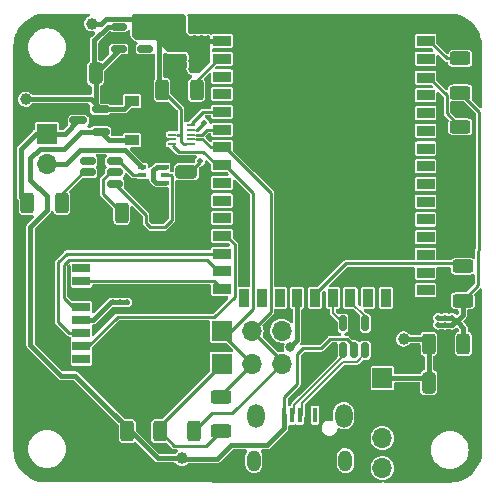
<source format=gbr>
%TF.GenerationSoftware,KiCad,Pcbnew,(6.0.2)*%
%TF.CreationDate,2022-04-10T13:15:26+02:00*%
%TF.ProjectId,V3,56332e6b-6963-4616-945f-706362585858,rev?*%
%TF.SameCoordinates,Original*%
%TF.FileFunction,Copper,L1,Top*%
%TF.FilePolarity,Positive*%
%FSLAX46Y46*%
G04 Gerber Fmt 4.6, Leading zero omitted, Abs format (unit mm)*
G04 Created by KiCad (PCBNEW (6.0.2)) date 2022-04-10 13:15:26*
%MOMM*%
%LPD*%
G01*
G04 APERTURE LIST*
G04 Aperture macros list*
%AMRoundRect*
0 Rectangle with rounded corners*
0 $1 Rounding radius*
0 $2 $3 $4 $5 $6 $7 $8 $9 X,Y pos of 4 corners*
0 Add a 4 corners polygon primitive as box body*
4,1,4,$2,$3,$4,$5,$6,$7,$8,$9,$2,$3,0*
0 Add four circle primitives for the rounded corners*
1,1,$1+$1,$2,$3*
1,1,$1+$1,$4,$5*
1,1,$1+$1,$6,$7*
1,1,$1+$1,$8,$9*
0 Add four rect primitives between the rounded corners*
20,1,$1+$1,$2,$3,$4,$5,0*
20,1,$1+$1,$4,$5,$6,$7,0*
20,1,$1+$1,$6,$7,$8,$9,0*
20,1,$1+$1,$8,$9,$2,$3,0*%
G04 Aperture macros list end*
%TA.AperFunction,SMDPad,CuDef*%
%ADD10RoundRect,0.250000X0.312500X0.625000X-0.312500X0.625000X-0.312500X-0.625000X0.312500X-0.625000X0*%
%TD*%
%TA.AperFunction,SMDPad,CuDef*%
%ADD11RoundRect,0.250000X-0.625000X0.312500X-0.625000X-0.312500X0.625000X-0.312500X0.625000X0.312500X0*%
%TD*%
%TA.AperFunction,SMDPad,CuDef*%
%ADD12RoundRect,0.150000X-0.150000X0.512500X-0.150000X-0.512500X0.150000X-0.512500X0.150000X0.512500X0*%
%TD*%
%TA.AperFunction,SMDPad,CuDef*%
%ADD13RoundRect,0.250000X-0.650000X0.325000X-0.650000X-0.325000X0.650000X-0.325000X0.650000X0.325000X0*%
%TD*%
%TA.AperFunction,SMDPad,CuDef*%
%ADD14C,1.000000*%
%TD*%
%TA.AperFunction,SMDPad,CuDef*%
%ADD15R,1.500000X0.800000*%
%TD*%
%TA.AperFunction,SMDPad,CuDef*%
%ADD16R,2.050000X1.500000*%
%TD*%
%TA.AperFunction,ComponentPad*%
%ADD17R,1.700000X1.700000*%
%TD*%
%TA.AperFunction,ComponentPad*%
%ADD18O,1.700000X1.700000*%
%TD*%
%TA.AperFunction,SMDPad,CuDef*%
%ADD19RoundRect,0.150000X0.512500X0.150000X-0.512500X0.150000X-0.512500X-0.150000X0.512500X-0.150000X0*%
%TD*%
%TA.AperFunction,SMDPad,CuDef*%
%ADD20R,0.650000X0.400000*%
%TD*%
%TA.AperFunction,SMDPad,CuDef*%
%ADD21RoundRect,0.250000X-0.325000X-0.650000X0.325000X-0.650000X0.325000X0.650000X-0.325000X0.650000X0*%
%TD*%
%TA.AperFunction,SMDPad,CuDef*%
%ADD22RoundRect,0.150000X0.587500X0.150000X-0.587500X0.150000X-0.587500X-0.150000X0.587500X-0.150000X0*%
%TD*%
%TA.AperFunction,SMDPad,CuDef*%
%ADD23R,0.450000X1.300000*%
%TD*%
%TA.AperFunction,ComponentPad*%
%ADD24O,1.450000X2.000000*%
%TD*%
%TA.AperFunction,ComponentPad*%
%ADD25O,1.150000X1.800000*%
%TD*%
%TA.AperFunction,SMDPad,CuDef*%
%ADD26R,0.700000X0.250000*%
%TD*%
%TA.AperFunction,SMDPad,CuDef*%
%ADD27RoundRect,0.250000X-0.312500X-0.625000X0.312500X-0.625000X0.312500X0.625000X-0.312500X0.625000X0*%
%TD*%
%TA.AperFunction,SMDPad,CuDef*%
%ADD28RoundRect,0.150000X-0.512500X-0.150000X0.512500X-0.150000X0.512500X0.150000X-0.512500X0.150000X0*%
%TD*%
%TA.AperFunction,SMDPad,CuDef*%
%ADD29R,1.500000X0.900000*%
%TD*%
%TA.AperFunction,SMDPad,CuDef*%
%ADD30R,0.900000X1.500000*%
%TD*%
%TA.AperFunction,SMDPad,CuDef*%
%ADD31R,4.100000X4.100000*%
%TD*%
%TA.AperFunction,SMDPad,CuDef*%
%ADD32R,1.200000X0.900000*%
%TD*%
%TA.AperFunction,ViaPad*%
%ADD33C,0.500000*%
%TD*%
%TA.AperFunction,ViaPad*%
%ADD34C,0.800000*%
%TD*%
%TA.AperFunction,Conductor*%
%ADD35C,0.400000*%
%TD*%
%TA.AperFunction,Conductor*%
%ADD36C,0.254000*%
%TD*%
%TA.AperFunction,Conductor*%
%ADD37C,0.200000*%
%TD*%
G04 APERTURE END LIST*
D10*
%TO.P,R10,1*%
%TO.N,/SCL*%
X119062500Y-137100000D03*
%TO.P,R10,2*%
%TO.N,+3V3*%
X116137500Y-137100000D03*
%TD*%
D11*
%TO.P,R9,2*%
%TO.N,+3V3*%
X121300000Y-137112500D03*
%TO.P,R9,1*%
%TO.N,/SDA*%
X121300000Y-134187500D03*
%TD*%
D12*
%TO.P,U5,6,I/O1*%
%TO.N,/USB_CONN_D+*%
X133550000Y-130237500D03*
%TO.P,U5,5,VBUS*%
%TO.N,VBUS*%
X132600000Y-130237500D03*
%TO.P,U5,4,I/O2*%
%TO.N,/USB_CONN_D-*%
X131650000Y-130237500D03*
%TO.P,U5,3,I/O2*%
%TO.N,/USB_D-*%
X131650000Y-127962500D03*
%TO.P,U5,2,GND*%
%TO.N,GND*%
X132600000Y-127962500D03*
%TO.P,U5,1,I/O1*%
%TO.N,/USB_D+*%
X133550000Y-127962500D03*
%TD*%
D11*
%TO.P,R6,1*%
%TO.N,Net-(R6-Pad1)*%
X141600000Y-105537500D03*
%TO.P,R6,2*%
%TO.N,+3V3*%
X141600000Y-108462500D03*
%TD*%
D13*
%TO.P,C2,1*%
%TO.N,+3V3*%
X117400000Y-102925000D03*
%TO.P,C2,2*%
%TO.N,GND*%
X117400000Y-105875000D03*
%TD*%
D10*
%TO.P,R3,1*%
%TO.N,Net-(R3-Pad1)*%
X107862500Y-117800000D03*
%TO.P,R3,2*%
%TO.N,+BATT*%
X104937500Y-117800000D03*
%TD*%
D14*
%TO.P,3v3,1,1*%
%TO.N,+3V3*%
X110400000Y-102600000D03*
%TD*%
D10*
%TO.P,R2,1*%
%TO.N,GND*%
X115862500Y-118600000D03*
%TO.P,R2,2*%
%TO.N,Net-(R2-Pad2)*%
X112937500Y-118600000D03*
%TD*%
D15*
%TO.P,J3,1,DAT2*%
%TO.N,unconnected-(J3-Pad1)*%
X109500000Y-131000000D03*
%TO.P,J3,2,CD/DAT3*%
%TO.N,/FSPICS0*%
X109500000Y-129900000D03*
%TO.P,J3,3,CMD*%
%TO.N,/FSPI_MOSI*%
X109500000Y-128800000D03*
%TO.P,J3,4,VDD*%
%TO.N,+3V3*%
X109500000Y-127700000D03*
%TO.P,J3,5,CLK*%
%TO.N,/FSPI_CLK*%
X109500000Y-126600000D03*
%TO.P,J3,6,VSS*%
%TO.N,GND*%
X109500000Y-125500000D03*
%TO.P,J3,7,DAT0*%
%TO.N,/FSPI_MISO*%
X109500000Y-124400000D03*
%TO.P,J3,8,DAT1*%
%TO.N,unconnected-(J3-Pad8)*%
X109500000Y-123300000D03*
D16*
%TO.P,J3,G1,GND@1*%
%TO.N,GND*%
X106900000Y-134675000D03*
%TO.P,J3,G2,GND@2*%
X115200000Y-134675000D03*
%TO.P,J3,G3,GND@3*%
X115200000Y-120925000D03*
%TO.P,J3,G4,GND@4*%
X106900000Y-120925000D03*
%TD*%
D14*
%TO.P,VCC,1,1*%
%TO.N,VCC*%
X104800000Y-109000000D03*
%TD*%
D13*
%TO.P,C4,1*%
%TO.N,Net-(C4-Pad1)*%
X118400000Y-115125000D03*
%TO.P,C4,2*%
%TO.N,GND*%
X118400000Y-118075000D03*
%TD*%
D17*
%TO.P,J6,1,Pin_1*%
%TO.N,+3V3*%
X121400000Y-131400000D03*
D18*
%TO.P,J6,2,Pin_2*%
%TO.N,/SDA*%
X123940000Y-131400000D03*
%TO.P,J6,3,Pin_3*%
%TO.N,/SCL*%
X126480000Y-131400000D03*
%TO.P,J6,4,Pin_4*%
%TO.N,GND*%
X129020000Y-131400000D03*
%TD*%
D19*
%TO.P,U1,1,DO*%
%TO.N,Net-(Q3-Pad5)*%
X112337500Y-116150000D03*
%TO.P,U1,2,VM*%
%TO.N,Net-(R2-Pad2)*%
X112337500Y-115200000D03*
%TO.P,U1,3,CO*%
%TO.N,Net-(Q3-Pad2)*%
X112337500Y-114250000D03*
%TO.P,U1,4,NC*%
%TO.N,unconnected-(U1-Pad4)*%
X110062500Y-114250000D03*
%TO.P,U1,5,VDD*%
%TO.N,Net-(R3-Pad1)*%
X110062500Y-115200000D03*
%TO.P,U1,6,VSS*%
%TO.N,GND*%
X110062500Y-116150000D03*
%TD*%
D17*
%TO.P,J2,1,Pin_1*%
%TO.N,+BATT*%
X106600000Y-111925000D03*
D18*
%TO.P,J2,2,Pin_2*%
%TO.N,-BATT*%
X106600000Y-114465000D03*
%TD*%
D20*
%TO.P,Q3,1,SN*%
%TO.N,-BATT*%
X114650000Y-114750000D03*
%TO.P,Q3,2,GN*%
%TO.N,Net-(Q3-Pad2)*%
X114650000Y-115400000D03*
%TO.P,Q3,3,DP*%
%TO.N,GND*%
X114650000Y-116050000D03*
%TO.P,Q3,4,SP*%
%TO.N,Net-(Q3-Pad4)*%
X116550000Y-116050000D03*
%TO.P,Q3,5,GP*%
%TO.N,Net-(Q3-Pad5)*%
X116550000Y-115400000D03*
%TO.P,Q3,6,DN*%
%TO.N,Net-(Q3-Pad4)*%
X116550000Y-114750000D03*
%TD*%
D10*
%TO.P,R4,1*%
%TO.N,Net-(R4-Pad1)*%
X119262500Y-108200000D03*
%TO.P,R4,2*%
%TO.N,+3V3*%
X116337500Y-108200000D03*
%TD*%
D14*
%TO.P,VBUS,1,1*%
%TO.N,VBUS*%
X118000000Y-139400000D03*
%TD*%
D17*
%TO.P,J4,1,Pin_1*%
%TO.N,+3.3VA*%
X135000000Y-132600000D03*
D18*
%TO.P,J4,2,Pin_2*%
%TO.N,GND*%
X135000000Y-135140000D03*
%TO.P,J4,3,Pin_3*%
%TO.N,unconnected-(J4-Pad3)*%
X135000000Y-137680000D03*
%TO.P,J4,4,Pin_4*%
%TO.N,/MIC*%
X135000000Y-140220000D03*
%TD*%
D21*
%TO.P,C1,1*%
%TO.N,VCC*%
X110725000Y-106800000D03*
%TO.P,C1,2*%
%TO.N,GND*%
X113675000Y-106800000D03*
%TD*%
D17*
%TO.P,J5,1,Pin_1*%
%TO.N,/SDA*%
X121400000Y-128600000D03*
D18*
%TO.P,J5,2,Pin_2*%
%TO.N,/SCL*%
X123940000Y-128600000D03*
%TO.P,J5,3,Pin_3*%
%TO.N,+3V3*%
X126480000Y-128600000D03*
%TO.P,J5,4,Pin_4*%
%TO.N,GND*%
X129020000Y-128600000D03*
%TD*%
D22*
%TO.P,Q1,1,G*%
%TO.N,VBUS*%
X111137500Y-111750000D03*
%TO.P,Q1,2,S*%
%TO.N,VCC*%
X111137500Y-109850000D03*
%TO.P,Q1,3,D*%
%TO.N,+BATT*%
X109262500Y-110800000D03*
%TD*%
D23*
%TO.P,J1,1,VBUS*%
%TO.N,VBUS*%
X126695000Y-135745000D03*
%TO.P,J1,2,D-*%
%TO.N,/USB_CONN_D-*%
X127345000Y-135745000D03*
%TO.P,J1,3,D+*%
%TO.N,/USB_CONN_D+*%
X127995000Y-135745000D03*
%TO.P,J1,4,GND*%
%TO.N,GND*%
X128645000Y-135745000D03*
%TO.P,J1,5,Shield*%
%TO.N,unconnected-(J1-Pad5)*%
X129295000Y-135745000D03*
D24*
%TO.P,J1,6*%
%TO.N,N/C*%
X124270000Y-135795000D03*
D25*
X124120000Y-139595000D03*
D24*
X131720000Y-135795000D03*
D25*
X131870000Y-139595000D03*
%TD*%
D26*
%TO.P,U4,1,Vdd*%
%TO.N,+3V3*%
X118800000Y-112800000D03*
%TO.P,U4,2,SCL*%
%TO.N,/SCL*%
X118800000Y-112400000D03*
%TO.P,U4,3,INT1*%
%TO.N,/ACCEL_INT1*%
X118800000Y-112000000D03*
%TO.P,U4,4,BYP*%
%TO.N,Net-(C4-Pad1)*%
X118800000Y-111600000D03*
%TO.P,U4,5,INT2*%
%TO.N,/ACCEL_INT2*%
X118800000Y-111200000D03*
%TO.P,U4,6,GND*%
%TO.N,GND*%
X117200000Y-111200000D03*
%TO.P,U4,7,GND*%
X117200000Y-111600000D03*
%TO.P,U4,8,Vddio*%
%TO.N,+3V3*%
X117200000Y-112000000D03*
%TO.P,U4,9,GND*%
%TO.N,GND*%
X117200000Y-112400000D03*
%TO.P,U4,10,SDA*%
%TO.N,/SDA*%
X117200000Y-112800000D03*
%TD*%
D27*
%TO.P,R1,1*%
%TO.N,GND*%
X110487500Y-137100000D03*
%TO.P,R1,2*%
%TO.N,VBUS*%
X113412500Y-137100000D03*
%TD*%
D28*
%TO.P,U2,1,VIN*%
%TO.N,VCC*%
X112662500Y-102850000D03*
%TO.P,U2,2,GND*%
%TO.N,GND*%
X112662500Y-103800000D03*
%TO.P,U2,3,CE*%
%TO.N,VCC*%
X112662500Y-104750000D03*
%TO.P,U2,4,NC*%
%TO.N,unconnected-(U2-Pad4)*%
X114937500Y-104750000D03*
%TO.P,U2,5,VOUT*%
%TO.N,+3V3*%
X114937500Y-102850000D03*
%TD*%
D14*
%TO.P,3v3A,1,1*%
%TO.N,+3.3VA*%
X136800000Y-129300000D03*
%TD*%
D27*
%TO.P,R5,2*%
%TO.N,+3V3*%
X141862500Y-129700000D03*
%TO.P,R5,1*%
%TO.N,+3.3VA*%
X138937500Y-129700000D03*
%TD*%
D21*
%TO.P,C3,1*%
%TO.N,+3.3VA*%
X138925000Y-133000000D03*
%TO.P,C3,2*%
%TO.N,GND*%
X141875000Y-133000000D03*
%TD*%
D29*
%TO.P,U3,1,GND*%
%TO.N,GND*%
X121415000Y-102575000D03*
%TO.P,U3,2,3V3*%
%TO.N,+3V3*%
X121415000Y-104075000D03*
%TO.P,U3,3,IO00*%
%TO.N,Net-(R4-Pad1)*%
X121415000Y-105575000D03*
%TO.P,U3,4,IO01*%
%TO.N,unconnected-(U3-Pad4)*%
X121415000Y-107075000D03*
%TO.P,U3,5,IO02*%
%TO.N,unconnected-(U3-Pad5)*%
X121415000Y-108575000D03*
%TO.P,U3,6,IO03*%
%TO.N,/ACCEL_INT2*%
X121415000Y-110075000D03*
%TO.P,U3,7,IO04*%
%TO.N,/ACCEL_INT1*%
X121415000Y-111575000D03*
%TO.P,U3,8,IO05*%
%TO.N,/SCL*%
X121415000Y-113075000D03*
%TO.P,U3,9,IO06*%
%TO.N,/SDA*%
X121415000Y-114575000D03*
%TO.P,U3,10,IO07*%
%TO.N,unconnected-(U3-Pad10)*%
X121415000Y-116075000D03*
%TO.P,U3,11,IO08*%
%TO.N,unconnected-(U3-Pad11)*%
X121415000Y-117575000D03*
%TO.P,U3,12,IO09*%
%TO.N,unconnected-(U3-Pad12)*%
X121415000Y-119075000D03*
%TO.P,U3,13,IO10*%
%TO.N,/FSPICS0*%
X121415000Y-120575000D03*
%TO.P,U3,14,IO11*%
%TO.N,/FSPI_MOSI*%
X121415000Y-122075000D03*
%TO.P,U3,15,IO12*%
%TO.N,/FSPI_CLK*%
X121415000Y-123575000D03*
%TO.P,U3,16,IO13*%
%TO.N,/FSPI_MISO*%
X121415000Y-125075000D03*
D30*
%TO.P,U3,17,IO14*%
%TO.N,unconnected-(U3-Pad17)*%
X123290000Y-125825000D03*
%TO.P,U3,18,IO15*%
%TO.N,unconnected-(U3-Pad18)*%
X124790000Y-125825000D03*
%TO.P,U3,19,IO16*%
%TO.N,unconnected-(U3-Pad19)*%
X126290000Y-125825000D03*
%TO.P,U3,20,IO17*%
%TO.N,/MIC*%
X127790000Y-125825000D03*
%TO.P,U3,21,IO18*%
%TO.N,Net-(R8-Pad1)*%
X129290000Y-125825000D03*
%TO.P,U3,22,USB_D-*%
%TO.N,/USB_D-*%
X130790000Y-125825000D03*
%TO.P,U3,23,USB_D+*%
%TO.N,/USB_D+*%
X132290000Y-125825000D03*
%TO.P,U3,24,IO21*%
%TO.N,unconnected-(U3-Pad24)*%
X133790000Y-125825000D03*
%TO.P,U3,25,IO26*%
%TO.N,unconnected-(U3-Pad25)*%
X135290000Y-125825000D03*
%TO.P,U3,26,GND*%
%TO.N,GND*%
X136790000Y-125825000D03*
D29*
%TO.P,U3,27,IO33*%
%TO.N,unconnected-(U3-Pad27)*%
X138665000Y-125175000D03*
%TO.P,U3,28,IO34*%
%TO.N,unconnected-(U3-Pad28)*%
X138665000Y-123675000D03*
%TO.P,U3,29,IO35*%
%TO.N,unconnected-(U3-Pad29)*%
X138665000Y-122175000D03*
%TO.P,U3,30,IO36*%
%TO.N,unconnected-(U3-Pad30)*%
X138665000Y-120675000D03*
%TO.P,U3,31,IO37*%
%TO.N,unconnected-(U3-Pad31)*%
X138665000Y-119175000D03*
%TO.P,U3,32,IO38*%
%TO.N,unconnected-(U3-Pad32)*%
X138665000Y-117675000D03*
%TO.P,U3,33,IO39*%
%TO.N,unconnected-(U3-Pad33)*%
X138665000Y-116175000D03*
%TO.P,U3,34,IO40*%
%TO.N,unconnected-(U3-Pad34)*%
X138665000Y-114675000D03*
%TO.P,U3,35,IO41*%
%TO.N,unconnected-(U3-Pad35)*%
X138665000Y-113175000D03*
%TO.P,U3,36,IO42*%
%TO.N,unconnected-(U3-Pad36)*%
X138665000Y-111675000D03*
%TO.P,U3,37,TXD0*%
%TO.N,unconnected-(U3-Pad37)*%
X138665000Y-110175000D03*
%TO.P,U3,38,RXD0*%
%TO.N,unconnected-(U3-Pad38)*%
X138665000Y-108675000D03*
%TO.P,U3,39,IO45*%
%TO.N,Net-(R7-Pad1)*%
X138665000Y-107175000D03*
%TO.P,U3,40,IO46*%
%TO.N,unconnected-(U3-Pad40)*%
X138665000Y-105575000D03*
%TO.P,U3,41,EN*%
%TO.N,Net-(R6-Pad1)*%
X138665000Y-104075000D03*
%TO.P,U3,42,GND*%
%TO.N,GND*%
X138665000Y-102675000D03*
D31*
%TO.P,U3,43,GND*%
X128850000Y-110615000D03*
%TD*%
D11*
%TO.P,R7,1*%
%TO.N,Net-(R7-Pad1)*%
X141600000Y-111337500D03*
%TO.P,R7,2*%
%TO.N,GND*%
X141600000Y-114262500D03*
%TD*%
D32*
%TO.P,D1,1,K*%
%TO.N,VCC*%
X113800000Y-109150000D03*
%TO.P,D1,2,A*%
%TO.N,VBUS*%
X113800000Y-112450000D03*
%TD*%
D11*
%TO.P,R8,1*%
%TO.N,Net-(R8-Pad1)*%
X141800000Y-123137500D03*
%TO.P,R8,2*%
%TO.N,+3V3*%
X141800000Y-126062500D03*
%TD*%
D33*
%TO.N,GND*%
X114700000Y-125200000D03*
X114100000Y-125200000D03*
X115300000Y-125200000D03*
X115900000Y-125200000D03*
X112300000Y-125200000D03*
X111700000Y-125200000D03*
X112900000Y-125200000D03*
X113500000Y-125200000D03*
%TO.N,Net-(C4-Pad1)*%
X119900000Y-111000000D03*
X119550000Y-114250000D03*
%TO.N,GND*%
X125900000Y-138600000D03*
X126500000Y-139200000D03*
X126500000Y-138600000D03*
X127100000Y-139800000D03*
X127100000Y-139200000D03*
X127700000Y-138600000D03*
X128900000Y-139200000D03*
X125900000Y-139800000D03*
X130100000Y-139800000D03*
X125900000Y-139200000D03*
X129500000Y-139200000D03*
X129500000Y-139800000D03*
X129500000Y-138600000D03*
X128900000Y-138600000D03*
X128300000Y-138600000D03*
X127700000Y-139200000D03*
X128300000Y-139800000D03*
X130100000Y-139200000D03*
X126500000Y-139800000D03*
X127100000Y-138600000D03*
X128900000Y-139800000D03*
X128300000Y-139200000D03*
X127700000Y-139800000D03*
X130100000Y-138600000D03*
%TO.N,+3V3*%
X139700000Y-127500000D03*
X140300000Y-127500000D03*
X140900000Y-128075000D03*
X139700000Y-128075000D03*
X140300000Y-128075000D03*
X140900000Y-127500000D03*
%TO.N,GND*%
X114800000Y-106000000D03*
X142600000Y-104000000D03*
X111600000Y-139000000D03*
X128800000Y-114000000D03*
X115400000Y-132400000D03*
X128800000Y-117600000D03*
X141400000Y-120200000D03*
X128200000Y-117600000D03*
X142600000Y-116600000D03*
X115279402Y-117151989D03*
X114600000Y-140800000D03*
X114000000Y-139000000D03*
X128800000Y-114600000D03*
X129400000Y-115800000D03*
X115400000Y-111600000D03*
X118800000Y-103200000D03*
X140800000Y-116600000D03*
X129400000Y-114000000D03*
X114800000Y-133000000D03*
X126400000Y-117600000D03*
X113600000Y-132400000D03*
X119400000Y-103200000D03*
X110600000Y-121200000D03*
X130000000Y-118200000D03*
X113600000Y-130600000D03*
X127600000Y-117600000D03*
X133000000Y-115800000D03*
X126400000Y-116400000D03*
X110000000Y-121200000D03*
X127600000Y-115800000D03*
X112800000Y-140800000D03*
X113400000Y-139600000D03*
X140800000Y-118400000D03*
X112800000Y-139600000D03*
X114800000Y-107200000D03*
X128200000Y-114600000D03*
X114800000Y-131200000D03*
X140800000Y-119000000D03*
X114800000Y-107800000D03*
X142000000Y-103400000D03*
X111600000Y-139600000D03*
X141400000Y-102800000D03*
X114800000Y-106600000D03*
X112200000Y-139600000D03*
X142000000Y-102800000D03*
X128200000Y-115200000D03*
X111200000Y-121200000D03*
X120000000Y-102000000D03*
X112800000Y-139000000D03*
X114600000Y-139000000D03*
X142000000Y-117200000D03*
X131200000Y-117600000D03*
X109400000Y-118400000D03*
X130600000Y-115800000D03*
X142600000Y-103400000D03*
X113600000Y-133000000D03*
X142600000Y-119000000D03*
X111800000Y-120600000D03*
X142000000Y-118400000D03*
X142000000Y-119000000D03*
X142600000Y-117800000D03*
X141400000Y-117800000D03*
X114200000Y-129400000D03*
X111400000Y-108200000D03*
X111400000Y-108800000D03*
X114200000Y-132400000D03*
X113600000Y-130000000D03*
X133000000Y-117600000D03*
X113600000Y-131800000D03*
X113600000Y-120600000D03*
X111200000Y-120600000D03*
X133000000Y-118200000D03*
X126400000Y-115200000D03*
X114800000Y-128800000D03*
X128200000Y-117000000D03*
X129400000Y-117600000D03*
X120000000Y-103200000D03*
X140800000Y-102800000D03*
X111800000Y-121200000D03*
X114200000Y-130600000D03*
X113000000Y-120600000D03*
X128200000Y-115800000D03*
X130000000Y-114000000D03*
X110400000Y-140800000D03*
X142000000Y-120200000D03*
X130600000Y-116400000D03*
X110600000Y-120600000D03*
X141400000Y-118400000D03*
X128200000Y-116400000D03*
X130600000Y-117000000D03*
X119400000Y-102600000D03*
X127000000Y-117600000D03*
X127600000Y-118200000D03*
X131800000Y-116400000D03*
X131800000Y-114600000D03*
X114200000Y-130000000D03*
X128800000Y-117000000D03*
X128800000Y-115800000D03*
X127000000Y-118200000D03*
X119400000Y-102000000D03*
X114200000Y-131800000D03*
X132400000Y-118200000D03*
X127000000Y-115200000D03*
X141400000Y-102200000D03*
X130000000Y-115200000D03*
X114600000Y-140200000D03*
X112400000Y-120600000D03*
X108800000Y-120600000D03*
X140800000Y-117800000D03*
X131200000Y-115200000D03*
X115400000Y-128800000D03*
X114600000Y-139600000D03*
X131800000Y-118200000D03*
X126400000Y-114000000D03*
X131200000Y-118200000D03*
X130000000Y-115800000D03*
X111600000Y-140800000D03*
X129400000Y-114600000D03*
X113600000Y-129400000D03*
X128200000Y-114000000D03*
X127000000Y-116400000D03*
X141400000Y-116000000D03*
X127600000Y-114000000D03*
X130600000Y-114000000D03*
X133000000Y-114000000D03*
X126400000Y-114600000D03*
X120000000Y-102600000D03*
X140800000Y-104000000D03*
X142600000Y-120200000D03*
X115400000Y-130600000D03*
X114000000Y-140800000D03*
X140800000Y-120200000D03*
X110000000Y-120600000D03*
X130000000Y-116400000D03*
X142000000Y-104000000D03*
X111000000Y-140200000D03*
X112200000Y-140800000D03*
X142600000Y-117200000D03*
X129400000Y-117000000D03*
X127600000Y-117000000D03*
X115400000Y-133000000D03*
X130600000Y-117600000D03*
X132400000Y-115200000D03*
X109400000Y-120600000D03*
X112200000Y-140200000D03*
X140800000Y-119600000D03*
X129400000Y-116400000D03*
X131200000Y-117000000D03*
X111000000Y-139600000D03*
X112800000Y-140200000D03*
X131800000Y-114000000D03*
X113995004Y-139600000D03*
X113600000Y-128800000D03*
X131800000Y-117000000D03*
X113600000Y-116000000D03*
X114800000Y-130000000D03*
X110400000Y-140200000D03*
X128800000Y-115200000D03*
X142600000Y-119600000D03*
X108200000Y-119600000D03*
X114800000Y-131800000D03*
X115400000Y-129400000D03*
X132400000Y-115800000D03*
X118800000Y-102600000D03*
X133000000Y-116400000D03*
X115400000Y-110400000D03*
X131200000Y-115800000D03*
X132400000Y-114000000D03*
X132400000Y-117600000D03*
X114800000Y-130600000D03*
X133000000Y-115200000D03*
X130000000Y-117600000D03*
X112400000Y-121200000D03*
X114200000Y-133000000D03*
X113600000Y-121200000D03*
X141400000Y-119600000D03*
X112000000Y-108200000D03*
X127600000Y-116400000D03*
X140800000Y-103400000D03*
X115400000Y-130000000D03*
X142000000Y-119600000D03*
X132400000Y-117000000D03*
X126400000Y-117000000D03*
X114800000Y-129400000D03*
X115400000Y-106000000D03*
X142000000Y-117800000D03*
X130600000Y-114600000D03*
X110400000Y-139600000D03*
X128200000Y-118200000D03*
X118800000Y-102000000D03*
X141400000Y-103400000D03*
X142000000Y-116600000D03*
X131800000Y-115800000D03*
X140800000Y-117200000D03*
X140800000Y-116000000D03*
X115400000Y-112200000D03*
X108800000Y-119000000D03*
X131200000Y-114600000D03*
X130600000Y-115200000D03*
X133000000Y-114600000D03*
X126400000Y-118200000D03*
X112200000Y-139000000D03*
X115400000Y-111000000D03*
X132400000Y-116400000D03*
X130600000Y-118200000D03*
X140800000Y-102200000D03*
X108800000Y-121200000D03*
X130000000Y-117000000D03*
X115400000Y-131800000D03*
X141400000Y-104000000D03*
X129400000Y-118200000D03*
X131800000Y-117600000D03*
X113600000Y-116600000D03*
X115400000Y-106600000D03*
X126400000Y-115800000D03*
X109400000Y-121200000D03*
X141400000Y-119000000D03*
X109900000Y-117900000D03*
X129400000Y-115200000D03*
X131200000Y-114000000D03*
X113000000Y-121200000D03*
X127600000Y-114600000D03*
X131200000Y-116400000D03*
X113400000Y-140800000D03*
X127000000Y-115800000D03*
X113400000Y-139000000D03*
X114650000Y-117150000D03*
X130000000Y-114600000D03*
X113400000Y-140200000D03*
X112000000Y-108800000D03*
X115400000Y-131200000D03*
X115939552Y-117154297D03*
X113600000Y-131200000D03*
X127600000Y-115200000D03*
X127000000Y-117000000D03*
X128800000Y-116400000D03*
X114200000Y-128800000D03*
X133000000Y-117000000D03*
X114200000Y-131200000D03*
X141400000Y-117200000D03*
X142600000Y-116000000D03*
X110400000Y-139000000D03*
X142600000Y-118400000D03*
X127000000Y-114000000D03*
X114000000Y-140200000D03*
X114800000Y-132400000D03*
X111600000Y-140200000D03*
X141400000Y-116600000D03*
X142000000Y-116000000D03*
X127000000Y-114600000D03*
X111000000Y-139000000D03*
X128800000Y-118200000D03*
X131800000Y-115200000D03*
X111000000Y-140800000D03*
X132400000Y-114600000D03*
%TO.N,+3V3*%
X118825000Y-106400000D03*
X119400000Y-106400000D03*
X119400000Y-105800000D03*
X119400000Y-104000000D03*
X115000000Y-103600000D03*
X118825000Y-105800000D03*
X112225000Y-126200000D03*
X112800000Y-126200000D03*
X120000000Y-104600000D03*
X113400000Y-126200000D03*
X115600000Y-103600000D03*
X118825000Y-104000000D03*
X119400000Y-104600000D03*
X120000000Y-104000000D03*
X120000000Y-105800000D03*
X119400000Y-105200000D03*
X118825000Y-104600000D03*
X118825000Y-105200000D03*
X120000000Y-105200000D03*
X114425000Y-103600000D03*
D34*
%TO.N,/MIC*%
X127200000Y-130000000D03*
%TD*%
D35*
%TO.N,-BATT*%
X113200000Y-113300000D02*
X114650000Y-114750000D01*
X108235000Y-114465000D02*
X109400000Y-113300000D01*
X106600000Y-114465000D02*
X108235000Y-114465000D01*
X109400000Y-113300000D02*
X113200000Y-113300000D01*
D36*
%TO.N,Net-(C4-Pad1)*%
X119900000Y-111000000D02*
X119307040Y-111592960D01*
X119307040Y-111592960D02*
X119250000Y-111592960D01*
%TO.N,+3V3*%
X143200000Y-121750000D02*
X143200000Y-110062500D01*
X143100000Y-121850000D02*
X143200000Y-121750000D01*
X143100000Y-124762500D02*
X143100000Y-121850000D01*
X141800000Y-126062500D02*
X143100000Y-124762500D01*
X143200000Y-110062500D02*
X141600000Y-108462500D01*
%TO.N,Net-(R7-Pad1)*%
X140448480Y-110185980D02*
X141600000Y-111337500D01*
X140448480Y-108658480D02*
X140448480Y-110185980D01*
X138965000Y-107175000D02*
X140448480Y-108658480D01*
X138665000Y-107175000D02*
X138965000Y-107175000D01*
%TO.N,Net-(R6-Pad1)*%
X138965000Y-104075000D02*
X140427500Y-105537500D01*
X140427500Y-105537500D02*
X141600000Y-105537500D01*
X138665000Y-104075000D02*
X138965000Y-104075000D01*
%TO.N,Net-(C4-Pad1)*%
X118725000Y-115125000D02*
X119550000Y-114300000D01*
X118400000Y-115125000D02*
X118725000Y-115125000D01*
%TO.N,/SDA*%
X119850000Y-113450000D02*
X117750000Y-113450000D01*
X120975000Y-114575000D02*
X119850000Y-113450000D01*
X121415000Y-114575000D02*
X120975000Y-114575000D01*
X117750000Y-113450000D02*
X117250000Y-112950000D01*
%TO.N,+3V3*%
X116137500Y-136662500D02*
X121400000Y-131400000D01*
X116137500Y-137100000D02*
X116137500Y-136662500D01*
X120062500Y-138350000D02*
X117387500Y-138350000D01*
X121300000Y-137112500D02*
X120062500Y-138350000D01*
X117387500Y-138350000D02*
X116137500Y-137100000D01*
%TO.N,/SCL*%
X120562500Y-135600000D02*
X119062500Y-137100000D01*
X122280000Y-135600000D02*
X120562500Y-135600000D01*
X126480000Y-131400000D02*
X122280000Y-135600000D01*
%TO.N,/SDA*%
X121300000Y-134040000D02*
X121300000Y-134187500D01*
X123940000Y-131400000D02*
X121300000Y-134040000D01*
%TO.N,/ACCEL_INT1*%
X119703520Y-111996480D02*
X119250000Y-111996480D01*
X120125000Y-111575000D02*
X119703520Y-111996480D01*
X121415000Y-111575000D02*
X120125000Y-111575000D01*
%TO.N,/ACCEL_INT2*%
X119825000Y-110075000D02*
X118850000Y-111050000D01*
X121415000Y-110075000D02*
X119825000Y-110075000D01*
%TO.N,+3V3*%
X118173489Y-112801511D02*
X118400000Y-112801511D01*
X117950000Y-112578022D02*
X118173489Y-112801511D01*
X117950000Y-111878022D02*
X117950000Y-112578022D01*
X117826511Y-112001511D02*
X117600000Y-112001511D01*
X117950000Y-111878022D02*
X117826511Y-112001511D01*
X117950000Y-111850000D02*
X117950000Y-111878022D01*
X116337500Y-108200000D02*
X117950000Y-109812500D01*
X117950000Y-109812500D02*
X117950000Y-111850000D01*
%TO.N,/SCL*%
X119400000Y-112400000D02*
X119200000Y-112400000D01*
X119900000Y-112500000D02*
X119800000Y-112400000D01*
X120475000Y-113075000D02*
X119900000Y-112500000D01*
X119800000Y-112400000D02*
X119400000Y-112400000D01*
X121415000Y-113075000D02*
X120475000Y-113075000D01*
D35*
%TO.N,+3V3*%
X141862500Y-128387500D02*
X141862500Y-129700000D01*
X141375000Y-127900000D02*
X141862500Y-128387500D01*
X141075000Y-127900000D02*
X141375000Y-127900000D01*
X140900000Y-128075000D02*
X141075000Y-127900000D01*
X141400000Y-127700000D02*
X141800000Y-127300000D01*
X141100000Y-127700000D02*
X141400000Y-127700000D01*
X140900000Y-127500000D02*
X141100000Y-127700000D01*
X141800000Y-127300000D02*
X141800000Y-126062500D01*
X139700000Y-128075000D02*
X140900000Y-128075000D01*
X139700000Y-127500000D02*
X140900000Y-127500000D01*
%TO.N,+3.3VA*%
X138937500Y-132987500D02*
X138925000Y-133000000D01*
X138937500Y-129700000D02*
X138937500Y-132987500D01*
X138525000Y-132600000D02*
X135000000Y-132600000D01*
X138925000Y-133000000D02*
X138525000Y-132600000D01*
X138537500Y-129300000D02*
X138937500Y-129700000D01*
X136800000Y-129300000D02*
X138537500Y-129300000D01*
%TO.N,+3V3*%
X141800000Y-129637500D02*
X141862500Y-129700000D01*
D36*
%TO.N,GND*%
X133800000Y-133940000D02*
X135000000Y-135140000D01*
X134300000Y-131046978D02*
X133800000Y-131546978D01*
X133800000Y-131546978D02*
X133800000Y-133940000D01*
X134300000Y-129721810D02*
X134300000Y-131046978D01*
X133223330Y-129298480D02*
X133876670Y-129298480D01*
X132600000Y-128675150D02*
X133223330Y-129298480D01*
X133876670Y-129298480D02*
X134300000Y-129721810D01*
X132600000Y-127962500D02*
X132600000Y-128675150D01*
%TO.N,VBUS*%
X126695000Y-134205000D02*
X126695000Y-135745000D01*
X128300000Y-130100000D02*
X127800000Y-130600000D01*
X130601520Y-129298480D02*
X129800000Y-130100000D01*
X131976670Y-129298480D02*
X130601520Y-129298480D01*
X129800000Y-130100000D02*
X128300000Y-130100000D01*
X132600000Y-129921810D02*
X131976670Y-129298480D01*
X127800000Y-130600000D02*
X127800000Y-133100000D01*
X132600000Y-130237500D02*
X132600000Y-129921810D01*
X127800000Y-133100000D02*
X126695000Y-134205000D01*
D35*
%TO.N,/MIC*%
X127200000Y-130000000D02*
X127790000Y-129410000D01*
X127790000Y-129410000D02*
X127790000Y-125825000D01*
D37*
%TO.N,/USB_CONN_D+*%
X133550000Y-130515006D02*
X133550000Y-130237500D01*
X131654291Y-131240005D02*
X132825001Y-131240005D01*
X132825001Y-131240005D02*
X133550000Y-130515006D01*
X128170489Y-135745000D02*
X128170489Y-134723807D01*
X127995000Y-135745000D02*
X128170489Y-135745000D01*
X128170489Y-134723807D02*
X131654291Y-131240005D01*
%TO.N,/USB_CONN_D-*%
X131650000Y-130750000D02*
X131650000Y-130237500D01*
X127984097Y-134395498D02*
X128004502Y-134395498D01*
X128004502Y-134395498D02*
X131650000Y-130750000D01*
X127520489Y-134859106D02*
X127984097Y-134395498D01*
X127520489Y-135569511D02*
X127520489Y-134859106D01*
X127345000Y-135745000D02*
X127520489Y-135569511D01*
%TO.N,/USB_D+*%
X133550000Y-127385000D02*
X132290000Y-126125000D01*
X132290000Y-126125000D02*
X132290000Y-125825000D01*
X133550000Y-127962500D02*
X133550000Y-127385000D01*
%TO.N,/USB_D-*%
X130790000Y-127102500D02*
X130790000Y-125825000D01*
X131650000Y-127962500D02*
X130790000Y-127102500D01*
D35*
%TO.N,VCC*%
X110600000Y-104000000D02*
X110600000Y-106675000D01*
X104800000Y-109000000D02*
X110287500Y-109000000D01*
X113100000Y-109850000D02*
X113800000Y-109150000D01*
X110725000Y-109437500D02*
X111137500Y-109850000D01*
X112662500Y-104862500D02*
X110725000Y-106800000D01*
X110287500Y-109000000D02*
X111137500Y-109850000D01*
X110600000Y-106675000D02*
X110725000Y-106800000D01*
X111750000Y-102850000D02*
X110600000Y-104000000D01*
X110725000Y-106800000D02*
X110725000Y-109437500D01*
X112662500Y-104750000D02*
X112662500Y-104862500D01*
X112662500Y-102850000D02*
X111750000Y-102850000D01*
X111137500Y-109850000D02*
X113100000Y-109850000D01*
%TO.N,GND*%
X115279402Y-117151989D02*
X115279402Y-116679402D01*
X114650000Y-117387500D02*
X115862500Y-118600000D01*
X109400000Y-118400000D02*
X108800000Y-119000000D01*
X114600000Y-116000000D02*
X114650000Y-116050000D01*
X112662500Y-103800000D02*
X113081427Y-103800000D01*
X115279402Y-116679402D02*
X114650000Y-116050000D01*
X108200000Y-119625000D02*
X108200000Y-119600000D01*
X115939552Y-117154297D02*
X115754297Y-117154297D01*
X109900000Y-117900000D02*
X110062500Y-117737500D01*
X113600000Y-116000000D02*
X114600000Y-116000000D01*
X114650000Y-117150000D02*
X114650000Y-117387500D01*
X106900000Y-120925000D02*
X108200000Y-119625000D01*
X108800000Y-119000000D02*
X108200000Y-119600000D01*
X114100000Y-116600000D02*
X114650000Y-116050000D01*
X114650000Y-116050000D02*
X114650000Y-117150000D01*
X109400000Y-118400000D02*
X109900000Y-117900000D01*
X110062500Y-117737500D02*
X110062500Y-116150000D01*
X113675000Y-104393573D02*
X113675000Y-106800000D01*
X113600000Y-116600000D02*
X114100000Y-116600000D01*
X113081427Y-103800000D02*
X113675000Y-104393573D01*
X115754297Y-117154297D02*
X114650000Y-116050000D01*
%TO.N,+3V3*%
X116100480Y-104224520D02*
X116100480Y-107962980D01*
X116100480Y-107962980D02*
X116337500Y-108200000D01*
X111200000Y-102600000D02*
X111600000Y-102200000D01*
X110400000Y-102600000D02*
X111200000Y-102600000D01*
X117325000Y-102850000D02*
X117400000Y-102925000D01*
X112000000Y-126200000D02*
X112225000Y-126200000D01*
X112225000Y-126200000D02*
X113400000Y-126200000D01*
X114287500Y-102200000D02*
X114937500Y-102850000D01*
X117400000Y-102925000D02*
X116100480Y-104224520D01*
X111600000Y-102200000D02*
X114287500Y-102200000D01*
X117400000Y-102925000D02*
X117400000Y-103072102D01*
X109500000Y-127700000D02*
X110500000Y-127700000D01*
X121415000Y-104075000D02*
X120275000Y-104075000D01*
X110500000Y-127700000D02*
X112000000Y-126200000D01*
%TO.N,VBUS*%
X126695000Y-136846405D02*
X125245925Y-138295480D01*
X105200000Y-129800000D02*
X105200000Y-119800000D01*
X106025489Y-113174511D02*
X108025489Y-113174511D01*
X108025489Y-113174511D02*
X109450000Y-111750000D01*
X118062500Y-139462500D02*
X118000000Y-139400000D01*
X122167020Y-138295480D02*
X121000000Y-139462500D01*
X106600000Y-117200000D02*
X105200000Y-115800000D01*
X109000000Y-132400000D02*
X107800000Y-132400000D01*
X126695000Y-135745000D02*
X126695000Y-136846405D01*
X113800000Y-112450000D02*
X111837500Y-112450000D01*
X116000000Y-139400000D02*
X109000000Y-132400000D01*
X107800000Y-132400000D02*
X105200000Y-129800000D01*
X109450000Y-111750000D02*
X111137500Y-111750000D01*
X105200000Y-114000000D02*
X106025489Y-113174511D01*
X105200000Y-115800000D02*
X105200000Y-114000000D01*
X111837500Y-112450000D02*
X111137500Y-111750000D01*
X106600000Y-118400000D02*
X106600000Y-117200000D01*
X121000000Y-139462500D02*
X118062500Y-139462500D01*
X118000000Y-139400000D02*
X116000000Y-139400000D01*
X125245925Y-138295480D02*
X122167020Y-138295480D01*
X105200000Y-119800000D02*
X106600000Y-118400000D01*
%TO.N,+BATT*%
X106600000Y-111925000D02*
X108137500Y-111925000D01*
X104400000Y-113200000D02*
X104400000Y-117262500D01*
X105675000Y-111925000D02*
X104400000Y-113200000D01*
X104400000Y-117262500D02*
X104937500Y-117800000D01*
X108137500Y-111925000D02*
X109262500Y-110800000D01*
X106600000Y-111925000D02*
X105675000Y-111925000D01*
D36*
%TO.N,/FSPICS0*%
X122491511Y-121298489D02*
X122491511Y-125708489D01*
X122491511Y-125708489D02*
X120776511Y-127423489D01*
X120776511Y-127423489D02*
X112576511Y-127423489D01*
X121415000Y-120575000D02*
X121768022Y-120575000D01*
X121768022Y-120575000D02*
X122491511Y-121298489D01*
X112576511Y-127423489D02*
X110100000Y-129900000D01*
X110100000Y-129900000D02*
X109500000Y-129900000D01*
%TO.N,/FSPI_MOSI*%
X108496000Y-128800000D02*
X107546480Y-127850480D01*
X107546480Y-127850480D02*
X107546480Y-122809124D01*
X107546480Y-122809124D02*
X108280604Y-122075000D01*
X109500000Y-128800000D02*
X108496000Y-128800000D01*
X108280604Y-122075000D02*
X121415000Y-122075000D01*
%TO.N,/FSPI_CLK*%
X121415000Y-123575000D02*
X121115000Y-123575000D01*
X120113489Y-122573489D02*
X108423489Y-122573489D01*
X108000000Y-122996978D02*
X108000000Y-125803022D01*
X108423489Y-122573489D02*
X108000000Y-122996978D01*
X108796978Y-126600000D02*
X109500000Y-126600000D01*
X108000000Y-125803022D02*
X108796978Y-126600000D01*
X121115000Y-123575000D02*
X120113489Y-122573489D01*
%TO.N,/FSPI_MISO*%
X109500000Y-124400000D02*
X120740000Y-124400000D01*
X120740000Y-124400000D02*
X121415000Y-125075000D01*
%TO.N,/SDA*%
X121400000Y-128860000D02*
X123940000Y-131400000D01*
X124063489Y-126736511D02*
X122200000Y-128600000D01*
X122200000Y-128600000D02*
X121400000Y-128600000D01*
X124063489Y-116970467D02*
X124063489Y-126736511D01*
X121415000Y-114575000D02*
X121668022Y-114575000D01*
X121400000Y-128600000D02*
X121400000Y-128860000D01*
X121668022Y-114575000D02*
X124063489Y-116970467D01*
%TO.N,/SCL*%
X125563489Y-126976511D02*
X123940000Y-128600000D01*
X121668022Y-113075000D02*
X125563489Y-116970467D01*
X121415000Y-113075000D02*
X121668022Y-113075000D01*
X123940000Y-128600000D02*
X126480000Y-131140000D01*
X125563489Y-116970467D02*
X125563489Y-126976511D01*
X126480000Y-131140000D02*
X126480000Y-131400000D01*
%TO.N,Net-(R2-Pad2)*%
X111951099Y-115200000D02*
X111348480Y-115802619D01*
X111348480Y-117010980D02*
X112937500Y-118600000D01*
X111348480Y-115802619D02*
X111348480Y-117010980D01*
X112337500Y-115200000D02*
X111951099Y-115200000D01*
%TO.N,Net-(R3-Pad1)*%
X107862500Y-117013599D02*
X109676099Y-115200000D01*
X107862500Y-117800000D02*
X107862500Y-117013599D01*
X109676099Y-115200000D02*
X110062500Y-115200000D01*
%TO.N,Net-(R4-Pad1)*%
X119262500Y-107427500D02*
X121115000Y-105575000D01*
X119262500Y-108200000D02*
X119262500Y-107427500D01*
X121115000Y-105575000D02*
X121415000Y-105575000D01*
%TO.N,Net-(Q3-Pad2)*%
X114650000Y-115400000D02*
X113873901Y-115400000D01*
X113873901Y-115400000D02*
X112723901Y-114250000D01*
X112723901Y-114250000D02*
X112337500Y-114250000D01*
D35*
%TO.N,Net-(Q3-Pad4)*%
X115875978Y-114750000D02*
X115600000Y-115025978D01*
X115600000Y-115025978D02*
X115600000Y-115800000D01*
X115600000Y-115800000D02*
X115850000Y-116050000D01*
X116550000Y-114750000D02*
X115875978Y-114750000D01*
X115850000Y-116050000D02*
X116550000Y-116050000D01*
D36*
%TO.N,Net-(Q3-Pad5)*%
X116551511Y-119848489D02*
X117201511Y-119198489D01*
X112337500Y-116150000D02*
X114973480Y-118785980D01*
X114973480Y-119463802D02*
X115358167Y-119848489D01*
X114973480Y-118785980D02*
X114973480Y-119463802D01*
X117078022Y-115400000D02*
X116550000Y-115400000D01*
X115358167Y-119848489D02*
X116551511Y-119848489D01*
X117201511Y-119198489D02*
X117201511Y-115523489D01*
X117201511Y-115523489D02*
X117078022Y-115400000D01*
%TO.N,Net-(R8-Pad1)*%
X129290000Y-125525000D02*
X131913489Y-122901511D01*
X131913489Y-122901511D02*
X141564011Y-122901511D01*
X141564011Y-122901511D02*
X141800000Y-123137500D01*
X129290000Y-125825000D02*
X129290000Y-125525000D01*
%TD*%
%TA.AperFunction,Conductor*%
%TO.N,+3V3*%
G36*
X118215931Y-101820002D02*
G01*
X118236905Y-101836905D01*
X118340464Y-101940464D01*
X118374490Y-102002776D01*
X118375817Y-102009846D01*
X118395095Y-102131562D01*
X118395311Y-102131986D01*
X118400000Y-102161595D01*
X118400000Y-102438405D01*
X118395311Y-102468014D01*
X118395095Y-102468438D01*
X118374258Y-102600000D01*
X118395095Y-102731562D01*
X118395311Y-102731986D01*
X118400000Y-102761595D01*
X118400000Y-103038405D01*
X118395311Y-103068014D01*
X118395095Y-103068438D01*
X118374258Y-103200000D01*
X118395095Y-103331562D01*
X118395311Y-103331986D01*
X118400000Y-103361595D01*
X118400000Y-103400000D01*
X118600000Y-103600000D01*
X118638405Y-103600000D01*
X118668014Y-103604689D01*
X118668438Y-103604905D01*
X118678231Y-103606456D01*
X118678234Y-103606457D01*
X118790207Y-103624191D01*
X118800000Y-103625742D01*
X118809793Y-103624191D01*
X118921766Y-103606457D01*
X118921769Y-103606456D01*
X118931562Y-103604905D01*
X118931986Y-103604689D01*
X118961595Y-103600000D01*
X119238405Y-103600000D01*
X119268014Y-103604689D01*
X119268438Y-103604905D01*
X119278231Y-103606456D01*
X119278234Y-103606457D01*
X119390207Y-103624191D01*
X119400000Y-103625742D01*
X119409793Y-103624191D01*
X119521766Y-103606457D01*
X119521769Y-103606456D01*
X119531562Y-103604905D01*
X119531986Y-103604689D01*
X119561595Y-103600000D01*
X119838405Y-103600000D01*
X119868014Y-103604689D01*
X119868438Y-103604905D01*
X119878231Y-103606456D01*
X119878234Y-103606457D01*
X119990207Y-103624191D01*
X120000000Y-103625742D01*
X120009793Y-103624191D01*
X120121766Y-103606457D01*
X120121769Y-103606456D01*
X120131562Y-103604905D01*
X120131986Y-103604689D01*
X120161595Y-103600000D01*
X120274000Y-103600000D01*
X120342121Y-103620002D01*
X120388614Y-103673658D01*
X120400000Y-103726000D01*
X120400000Y-105747810D01*
X120379998Y-105815931D01*
X120363095Y-105836905D01*
X119436905Y-106763095D01*
X119374593Y-106797121D01*
X119347810Y-106800000D01*
X118852190Y-106800000D01*
X118784069Y-106779998D01*
X118763095Y-106763095D01*
X118636905Y-106636905D01*
X118602879Y-106574593D01*
X118600000Y-106547810D01*
X118600000Y-105200000D01*
X118400000Y-105000000D01*
X116852190Y-105000000D01*
X116784069Y-104979998D01*
X116763095Y-104963095D01*
X115800000Y-104000000D01*
X114252190Y-104000000D01*
X114184069Y-103979998D01*
X114163095Y-103963095D01*
X113836905Y-103636905D01*
X113802879Y-103574593D01*
X113800000Y-103547810D01*
X113800000Y-101926000D01*
X113820002Y-101857879D01*
X113873658Y-101811386D01*
X113926000Y-101800000D01*
X118147810Y-101800000D01*
X118215931Y-101820002D01*
G37*
%TD.AperFunction*%
%TD*%
%TA.AperFunction,Conductor*%
%TO.N,GND*%
G36*
X110175265Y-101771283D02*
G01*
X110221761Y-101824935D01*
X110231870Y-101895208D01*
X110202381Y-101959791D01*
X110164940Y-101989251D01*
X110038430Y-102054547D01*
X110038427Y-102054549D01*
X110031679Y-102058032D01*
X110025957Y-102063024D01*
X110025955Y-102063025D01*
X109918759Y-102156538D01*
X109918756Y-102156541D01*
X109913034Y-102161533D01*
X109903287Y-102175402D01*
X109851210Y-102249500D01*
X109822501Y-102290348D01*
X109765309Y-102437039D01*
X109762040Y-102461867D01*
X109746450Y-102580288D01*
X109744758Y-102593138D01*
X109762035Y-102749633D01*
X109816143Y-102897490D01*
X109903958Y-103028172D01*
X110020410Y-103134135D01*
X110027085Y-103137759D01*
X110152099Y-103205637D01*
X110152101Y-103205638D01*
X110158776Y-103209262D01*
X110166125Y-103211190D01*
X110303719Y-103247287D01*
X110303721Y-103247287D01*
X110311069Y-103249215D01*
X110394380Y-103250524D01*
X110460898Y-103251569D01*
X110460901Y-103251569D01*
X110468495Y-103251688D01*
X110475899Y-103249992D01*
X110475901Y-103249992D01*
X110539828Y-103235351D01*
X110610695Y-103239640D01*
X110667993Y-103281563D01*
X110693530Y-103347807D01*
X110679199Y-103417342D01*
X110657052Y-103447266D01*
X110388101Y-103716217D01*
X110373147Y-103728295D01*
X110369595Y-103731527D01*
X110360848Y-103737175D01*
X110342841Y-103760016D01*
X110341998Y-103761086D01*
X110338501Y-103765021D01*
X110338605Y-103765109D01*
X110335250Y-103769068D01*
X110331572Y-103772746D01*
X110328553Y-103776971D01*
X110328546Y-103776979D01*
X110321328Y-103787080D01*
X110317764Y-103791827D01*
X110288608Y-103828811D01*
X110285807Y-103836787D01*
X110280889Y-103843669D01*
X110267381Y-103888836D01*
X110265559Y-103894442D01*
X110252572Y-103931423D01*
X110252571Y-103931429D01*
X110249945Y-103938906D01*
X110249500Y-103944044D01*
X110249500Y-103946763D01*
X110249405Y-103948945D01*
X110249245Y-103949480D01*
X110249218Y-103949479D01*
X110249211Y-103949597D01*
X110247456Y-103955464D01*
X110247865Y-103965872D01*
X110249403Y-104005019D01*
X110249500Y-104009966D01*
X110249500Y-105699979D01*
X110229498Y-105768100D01*
X110180703Y-105812246D01*
X110161658Y-105821950D01*
X110071950Y-105911658D01*
X110014354Y-106024696D01*
X110012804Y-106034485D01*
X110012803Y-106034487D01*
X110010998Y-106045887D01*
X109999500Y-106118481D01*
X109999501Y-107481518D01*
X110000276Y-107486409D01*
X110000276Y-107486412D01*
X110010099Y-107548434D01*
X110014354Y-107575304D01*
X110018855Y-107584137D01*
X110018857Y-107584142D01*
X110030451Y-107606895D01*
X110071950Y-107688342D01*
X110161658Y-107778050D01*
X110274696Y-107835646D01*
X110284489Y-107837197D01*
X110287437Y-107838155D01*
X110346042Y-107878229D01*
X110373679Y-107943626D01*
X110374500Y-107957988D01*
X110374500Y-108523500D01*
X110354498Y-108591621D01*
X110300842Y-108638114D01*
X110248500Y-108649500D01*
X105414760Y-108649500D01*
X105346639Y-108629498D01*
X105310920Y-108594867D01*
X105295836Y-108572920D01*
X105295834Y-108572917D01*
X105291531Y-108566657D01*
X105239787Y-108520555D01*
X105179648Y-108466972D01*
X105179645Y-108466970D01*
X105173976Y-108461919D01*
X105034831Y-108388245D01*
X104912509Y-108357520D01*
X104889498Y-108351740D01*
X104889496Y-108351740D01*
X104882128Y-108349889D01*
X104874530Y-108349849D01*
X104874528Y-108349849D01*
X104807319Y-108349497D01*
X104724684Y-108349065D01*
X104717305Y-108350837D01*
X104717301Y-108350837D01*
X104578967Y-108384048D01*
X104578963Y-108384049D01*
X104571588Y-108385820D01*
X104431679Y-108458032D01*
X104425957Y-108463024D01*
X104425955Y-108463025D01*
X104318759Y-108556538D01*
X104318756Y-108556541D01*
X104313034Y-108561533D01*
X104284723Y-108601815D01*
X104244503Y-108659043D01*
X104222501Y-108690348D01*
X104165309Y-108837039D01*
X104162101Y-108861409D01*
X104149234Y-108959142D01*
X104144758Y-108993138D01*
X104162035Y-109149633D01*
X104216143Y-109297490D01*
X104220380Y-109303796D01*
X104220382Y-109303799D01*
X104251764Y-109350500D01*
X104303958Y-109428172D01*
X104420410Y-109534135D01*
X104427085Y-109537759D01*
X104552099Y-109605637D01*
X104552101Y-109605638D01*
X104558776Y-109609262D01*
X104566125Y-109611190D01*
X104703719Y-109647287D01*
X104703721Y-109647287D01*
X104711069Y-109649215D01*
X104794380Y-109650524D01*
X104860898Y-109651569D01*
X104860901Y-109651569D01*
X104868495Y-109651688D01*
X105021968Y-109616538D01*
X105162625Y-109545795D01*
X105196930Y-109516496D01*
X105276574Y-109448474D01*
X105276576Y-109448471D01*
X105282348Y-109443542D01*
X105311499Y-109402974D01*
X105367494Y-109359326D01*
X105413822Y-109350500D01*
X110090128Y-109350500D01*
X110158249Y-109370502D01*
X110179223Y-109387405D01*
X110243241Y-109451423D01*
X110277267Y-109513735D01*
X110272202Y-109584550D01*
X110269398Y-109591436D01*
X110252494Y-109629673D01*
X110249500Y-109655354D01*
X110249500Y-110044646D01*
X110252618Y-110070846D01*
X110256456Y-110079486D01*
X110256456Y-110079487D01*
X110293337Y-110162518D01*
X110298061Y-110173153D01*
X110306294Y-110181372D01*
X110306295Y-110181373D01*
X110319404Y-110194459D01*
X110377287Y-110252241D01*
X110387924Y-110256944D01*
X110387926Y-110256945D01*
X110447462Y-110283265D01*
X110479673Y-110297506D01*
X110505354Y-110300500D01*
X111769646Y-110300500D01*
X111773350Y-110300059D01*
X111773353Y-110300059D01*
X111780746Y-110299179D01*
X111795846Y-110297382D01*
X111804487Y-110293544D01*
X111887519Y-110256663D01*
X111887521Y-110256661D01*
X111898153Y-110251939D01*
X111912586Y-110237481D01*
X111974867Y-110203403D01*
X112001757Y-110200500D01*
X113049176Y-110200500D01*
X113068275Y-110202533D01*
X113073083Y-110202760D01*
X113083261Y-110204951D01*
X113113491Y-110201373D01*
X113118746Y-110201063D01*
X113118735Y-110200928D01*
X113123914Y-110200500D01*
X113129115Y-110200500D01*
X113134243Y-110199646D01*
X113134249Y-110199646D01*
X113146473Y-110197611D01*
X113152349Y-110196774D01*
X113188799Y-110192460D01*
X113188801Y-110192460D01*
X113199138Y-110191236D01*
X113206758Y-110187577D01*
X113215103Y-110186188D01*
X113256584Y-110163806D01*
X113261870Y-110161113D01*
X113304326Y-110140726D01*
X113308274Y-110137408D01*
X113310207Y-110135475D01*
X113311804Y-110134010D01*
X113312294Y-110133746D01*
X113312313Y-110133766D01*
X113312402Y-110133687D01*
X113317794Y-110130778D01*
X113351455Y-110094364D01*
X113354884Y-110090798D01*
X113658277Y-109787405D01*
X113720589Y-109753379D01*
X113747372Y-109750500D01*
X114414820Y-109750500D01*
X114458722Y-109741767D01*
X114469040Y-109734873D01*
X114469042Y-109734872D01*
X114498185Y-109715399D01*
X114508504Y-109708504D01*
X114519466Y-109692098D01*
X114534872Y-109669042D01*
X114534873Y-109669040D01*
X114541767Y-109658722D01*
X114550500Y-109614820D01*
X114550500Y-108685180D01*
X114541767Y-108641278D01*
X114534873Y-108630960D01*
X114534872Y-108630958D01*
X114515399Y-108601815D01*
X114508504Y-108591496D01*
X114480703Y-108572920D01*
X114469042Y-108565128D01*
X114469040Y-108565127D01*
X114458722Y-108558233D01*
X114414820Y-108549500D01*
X113185180Y-108549500D01*
X113141278Y-108558233D01*
X113130960Y-108565127D01*
X113130958Y-108565128D01*
X113119297Y-108572920D01*
X113091496Y-108591496D01*
X113084601Y-108601815D01*
X113065128Y-108630958D01*
X113065127Y-108630960D01*
X113058233Y-108641278D01*
X113049500Y-108685180D01*
X113049500Y-109352628D01*
X113029498Y-109420749D01*
X113012595Y-109441723D01*
X112991723Y-109462595D01*
X112929411Y-109496621D01*
X112902628Y-109499500D01*
X112001671Y-109499500D01*
X111933550Y-109479498D01*
X111912653Y-109462673D01*
X111905945Y-109455977D01*
X111897713Y-109447759D01*
X111887076Y-109443056D01*
X111887074Y-109443055D01*
X111803992Y-109406325D01*
X111803993Y-109406325D01*
X111795327Y-109402494D01*
X111769646Y-109399500D01*
X111234872Y-109399500D01*
X111166751Y-109379498D01*
X111145777Y-109362595D01*
X111112405Y-109329223D01*
X111078379Y-109266911D01*
X111075500Y-109240128D01*
X111075500Y-107957987D01*
X111095502Y-107889866D01*
X111149158Y-107843373D01*
X111162567Y-107838153D01*
X111165508Y-107837197D01*
X111175304Y-107835646D01*
X111288342Y-107778050D01*
X111378050Y-107688342D01*
X111435646Y-107575304D01*
X111450500Y-107481519D01*
X111450499Y-106622372D01*
X111470501Y-106554251D01*
X111487404Y-106533277D01*
X112783276Y-105237405D01*
X112845588Y-105203379D01*
X112872371Y-105200500D01*
X113219646Y-105200500D01*
X113223350Y-105200059D01*
X113223353Y-105200059D01*
X113230746Y-105199179D01*
X113245846Y-105197382D01*
X113254627Y-105193482D01*
X113337518Y-105156663D01*
X113348153Y-105151939D01*
X113427241Y-105072713D01*
X113434649Y-105055958D01*
X113466800Y-104983233D01*
X113472506Y-104970327D01*
X113475500Y-104944646D01*
X113475500Y-104555354D01*
X113472382Y-104529154D01*
X113458731Y-104498420D01*
X113431663Y-104437482D01*
X113426939Y-104426847D01*
X113347713Y-104347759D01*
X113337076Y-104343056D01*
X113337074Y-104343055D01*
X113269507Y-104313184D01*
X113245327Y-104302494D01*
X113219646Y-104299500D01*
X112105354Y-104299500D01*
X112101650Y-104299941D01*
X112101647Y-104299941D01*
X112094254Y-104300821D01*
X112079154Y-104302618D01*
X112070514Y-104306456D01*
X112070513Y-104306456D01*
X111988117Y-104343055D01*
X111976847Y-104348061D01*
X111897759Y-104427287D01*
X111852494Y-104529673D01*
X111849500Y-104555354D01*
X111849500Y-104944646D01*
X111852618Y-104970846D01*
X111880812Y-105034321D01*
X111890185Y-105104693D01*
X111860023Y-105168964D01*
X111854756Y-105174562D01*
X111296343Y-105732975D01*
X111234031Y-105767001D01*
X111175350Y-105764064D01*
X111175304Y-105764354D01*
X111172609Y-105763927D01*
X111172608Y-105763927D01*
X111165517Y-105762804D01*
X111165514Y-105762803D01*
X111129337Y-105757074D01*
X111081519Y-105749500D01*
X111076500Y-105749500D01*
X111076476Y-105749493D01*
X111071635Y-105749112D01*
X111071715Y-105748095D01*
X111008379Y-105729498D01*
X110961886Y-105675842D01*
X110950500Y-105623500D01*
X110950500Y-104197372D01*
X110970502Y-104129251D01*
X110987405Y-104108277D01*
X111825403Y-103270279D01*
X111887715Y-103236253D01*
X111958530Y-103241318D01*
X111974806Y-103249764D01*
X111977287Y-103252241D01*
X112079673Y-103297506D01*
X112105354Y-103300500D01*
X113219646Y-103300500D01*
X113223350Y-103300059D01*
X113223353Y-103300059D01*
X113230746Y-103299179D01*
X113245846Y-103297382D01*
X113348153Y-103251939D01*
X113358756Y-103241318D01*
X113399502Y-103200500D01*
X113427241Y-103172713D01*
X113427720Y-103173191D01*
X113475026Y-103134559D01*
X113545565Y-103126511D01*
X113609257Y-103157877D01*
X113645881Y-103218698D01*
X113650000Y-103250652D01*
X113650000Y-103547810D01*
X113650089Y-103549465D01*
X113650089Y-103549477D01*
X113650738Y-103561592D01*
X113650859Y-103563842D01*
X113651039Y-103565519D01*
X113651040Y-103565528D01*
X113652429Y-103578449D01*
X113653738Y-103590625D01*
X113671228Y-103646482D01*
X113674190Y-103651906D01*
X113674192Y-103651911D01*
X113678914Y-103660558D01*
X113705254Y-103708794D01*
X113707949Y-103712394D01*
X113728142Y-103739369D01*
X113728146Y-103739374D01*
X113730839Y-103742971D01*
X114057029Y-104069161D01*
X114068971Y-104079888D01*
X114070291Y-104080952D01*
X114070303Y-104080962D01*
X114077633Y-104086869D01*
X114089945Y-104096791D01*
X114095430Y-104099660D01*
X114095431Y-104099661D01*
X114111902Y-104108277D01*
X114141809Y-104123922D01*
X114159958Y-104129251D01*
X114196378Y-104139945D01*
X114256104Y-104178329D01*
X114285597Y-104242910D01*
X114275492Y-104313184D01*
X114250052Y-104349859D01*
X114172759Y-104427287D01*
X114127494Y-104529673D01*
X114124500Y-104555354D01*
X114124500Y-104944646D01*
X114127618Y-104970846D01*
X114173061Y-105073153D01*
X114181294Y-105081372D01*
X114181295Y-105081373D01*
X114192848Y-105092906D01*
X114252287Y-105152241D01*
X114262924Y-105156944D01*
X114262926Y-105156945D01*
X114302160Y-105174290D01*
X114354673Y-105197506D01*
X114380354Y-105200500D01*
X115494646Y-105200500D01*
X115498350Y-105200059D01*
X115498353Y-105200059D01*
X115505746Y-105199179D01*
X115520846Y-105197382D01*
X115572834Y-105174290D01*
X115643207Y-105164918D01*
X115707478Y-105195081D01*
X115745239Y-105255203D01*
X115749980Y-105289442D01*
X115749980Y-107231438D01*
X115729978Y-107299559D01*
X115713075Y-107320533D01*
X115696950Y-107336658D01*
X115639354Y-107449696D01*
X115624500Y-107543481D01*
X115624501Y-108856518D01*
X115625276Y-108861409D01*
X115625276Y-108861412D01*
X115632835Y-108909139D01*
X115639354Y-108950304D01*
X115696950Y-109063342D01*
X115786658Y-109153050D01*
X115899696Y-109210646D01*
X115909485Y-109212196D01*
X115909487Y-109212197D01*
X115936849Y-109216530D01*
X115993481Y-109225500D01*
X116337430Y-109225500D01*
X116681518Y-109225499D01*
X116686412Y-109224724D01*
X116765506Y-109212198D01*
X116765508Y-109212197D01*
X116775304Y-109210646D01*
X116786564Y-109204909D01*
X116813243Y-109191315D01*
X116883019Y-109178210D01*
X116948804Y-109204909D01*
X116959542Y-109214486D01*
X117635595Y-109890539D01*
X117669621Y-109952851D01*
X117672500Y-109979634D01*
X117672500Y-111598500D01*
X117652498Y-111666621D01*
X117598842Y-111713114D01*
X117546500Y-111724500D01*
X116835180Y-111724500D01*
X116791278Y-111733233D01*
X116780960Y-111740127D01*
X116780958Y-111740128D01*
X116751815Y-111759601D01*
X116741496Y-111766496D01*
X116734601Y-111776815D01*
X116715128Y-111805958D01*
X116715127Y-111805960D01*
X116708233Y-111816278D01*
X116699500Y-111860180D01*
X116699500Y-112139820D01*
X116708233Y-112183722D01*
X116715127Y-112194040D01*
X116715128Y-112194042D01*
X116722970Y-112205778D01*
X116741496Y-112233504D01*
X116751815Y-112240399D01*
X116780958Y-112259872D01*
X116780960Y-112259873D01*
X116791278Y-112266767D01*
X116833859Y-112275237D01*
X116833861Y-112275238D01*
X116835180Y-112275500D01*
X116835130Y-112275750D01*
X116898131Y-112301189D01*
X116939142Y-112359143D01*
X116942310Y-112430069D01*
X116906629Y-112491448D01*
X116843429Y-112523793D01*
X116838511Y-112524500D01*
X116835180Y-112524500D01*
X116791278Y-112533233D01*
X116780960Y-112540127D01*
X116780958Y-112540128D01*
X116751815Y-112559601D01*
X116741496Y-112566496D01*
X116734601Y-112576815D01*
X116715128Y-112605958D01*
X116715127Y-112605960D01*
X116708233Y-112616278D01*
X116699500Y-112660180D01*
X116699500Y-112939820D01*
X116708233Y-112983722D01*
X116715127Y-112994040D01*
X116715128Y-112994042D01*
X116731700Y-113018843D01*
X116741496Y-113033504D01*
X116751815Y-113040399D01*
X116780958Y-113059872D01*
X116780960Y-113059873D01*
X116791278Y-113066767D01*
X116835180Y-113075500D01*
X116930865Y-113075500D01*
X116998986Y-113095502D01*
X117019960Y-113112405D01*
X117519868Y-113612313D01*
X117521149Y-113613797D01*
X117523359Y-113618318D01*
X117531857Y-113626201D01*
X117556370Y-113648940D01*
X117559775Y-113652220D01*
X117572028Y-113664473D01*
X117575789Y-113667053D01*
X117577790Y-113668810D01*
X117599149Y-113688623D01*
X117609956Y-113692935D01*
X117616148Y-113696849D01*
X117619340Y-113698554D01*
X117626035Y-113701520D01*
X117635626Y-113708100D01*
X117657092Y-113713194D01*
X117674673Y-113718755D01*
X117695166Y-113726931D01*
X117700970Y-113727500D01*
X117704050Y-113727500D01*
X117707122Y-113727650D01*
X117707104Y-113728024D01*
X117713270Y-113728745D01*
X117713271Y-113728715D01*
X117724887Y-113729283D01*
X117736209Y-113731970D01*
X117747738Y-113730401D01*
X117747739Y-113730401D01*
X117756882Y-113729157D01*
X117760598Y-113728651D01*
X117777588Y-113727500D01*
X119173632Y-113727500D01*
X119241753Y-113747502D01*
X119288246Y-113801158D01*
X119298350Y-113871432D01*
X119268856Y-113936012D01*
X119262727Y-113942595D01*
X119205567Y-113999755D01*
X119190323Y-114029673D01*
X119165906Y-114077595D01*
X119145095Y-114118438D01*
X119124258Y-114250000D01*
X119125809Y-114259793D01*
X119125809Y-114269710D01*
X119122802Y-114269710D01*
X119115755Y-114324209D01*
X119070029Y-114378519D01*
X119000409Y-114399500D01*
X117824510Y-114399501D01*
X117718482Y-114399501D01*
X117713589Y-114400276D01*
X117713588Y-114400276D01*
X117634494Y-114412802D01*
X117634492Y-114412803D01*
X117624696Y-114414354D01*
X117511658Y-114471950D01*
X117421950Y-114561658D01*
X117364354Y-114674696D01*
X117349500Y-114768481D01*
X117349500Y-115020196D01*
X117329498Y-115088317D01*
X117275842Y-115134810D01*
X117205568Y-115144914D01*
X117192567Y-115141174D01*
X117192395Y-115141900D01*
X117170936Y-115136807D01*
X117153348Y-115131244D01*
X117132856Y-115123069D01*
X117127052Y-115122500D01*
X117125233Y-115122500D01*
X117117539Y-115120628D01*
X117056079Y-115085087D01*
X117023590Y-115021960D01*
X117023739Y-114977057D01*
X117023686Y-114977052D01*
X117023740Y-114976499D01*
X117023750Y-114973619D01*
X117024293Y-114970889D01*
X117024293Y-114970887D01*
X117025500Y-114964820D01*
X117025500Y-114535180D01*
X117016767Y-114491278D01*
X117009873Y-114480960D01*
X117009872Y-114480958D01*
X116990399Y-114451815D01*
X116983504Y-114441496D01*
X116973185Y-114434601D01*
X116944042Y-114415128D01*
X116944040Y-114415127D01*
X116933722Y-114408233D01*
X116889820Y-114399500D01*
X115926802Y-114399500D01*
X115907703Y-114397467D01*
X115902895Y-114397240D01*
X115892717Y-114395049D01*
X115862487Y-114398627D01*
X115857232Y-114398937D01*
X115857243Y-114399072D01*
X115852064Y-114399500D01*
X115846863Y-114399500D01*
X115841735Y-114400354D01*
X115841729Y-114400354D01*
X115829505Y-114402389D01*
X115823629Y-114403226D01*
X115787179Y-114407540D01*
X115787177Y-114407540D01*
X115776840Y-114408764D01*
X115769220Y-114412423D01*
X115760875Y-114413812D01*
X115719398Y-114436192D01*
X115714113Y-114438884D01*
X115671652Y-114459274D01*
X115667704Y-114462592D01*
X115665771Y-114464525D01*
X115664174Y-114465990D01*
X115663684Y-114466254D01*
X115663665Y-114466234D01*
X115663576Y-114466313D01*
X115658184Y-114469222D01*
X115651114Y-114476870D01*
X115651113Y-114476871D01*
X115624523Y-114505636D01*
X115621094Y-114509202D01*
X115388101Y-114742195D01*
X115373147Y-114754273D01*
X115369595Y-114757505D01*
X115360848Y-114763153D01*
X115350451Y-114776342D01*
X115292570Y-114817456D01*
X115221650Y-114820750D01*
X115160207Y-114785179D01*
X115127749Y-114722036D01*
X115125500Y-114698337D01*
X115125500Y-114535180D01*
X115116767Y-114491278D01*
X115109873Y-114480960D01*
X115109872Y-114480958D01*
X115090399Y-114451815D01*
X115083504Y-114441496D01*
X115073185Y-114434601D01*
X115044042Y-114415128D01*
X115044040Y-114415127D01*
X115033722Y-114408233D01*
X114989820Y-114399500D01*
X114847372Y-114399500D01*
X114779251Y-114379498D01*
X114758277Y-114362595D01*
X113661277Y-113265595D01*
X113627251Y-113203283D01*
X113632316Y-113132468D01*
X113674863Y-113075632D01*
X113741383Y-113050821D01*
X113750372Y-113050500D01*
X114414820Y-113050500D01*
X114458722Y-113041767D01*
X114469040Y-113034873D01*
X114469042Y-113034872D01*
X114498185Y-113015399D01*
X114508504Y-113008504D01*
X114522819Y-112987080D01*
X114534872Y-112969042D01*
X114534873Y-112969040D01*
X114541767Y-112958722D01*
X114550500Y-112914820D01*
X114550500Y-111985180D01*
X114541767Y-111941278D01*
X114534873Y-111930960D01*
X114534872Y-111930958D01*
X114515399Y-111901815D01*
X114508504Y-111891496D01*
X114490564Y-111879509D01*
X114469042Y-111865128D01*
X114469040Y-111865127D01*
X114458722Y-111858233D01*
X114414820Y-111849500D01*
X113185180Y-111849500D01*
X113141278Y-111858233D01*
X113130960Y-111865127D01*
X113130958Y-111865128D01*
X113109436Y-111879509D01*
X113091496Y-111891496D01*
X113084601Y-111901815D01*
X113065128Y-111930958D01*
X113065127Y-111930960D01*
X113058233Y-111941278D01*
X113049500Y-111985180D01*
X113049500Y-111987198D01*
X113023459Y-112051684D01*
X112965504Y-112092693D01*
X112924650Y-112099500D01*
X112148989Y-112099500D01*
X112080868Y-112079498D01*
X112034375Y-112025842D01*
X112023837Y-111958908D01*
X112025076Y-111948285D01*
X112025076Y-111948281D01*
X112025500Y-111944646D01*
X112025500Y-111555354D01*
X112022382Y-111529154D01*
X111981715Y-111437598D01*
X111981663Y-111437482D01*
X111976939Y-111426847D01*
X111963882Y-111413812D01*
X111929507Y-111379498D01*
X111897713Y-111347759D01*
X111887076Y-111343056D01*
X111887074Y-111343055D01*
X111827538Y-111316735D01*
X111795327Y-111302494D01*
X111769646Y-111299500D01*
X110505354Y-111299500D01*
X110501650Y-111299941D01*
X110501647Y-111299941D01*
X110494254Y-111300821D01*
X110479154Y-111302618D01*
X110470514Y-111306456D01*
X110470513Y-111306456D01*
X110387481Y-111343337D01*
X110387479Y-111343339D01*
X110376847Y-111348061D01*
X110362414Y-111362519D01*
X110300133Y-111396597D01*
X110273243Y-111399500D01*
X110129753Y-111399500D01*
X110061632Y-111379498D01*
X110015139Y-111325842D01*
X110005035Y-111255568D01*
X110034529Y-111190988D01*
X110040580Y-111184483D01*
X110094021Y-111130949D01*
X110094025Y-111130944D01*
X110102241Y-111122713D01*
X110110465Y-111104113D01*
X110143675Y-111028992D01*
X110147506Y-111020327D01*
X110150500Y-110994646D01*
X110150500Y-110605354D01*
X110149665Y-110598333D01*
X110148499Y-110588541D01*
X110147382Y-110579154D01*
X110132606Y-110545887D01*
X110106663Y-110487482D01*
X110101939Y-110476847D01*
X110022713Y-110397759D01*
X110012076Y-110393056D01*
X110012074Y-110393055D01*
X109930768Y-110357110D01*
X109920327Y-110352494D01*
X109894646Y-110349500D01*
X108630354Y-110349500D01*
X108626650Y-110349941D01*
X108626647Y-110349941D01*
X108619254Y-110350821D01*
X108604154Y-110352618D01*
X108595514Y-110356456D01*
X108595513Y-110356456D01*
X108552389Y-110375611D01*
X108501847Y-110398061D01*
X108422759Y-110477287D01*
X108377494Y-110579673D01*
X108374500Y-110605354D01*
X108374500Y-110994646D01*
X108377618Y-111020846D01*
X108381456Y-111029486D01*
X108381456Y-111029487D01*
X108394278Y-111058353D01*
X108403651Y-111128728D01*
X108373489Y-111192999D01*
X108368222Y-111198596D01*
X108029223Y-111537595D01*
X107966911Y-111571621D01*
X107940128Y-111574500D01*
X107726500Y-111574500D01*
X107658379Y-111554498D01*
X107611886Y-111500842D01*
X107600500Y-111448500D01*
X107600500Y-111060180D01*
X107591767Y-111016278D01*
X107584873Y-111005960D01*
X107584872Y-111005958D01*
X107565399Y-110976815D01*
X107558504Y-110966496D01*
X107548185Y-110959601D01*
X107519042Y-110940128D01*
X107519040Y-110940127D01*
X107508722Y-110933233D01*
X107464820Y-110924500D01*
X105735180Y-110924500D01*
X105691278Y-110933233D01*
X105680960Y-110940127D01*
X105680958Y-110940128D01*
X105651815Y-110959601D01*
X105641496Y-110966496D01*
X105634601Y-110976815D01*
X105615128Y-111005958D01*
X105615127Y-111005960D01*
X105608233Y-111016278D01*
X105599500Y-111060180D01*
X105599500Y-111492259D01*
X105579498Y-111560380D01*
X105533332Y-111603146D01*
X105518438Y-111611183D01*
X105513162Y-111613872D01*
X105470674Y-111634274D01*
X105466726Y-111637592D01*
X105464787Y-111639531D01*
X105463196Y-111640990D01*
X105462706Y-111641254D01*
X105462687Y-111641234D01*
X105462598Y-111641313D01*
X105457206Y-111644222D01*
X105450136Y-111651870D01*
X105450135Y-111651871D01*
X105423545Y-111680636D01*
X105420116Y-111684202D01*
X104188101Y-112916217D01*
X104173147Y-112928295D01*
X104169595Y-112931527D01*
X104160848Y-112937175D01*
X104143862Y-112958722D01*
X104141998Y-112961086D01*
X104138501Y-112965021D01*
X104138605Y-112965109D01*
X104135250Y-112969068D01*
X104131572Y-112972746D01*
X104128553Y-112976971D01*
X104128546Y-112976979D01*
X104121328Y-112987080D01*
X104117764Y-112991827D01*
X104088608Y-113028811D01*
X104085807Y-113036787D01*
X104080889Y-113043669D01*
X104067381Y-113088836D01*
X104065559Y-113094442D01*
X104052572Y-113131423D01*
X104052571Y-113131429D01*
X104049945Y-113138906D01*
X104049500Y-113144044D01*
X104049500Y-113146763D01*
X104049405Y-113148945D01*
X104049245Y-113149480D01*
X104049218Y-113149479D01*
X104049211Y-113149597D01*
X104047456Y-113155464D01*
X104047865Y-113165872D01*
X104049403Y-113205019D01*
X104049500Y-113209966D01*
X104049500Y-117211676D01*
X104047467Y-117230775D01*
X104047240Y-117235583D01*
X104045049Y-117245761D01*
X104046273Y-117256100D01*
X104048627Y-117275991D01*
X104048937Y-117281246D01*
X104049072Y-117281235D01*
X104049500Y-117286414D01*
X104049500Y-117291615D01*
X104050354Y-117296743D01*
X104050354Y-117296749D01*
X104052389Y-117308973D01*
X104053226Y-117314849D01*
X104058764Y-117361638D01*
X104062423Y-117369258D01*
X104063812Y-117377603D01*
X104068757Y-117386767D01*
X104086192Y-117419080D01*
X104088884Y-117424365D01*
X104109274Y-117466826D01*
X104112592Y-117470774D01*
X104114525Y-117472707D01*
X104115990Y-117474304D01*
X104116254Y-117474794D01*
X104116234Y-117474813D01*
X104116313Y-117474902D01*
X104119222Y-117480294D01*
X104126870Y-117487364D01*
X104126871Y-117487365D01*
X104155637Y-117513956D01*
X104159203Y-117517385D01*
X104187595Y-117545777D01*
X104221621Y-117608089D01*
X104224500Y-117634872D01*
X104224501Y-118045019D01*
X104224501Y-118456518D01*
X104225276Y-118461409D01*
X104225276Y-118461412D01*
X104237298Y-118537320D01*
X104239354Y-118550304D01*
X104243855Y-118559137D01*
X104243857Y-118559142D01*
X104253695Y-118578449D01*
X104296950Y-118663342D01*
X104386658Y-118753050D01*
X104499696Y-118810646D01*
X104509485Y-118812196D01*
X104509487Y-118812197D01*
X104531233Y-118815641D01*
X104593481Y-118825500D01*
X104937430Y-118825500D01*
X105281518Y-118825499D01*
X105343765Y-118815641D01*
X105370575Y-118811395D01*
X105440986Y-118820495D01*
X105495299Y-118866218D01*
X105516271Y-118934047D01*
X105497243Y-119002446D01*
X105479379Y-119024939D01*
X104988101Y-119516217D01*
X104973147Y-119528295D01*
X104969595Y-119531527D01*
X104960848Y-119537175D01*
X104948333Y-119553050D01*
X104941998Y-119561086D01*
X104938501Y-119565021D01*
X104938605Y-119565109D01*
X104935250Y-119569068D01*
X104931572Y-119572746D01*
X104928553Y-119576971D01*
X104928546Y-119576979D01*
X104921328Y-119587080D01*
X104917764Y-119591827D01*
X104888608Y-119628811D01*
X104885807Y-119636787D01*
X104880889Y-119643669D01*
X104867381Y-119688836D01*
X104865559Y-119694442D01*
X104852572Y-119731423D01*
X104852571Y-119731429D01*
X104849945Y-119738906D01*
X104849500Y-119744044D01*
X104849500Y-119746763D01*
X104849405Y-119748945D01*
X104849245Y-119749480D01*
X104849218Y-119749479D01*
X104849211Y-119749597D01*
X104847456Y-119755464D01*
X104847865Y-119765872D01*
X104849403Y-119805019D01*
X104849500Y-119809966D01*
X104849500Y-129749176D01*
X104847467Y-129768275D01*
X104847240Y-129773083D01*
X104845049Y-129783261D01*
X104846273Y-129793600D01*
X104848627Y-129813491D01*
X104848937Y-129818746D01*
X104849072Y-129818735D01*
X104849500Y-129823914D01*
X104849500Y-129829115D01*
X104850354Y-129834243D01*
X104850354Y-129834249D01*
X104852389Y-129846473D01*
X104853226Y-129852349D01*
X104855210Y-129869108D01*
X104858764Y-129899138D01*
X104862423Y-129906758D01*
X104863812Y-129915103D01*
X104868757Y-129924267D01*
X104886192Y-129956580D01*
X104888884Y-129961865D01*
X104909274Y-130004326D01*
X104912592Y-130008274D01*
X104914525Y-130010207D01*
X104915990Y-130011804D01*
X104916254Y-130012294D01*
X104916234Y-130012313D01*
X104916313Y-130012402D01*
X104919222Y-130017794D01*
X104926870Y-130024864D01*
X104926871Y-130024865D01*
X104955636Y-130051455D01*
X104959202Y-130054884D01*
X107516217Y-132611899D01*
X107528295Y-132626853D01*
X107531527Y-132630405D01*
X107537175Y-132639152D01*
X107545352Y-132645598D01*
X107561086Y-132658002D01*
X107565021Y-132661499D01*
X107565109Y-132661395D01*
X107569068Y-132664750D01*
X107572746Y-132668428D01*
X107576971Y-132671447D01*
X107576979Y-132671454D01*
X107587080Y-132678672D01*
X107591827Y-132682236D01*
X107628811Y-132711392D01*
X107636787Y-132714193D01*
X107643669Y-132719111D01*
X107653647Y-132722095D01*
X107688791Y-132732605D01*
X107694437Y-132734439D01*
X107731427Y-132747429D01*
X107731430Y-132747430D01*
X107738906Y-132750055D01*
X107744044Y-132750500D01*
X107746749Y-132750500D01*
X107748948Y-132750595D01*
X107749480Y-132750754D01*
X107749479Y-132750781D01*
X107749595Y-132750788D01*
X107755463Y-132752543D01*
X107805003Y-132750597D01*
X107809950Y-132750500D01*
X108802628Y-132750500D01*
X108870749Y-132770502D01*
X108891723Y-132787405D01*
X112662595Y-136558277D01*
X112696621Y-136620589D01*
X112699500Y-136647372D01*
X112699501Y-137202434D01*
X112699501Y-137756518D01*
X112700276Y-137761409D01*
X112700276Y-137761412D01*
X112710882Y-137828379D01*
X112714354Y-137850304D01*
X112771950Y-137963342D01*
X112861658Y-138053050D01*
X112974696Y-138110646D01*
X112984485Y-138112196D01*
X112984487Y-138112197D01*
X113011849Y-138116530D01*
X113068481Y-138125500D01*
X113412430Y-138125500D01*
X113756518Y-138125499D01*
X113761412Y-138124724D01*
X113840506Y-138112198D01*
X113840508Y-138112197D01*
X113850304Y-138110646D01*
X113863566Y-138103889D01*
X113904452Y-138083056D01*
X113963342Y-138053050D01*
X113971266Y-138045126D01*
X113972647Y-138044372D01*
X113978374Y-138040211D01*
X113978912Y-138040952D01*
X114033581Y-138011105D01*
X114104396Y-138016174D01*
X114149451Y-138045132D01*
X115716215Y-139611896D01*
X115728297Y-139626855D01*
X115731527Y-139630404D01*
X115737175Y-139639152D01*
X115753493Y-139652016D01*
X115761090Y-139658005D01*
X115765020Y-139661498D01*
X115765108Y-139661394D01*
X115769072Y-139664753D01*
X115772747Y-139668428D01*
X115776972Y-139671448D01*
X115776974Y-139671449D01*
X115787059Y-139678656D01*
X115791805Y-139682219D01*
X115828811Y-139711392D01*
X115836787Y-139714193D01*
X115843669Y-139719111D01*
X115888836Y-139732619D01*
X115894442Y-139734441D01*
X115931423Y-139747428D01*
X115931429Y-139747429D01*
X115938906Y-139750055D01*
X115944044Y-139750500D01*
X115946763Y-139750500D01*
X115948945Y-139750595D01*
X115949480Y-139750755D01*
X115949479Y-139750782D01*
X115949597Y-139750789D01*
X115955464Y-139752544D01*
X116005019Y-139750597D01*
X116009966Y-139750500D01*
X117384628Y-139750500D01*
X117452749Y-139770502D01*
X117489208Y-139806222D01*
X117503958Y-139828172D01*
X117620410Y-139934135D01*
X117627085Y-139937759D01*
X117752099Y-140005637D01*
X117752101Y-140005638D01*
X117758776Y-140009262D01*
X117766125Y-140011190D01*
X117903719Y-140047287D01*
X117903721Y-140047287D01*
X117911069Y-140049215D01*
X117994380Y-140050524D01*
X118060898Y-140051569D01*
X118060901Y-140051569D01*
X118068495Y-140051688D01*
X118221968Y-140016538D01*
X118362625Y-139945795D01*
X118482348Y-139843542D01*
X118484482Y-139846041D01*
X118532662Y-139817090D01*
X118564503Y-139813000D01*
X120949176Y-139813000D01*
X120968275Y-139815033D01*
X120973083Y-139815260D01*
X120983261Y-139817451D01*
X121013491Y-139813873D01*
X121018746Y-139813563D01*
X121018735Y-139813428D01*
X121023914Y-139813000D01*
X121029115Y-139813000D01*
X121034243Y-139812146D01*
X121034249Y-139812146D01*
X121046473Y-139810111D01*
X121052349Y-139809274D01*
X121088799Y-139804960D01*
X121088801Y-139804960D01*
X121099138Y-139803736D01*
X121106758Y-139800077D01*
X121115103Y-139798688D01*
X121156584Y-139776306D01*
X121161870Y-139773613D01*
X121204326Y-139753226D01*
X121208274Y-139749908D01*
X121210207Y-139747975D01*
X121211804Y-139746510D01*
X121212294Y-139746246D01*
X121212313Y-139746266D01*
X121212402Y-139746187D01*
X121217794Y-139743278D01*
X121237377Y-139722094D01*
X121251455Y-139706864D01*
X121254884Y-139703298D01*
X122275297Y-138682885D01*
X122337609Y-138648859D01*
X122364392Y-138645980D01*
X123425764Y-138645980D01*
X123493885Y-138665982D01*
X123540378Y-138719638D01*
X123550482Y-138789912D01*
X123521790Y-138853559D01*
X123518262Y-138857712D01*
X123512308Y-138864720D01*
X123435373Y-139015389D01*
X123433633Y-139022498D01*
X123433632Y-139022502D01*
X123420763Y-139075095D01*
X123395162Y-139179717D01*
X123394500Y-139190388D01*
X123394500Y-139962363D01*
X123409152Y-140088037D01*
X123411648Y-140094914D01*
X123411649Y-140094917D01*
X123444596Y-140185683D01*
X123466875Y-140247061D01*
X123559633Y-140388540D01*
X123682450Y-140504885D01*
X123828738Y-140589856D01*
X123835740Y-140591977D01*
X123835743Y-140591978D01*
X123894879Y-140609888D01*
X123990650Y-140638895D01*
X123997959Y-140639348D01*
X123997962Y-140639349D01*
X124069338Y-140643777D01*
X124159501Y-140649370D01*
X124166717Y-140648130D01*
X124166719Y-140648130D01*
X124319017Y-140621960D01*
X124326233Y-140620720D01*
X124481902Y-140554482D01*
X124528277Y-140520354D01*
X124612264Y-140458547D01*
X124612267Y-140458545D01*
X124618158Y-140454209D01*
X124727692Y-140325280D01*
X124804627Y-140174611D01*
X124806949Y-140165125D01*
X124835783Y-140047287D01*
X124844838Y-140010283D01*
X124845500Y-139999612D01*
X124845500Y-139962363D01*
X131144500Y-139962363D01*
X131159152Y-140088037D01*
X131161648Y-140094914D01*
X131161649Y-140094917D01*
X131194596Y-140185683D01*
X131216875Y-140247061D01*
X131309633Y-140388540D01*
X131432450Y-140504885D01*
X131578738Y-140589856D01*
X131585740Y-140591977D01*
X131585743Y-140591978D01*
X131644879Y-140609888D01*
X131740650Y-140638895D01*
X131747959Y-140639348D01*
X131747962Y-140639349D01*
X131819338Y-140643777D01*
X131909501Y-140649370D01*
X131916717Y-140648130D01*
X131916719Y-140648130D01*
X132069017Y-140621960D01*
X132076233Y-140620720D01*
X132231902Y-140554482D01*
X132278277Y-140520354D01*
X132362264Y-140458547D01*
X132362267Y-140458545D01*
X132368158Y-140454209D01*
X132477692Y-140325280D01*
X132554627Y-140174611D01*
X132556949Y-140165125D01*
X132585783Y-140047287D01*
X132594838Y-140010283D01*
X132595500Y-139999612D01*
X132595500Y-139227637D01*
X132580848Y-139101963D01*
X132571096Y-139075095D01*
X132525622Y-138949818D01*
X132523125Y-138942939D01*
X132430367Y-138801460D01*
X132323263Y-138700000D01*
X139094551Y-138700000D01*
X139114317Y-138951148D01*
X139115471Y-138955955D01*
X139115472Y-138955961D01*
X139130033Y-139016611D01*
X139173127Y-139196111D01*
X139175020Y-139200682D01*
X139175021Y-139200684D01*
X139253631Y-139390465D01*
X139269534Y-139428859D01*
X139401164Y-139643659D01*
X139404376Y-139647419D01*
X139404379Y-139647424D01*
X139509498Y-139770502D01*
X139564776Y-139835224D01*
X139568538Y-139838437D01*
X139752576Y-139995621D01*
X139752581Y-139995624D01*
X139756341Y-139998836D01*
X139971141Y-140130466D01*
X139975711Y-140132359D01*
X139975715Y-140132361D01*
X140178834Y-140216495D01*
X140203889Y-140226873D01*
X140277503Y-140244546D01*
X140444039Y-140284528D01*
X140444045Y-140284529D01*
X140448852Y-140285683D01*
X140537149Y-140292632D01*
X140634661Y-140300307D01*
X140634670Y-140300307D01*
X140637118Y-140300500D01*
X140762882Y-140300500D01*
X140765330Y-140300307D01*
X140765339Y-140300307D01*
X140862851Y-140292632D01*
X140951148Y-140285683D01*
X140955955Y-140284529D01*
X140955961Y-140284528D01*
X141122497Y-140244546D01*
X141196111Y-140226873D01*
X141221166Y-140216495D01*
X141424285Y-140132361D01*
X141424289Y-140132359D01*
X141428859Y-140130466D01*
X141643659Y-139998836D01*
X141647419Y-139995624D01*
X141647424Y-139995621D01*
X141831462Y-139838437D01*
X141835224Y-139835224D01*
X141890502Y-139770502D01*
X141995621Y-139647424D01*
X141995624Y-139647419D01*
X141998836Y-139643659D01*
X142130466Y-139428859D01*
X142146370Y-139390465D01*
X142224979Y-139200684D01*
X142224980Y-139200682D01*
X142226873Y-139196111D01*
X142269967Y-139016611D01*
X142284528Y-138955961D01*
X142284529Y-138955955D01*
X142285683Y-138951148D01*
X142305449Y-138700000D01*
X142285683Y-138448852D01*
X142226873Y-138203889D01*
X142224979Y-138199316D01*
X142132361Y-137975715D01*
X142132359Y-137975711D01*
X142130466Y-137971141D01*
X141998836Y-137756341D01*
X141995624Y-137752581D01*
X141995621Y-137752576D01*
X141838437Y-137568538D01*
X141835224Y-137564776D01*
X141806816Y-137540513D01*
X141647424Y-137404379D01*
X141647419Y-137404376D01*
X141643659Y-137401164D01*
X141428859Y-137269534D01*
X141424289Y-137267641D01*
X141424285Y-137267639D01*
X141200684Y-137175021D01*
X141200682Y-137175020D01*
X141196111Y-137173127D01*
X141111711Y-137152865D01*
X140955961Y-137115472D01*
X140955955Y-137115471D01*
X140951148Y-137114317D01*
X140861964Y-137107298D01*
X140765339Y-137099693D01*
X140765330Y-137099693D01*
X140762882Y-137099500D01*
X140637118Y-137099500D01*
X140634670Y-137099693D01*
X140634661Y-137099693D01*
X140538036Y-137107298D01*
X140448852Y-137114317D01*
X140444045Y-137115471D01*
X140444039Y-137115472D01*
X140288289Y-137152865D01*
X140203889Y-137173127D01*
X140199318Y-137175020D01*
X140199316Y-137175021D01*
X139975715Y-137267639D01*
X139975711Y-137267641D01*
X139971141Y-137269534D01*
X139756341Y-137401164D01*
X139752581Y-137404376D01*
X139752576Y-137404379D01*
X139593184Y-137540513D01*
X139564776Y-137564776D01*
X139561563Y-137568538D01*
X139404379Y-137752576D01*
X139404376Y-137752581D01*
X139401164Y-137756341D01*
X139269534Y-137971141D01*
X139267641Y-137975711D01*
X139267639Y-137975715D01*
X139175021Y-138199316D01*
X139173127Y-138203889D01*
X139114317Y-138448852D01*
X139094551Y-138700000D01*
X132323263Y-138700000D01*
X132307550Y-138685115D01*
X132161262Y-138600144D01*
X132154260Y-138598023D01*
X132154257Y-138598022D01*
X132083672Y-138576644D01*
X131999350Y-138551105D01*
X131992041Y-138550652D01*
X131992038Y-138550651D01*
X131920662Y-138546223D01*
X131830499Y-138540630D01*
X131823283Y-138541870D01*
X131823281Y-138541870D01*
X131675086Y-138567335D01*
X131663767Y-138569280D01*
X131508098Y-138635518D01*
X131481595Y-138655022D01*
X131377736Y-138731453D01*
X131377733Y-138731455D01*
X131371842Y-138735791D01*
X131367105Y-138741367D01*
X131267990Y-138858032D01*
X131262308Y-138864720D01*
X131185373Y-139015389D01*
X131183633Y-139022498D01*
X131183632Y-139022502D01*
X131170763Y-139075095D01*
X131145162Y-139179717D01*
X131144500Y-139190388D01*
X131144500Y-139962363D01*
X124845500Y-139962363D01*
X124845500Y-139227637D01*
X124830848Y-139101963D01*
X124821096Y-139075095D01*
X124775622Y-138949818D01*
X124773125Y-138942939D01*
X124706333Y-138841064D01*
X124685710Y-138773130D01*
X124705090Y-138704829D01*
X124758319Y-138657849D01*
X124811705Y-138645980D01*
X125195101Y-138645980D01*
X125214200Y-138648013D01*
X125219008Y-138648240D01*
X125229186Y-138650431D01*
X125259416Y-138646853D01*
X125264671Y-138646543D01*
X125264660Y-138646408D01*
X125269839Y-138645980D01*
X125275040Y-138645980D01*
X125280168Y-138645126D01*
X125280174Y-138645126D01*
X125292398Y-138643091D01*
X125298274Y-138642254D01*
X125334724Y-138637940D01*
X125334726Y-138637940D01*
X125345063Y-138636716D01*
X125352683Y-138633057D01*
X125361028Y-138631668D01*
X125402509Y-138609286D01*
X125407795Y-138606593D01*
X125450251Y-138586206D01*
X125454199Y-138582888D01*
X125456132Y-138580955D01*
X125457729Y-138579490D01*
X125458219Y-138579226D01*
X125458238Y-138579246D01*
X125458327Y-138579167D01*
X125463719Y-138576258D01*
X125471968Y-138567335D01*
X125497380Y-138539844D01*
X125500809Y-138536278D01*
X126371124Y-137665963D01*
X133994757Y-137665963D01*
X134011175Y-137861483D01*
X134065258Y-138050091D01*
X134073313Y-138065765D01*
X134152123Y-138219113D01*
X134152126Y-138219117D01*
X134154944Y-138224601D01*
X134276818Y-138378369D01*
X134426238Y-138505535D01*
X134431616Y-138508541D01*
X134431618Y-138508542D01*
X134464139Y-138526717D01*
X134597513Y-138601257D01*
X134784118Y-138661889D01*
X134978946Y-138685121D01*
X134985081Y-138684649D01*
X134985083Y-138684649D01*
X135168434Y-138670541D01*
X135168438Y-138670540D01*
X135174576Y-138670068D01*
X135363556Y-138617303D01*
X135538689Y-138528837D01*
X135568515Y-138505535D01*
X135688453Y-138411829D01*
X135693303Y-138408040D01*
X135723084Y-138373539D01*
X135817485Y-138264173D01*
X135817485Y-138264172D01*
X135821509Y-138259511D01*
X135918425Y-138088909D01*
X135980358Y-137902732D01*
X136004949Y-137708071D01*
X136005341Y-137680000D01*
X135986194Y-137484728D01*
X135984413Y-137478829D01*
X135984412Y-137478824D01*
X135931265Y-137302793D01*
X135929484Y-137296894D01*
X135837370Y-137123653D01*
X135713361Y-136971602D01*
X135562180Y-136846535D01*
X135389585Y-136753213D01*
X135284349Y-136720637D01*
X135208039Y-136697015D01*
X135208036Y-136697014D01*
X135202152Y-136695193D01*
X135196027Y-136694549D01*
X135196026Y-136694549D01*
X135013147Y-136675327D01*
X135013146Y-136675327D01*
X135007019Y-136674683D01*
X134899292Y-136684487D01*
X134817759Y-136691907D01*
X134817758Y-136691907D01*
X134811618Y-136692466D01*
X134805704Y-136694207D01*
X134805702Y-136694207D01*
X134781864Y-136701223D01*
X134623393Y-136747864D01*
X134617928Y-136750721D01*
X134454972Y-136835912D01*
X134454968Y-136835915D01*
X134449512Y-136838767D01*
X134444712Y-136842627D01*
X134444711Y-136842627D01*
X134434086Y-136851170D01*
X134296600Y-136961711D01*
X134170480Y-137112016D01*
X134167516Y-137117408D01*
X134167513Y-137117412D01*
X134128074Y-137189152D01*
X134075956Y-137283954D01*
X134074095Y-137289821D01*
X134074094Y-137289823D01*
X134062103Y-137327623D01*
X134016628Y-137470978D01*
X133994757Y-137665963D01*
X126371124Y-137665963D01*
X126906899Y-137130188D01*
X126921853Y-137118110D01*
X126925405Y-137114878D01*
X126934152Y-137109230D01*
X126953002Y-137085319D01*
X126956500Y-137081383D01*
X126956396Y-137081295D01*
X126959751Y-137077336D01*
X126963429Y-137073658D01*
X126966448Y-137069433D01*
X126966455Y-137069425D01*
X126973669Y-137059329D01*
X126977236Y-137054579D01*
X126999944Y-137025774D01*
X126999945Y-137025771D01*
X127006392Y-137017594D01*
X127009194Y-137009616D01*
X127014111Y-137002735D01*
X127027621Y-136957562D01*
X127029442Y-136951958D01*
X127030771Y-136948174D01*
X127045055Y-136907499D01*
X127045500Y-136902361D01*
X127045500Y-136899656D01*
X127045595Y-136897459D01*
X127045755Y-136896925D01*
X127045782Y-136896926D01*
X127045789Y-136896808D01*
X127047544Y-136890941D01*
X127045597Y-136841386D01*
X127045500Y-136836439D01*
X127045500Y-136803830D01*
X129840624Y-136803830D01*
X129844339Y-136862872D01*
X129849944Y-136951958D01*
X129850944Y-136967860D01*
X129901732Y-137124171D01*
X129989798Y-137262940D01*
X129995577Y-137268367D01*
X129995578Y-137268368D01*
X130020160Y-137291452D01*
X130109607Y-137375448D01*
X130116551Y-137379265D01*
X130116553Y-137379267D01*
X130156384Y-137401164D01*
X130253632Y-137454627D01*
X130261304Y-137456597D01*
X130261307Y-137456598D01*
X130405145Y-137493529D01*
X130405148Y-137493529D01*
X130412823Y-137495500D01*
X130535925Y-137495500D01*
X130593690Y-137488203D01*
X130650193Y-137481065D01*
X130650196Y-137481064D01*
X130658058Y-137480071D01*
X130665425Y-137477154D01*
X130665426Y-137477154D01*
X130717344Y-137456598D01*
X130810871Y-137419568D01*
X130844483Y-137395148D01*
X130937423Y-137327623D01*
X130943837Y-137322963D01*
X131048600Y-137196326D01*
X131059991Y-137172120D01*
X131065376Y-137160675D01*
X131118579Y-137047613D01*
X131120064Y-137039830D01*
X131120065Y-137039826D01*
X131138717Y-136942047D01*
X131171129Y-136878881D01*
X131232547Y-136843265D01*
X131309277Y-136848668D01*
X131476829Y-136915684D01*
X131476833Y-136915685D01*
X131483173Y-136918221D01*
X131595812Y-136936868D01*
X131664103Y-136948174D01*
X131664106Y-136948174D01*
X131670840Y-136949289D01*
X131677656Y-136948932D01*
X131677661Y-136948932D01*
X131830874Y-136940902D01*
X131860801Y-136939333D01*
X132044193Y-136888819D01*
X132212460Y-136800102D01*
X132357751Y-136677322D01*
X132361899Y-136671897D01*
X132469143Y-136531628D01*
X132469146Y-136531624D01*
X132473287Y-136526207D01*
X132553678Y-136353807D01*
X132577890Y-136245491D01*
X132594047Y-136173210D01*
X132594048Y-136173204D01*
X132595174Y-136168166D01*
X132595500Y-136162335D01*
X132595500Y-135472483D01*
X132580118Y-135330891D01*
X132519445Y-135150604D01*
X132421474Y-134987553D01*
X132344346Y-134905992D01*
X132295460Y-134854296D01*
X132295459Y-134854295D01*
X132290775Y-134849342D01*
X132209793Y-134794307D01*
X132139088Y-134746256D01*
X132139086Y-134746255D01*
X132133446Y-134742422D01*
X132127117Y-134739890D01*
X132127114Y-134739889D01*
X131963168Y-134674315D01*
X131963166Y-134674314D01*
X131956827Y-134671779D01*
X131840245Y-134652479D01*
X131775897Y-134641826D01*
X131775894Y-134641826D01*
X131769160Y-134640711D01*
X131762344Y-134641068D01*
X131762339Y-134641068D01*
X131609126Y-134649098D01*
X131579199Y-134650667D01*
X131395807Y-134701181D01*
X131227540Y-134789898D01*
X131082249Y-134912678D01*
X131078102Y-134918102D01*
X131078101Y-134918103D01*
X130970857Y-135058372D01*
X130970854Y-135058376D01*
X130966713Y-135063793D01*
X130886322Y-135236193D01*
X130884833Y-135242856D01*
X130847369Y-135410459D01*
X130844826Y-135421834D01*
X130844500Y-135427665D01*
X130844500Y-136100698D01*
X130824498Y-136168819D01*
X130770842Y-136215312D01*
X130700568Y-136225416D01*
X130687165Y-136222740D01*
X130584854Y-136196471D01*
X130584853Y-136196471D01*
X130577177Y-136194500D01*
X130454075Y-136194500D01*
X130396310Y-136201797D01*
X130339807Y-136208935D01*
X130339804Y-136208936D01*
X130331942Y-136209929D01*
X130324575Y-136212846D01*
X130324574Y-136212846D01*
X130301520Y-136221974D01*
X130179129Y-136270432D01*
X130172718Y-136275090D01*
X130172716Y-136275091D01*
X130124073Y-136310432D01*
X130046163Y-136367037D01*
X129941400Y-136493674D01*
X129938025Y-136500847D01*
X129938024Y-136500848D01*
X129933530Y-136510399D01*
X129871421Y-136642387D01*
X129869936Y-136650170D01*
X129869935Y-136650174D01*
X129842176Y-136795693D01*
X129840624Y-136803830D01*
X127045500Y-136803830D01*
X127045500Y-136671500D01*
X127065502Y-136603379D01*
X127119158Y-136556886D01*
X127171500Y-136545500D01*
X127584820Y-136545500D01*
X127628722Y-136536767D01*
X127629599Y-136536181D01*
X127692370Y-136529432D01*
X127706517Y-136533586D01*
X127711278Y-136536767D01*
X127755180Y-136545500D01*
X128234820Y-136545500D01*
X128278722Y-136536767D01*
X128289040Y-136529873D01*
X128289042Y-136529872D01*
X128318185Y-136510399D01*
X128328504Y-136503504D01*
X128335399Y-136493185D01*
X128354872Y-136464042D01*
X128354873Y-136464040D01*
X128361767Y-136453722D01*
X128370500Y-136409820D01*
X128919500Y-136409820D01*
X128928233Y-136453722D01*
X128935127Y-136464040D01*
X128935128Y-136464042D01*
X128954601Y-136493185D01*
X128961496Y-136503504D01*
X128971815Y-136510399D01*
X129000958Y-136529872D01*
X129000960Y-136529873D01*
X129011278Y-136536767D01*
X129055180Y-136545500D01*
X129534820Y-136545500D01*
X129578722Y-136536767D01*
X129589040Y-136529873D01*
X129589042Y-136529872D01*
X129618185Y-136510399D01*
X129628504Y-136503504D01*
X129635399Y-136493185D01*
X129654872Y-136464042D01*
X129654873Y-136464040D01*
X129661767Y-136453722D01*
X129670500Y-136409820D01*
X129670500Y-135080180D01*
X129661767Y-135036278D01*
X129654873Y-135025960D01*
X129654872Y-135025958D01*
X129635399Y-134996815D01*
X129628504Y-134986496D01*
X129601571Y-134968500D01*
X129589042Y-134960128D01*
X129589040Y-134960127D01*
X129578722Y-134953233D01*
X129534820Y-134944500D01*
X129055180Y-134944500D01*
X129011278Y-134953233D01*
X129000960Y-134960127D01*
X129000958Y-134960128D01*
X128988429Y-134968500D01*
X128961496Y-134986496D01*
X128954601Y-134996815D01*
X128935128Y-135025958D01*
X128935127Y-135025960D01*
X128928233Y-135036278D01*
X128919500Y-135080180D01*
X128919500Y-136409820D01*
X128370500Y-136409820D01*
X128370500Y-135934771D01*
X128391734Y-135864771D01*
X128406455Y-135842740D01*
X128420989Y-135769674D01*
X128425897Y-135745000D01*
X128423410Y-135732496D01*
X128420989Y-135707915D01*
X128420989Y-134879757D01*
X128440991Y-134811636D01*
X128457894Y-134790662D01*
X129783736Y-133464820D01*
X133999500Y-133464820D01*
X134008233Y-133508722D01*
X134015127Y-133519040D01*
X134015128Y-133519042D01*
X134030769Y-133542450D01*
X134041496Y-133558504D01*
X134051815Y-133565399D01*
X134080958Y-133584872D01*
X134080960Y-133584873D01*
X134091278Y-133591767D01*
X134135180Y-133600500D01*
X135864820Y-133600500D01*
X135908722Y-133591767D01*
X135919040Y-133584873D01*
X135919042Y-133584872D01*
X135948185Y-133565399D01*
X135958504Y-133558504D01*
X135969231Y-133542450D01*
X135984872Y-133519042D01*
X135984873Y-133519040D01*
X135991767Y-133508722D01*
X136000500Y-133464820D01*
X136000500Y-133076500D01*
X136020502Y-133008379D01*
X136074158Y-132961886D01*
X136126500Y-132950500D01*
X138073500Y-132950500D01*
X138141621Y-132970502D01*
X138188114Y-133024158D01*
X138199500Y-133076500D01*
X138199501Y-133437595D01*
X138199501Y-133681518D01*
X138200276Y-133686409D01*
X138200276Y-133686412D01*
X138208900Y-133740863D01*
X138214354Y-133775304D01*
X138271950Y-133888342D01*
X138361658Y-133978050D01*
X138474696Y-134035646D01*
X138484485Y-134037196D01*
X138484487Y-134037197D01*
X138511849Y-134041530D01*
X138568481Y-134050500D01*
X138924928Y-134050500D01*
X139281518Y-134050499D01*
X139286412Y-134049724D01*
X139365506Y-134037198D01*
X139365508Y-134037197D01*
X139375304Y-134035646D01*
X139391035Y-134027631D01*
X139416265Y-134014775D01*
X139488342Y-133978050D01*
X139578050Y-133888342D01*
X139635646Y-133775304D01*
X139650500Y-133681519D01*
X139650499Y-132318482D01*
X139643766Y-132275968D01*
X139637198Y-132234494D01*
X139637197Y-132234492D01*
X139635646Y-132224696D01*
X139578050Y-132111658D01*
X139488342Y-132021950D01*
X139375304Y-131964354D01*
X139372036Y-131963836D01*
X139316459Y-131925835D01*
X139288822Y-131860439D01*
X139288000Y-131846074D01*
X139288000Y-130828926D01*
X139308002Y-130760805D01*
X139361658Y-130714312D01*
X139368174Y-130711775D01*
X139375304Y-130710646D01*
X139488342Y-130653050D01*
X139578050Y-130563342D01*
X139635646Y-130450304D01*
X139640125Y-130422028D01*
X139643588Y-130400157D01*
X139650500Y-130356519D01*
X139650499Y-129043482D01*
X139648320Y-129029723D01*
X139637198Y-128959494D01*
X139637197Y-128959492D01*
X139635646Y-128949696D01*
X139626792Y-128932318D01*
X139600492Y-128880703D01*
X139578050Y-128836658D01*
X139488342Y-128746950D01*
X139375304Y-128689354D01*
X139365515Y-128687804D01*
X139365513Y-128687803D01*
X139338151Y-128683470D01*
X139281519Y-128674500D01*
X138937570Y-128674500D01*
X138593482Y-128674501D01*
X138588589Y-128675276D01*
X138588588Y-128675276D01*
X138509494Y-128687802D01*
X138509492Y-128687803D01*
X138499696Y-128689354D01*
X138386658Y-128746950D01*
X138296950Y-128836658D01*
X138292450Y-128845490D01*
X138274508Y-128880703D01*
X138225760Y-128932318D01*
X138162241Y-128949500D01*
X137414760Y-128949500D01*
X137346639Y-128929498D01*
X137310920Y-128894867D01*
X137295836Y-128872920D01*
X137295834Y-128872917D01*
X137291531Y-128866657D01*
X137197361Y-128782754D01*
X137179648Y-128766972D01*
X137179645Y-128766970D01*
X137173976Y-128761919D01*
X137034831Y-128688245D01*
X136983195Y-128675275D01*
X136889498Y-128651740D01*
X136889496Y-128651740D01*
X136882128Y-128649889D01*
X136874530Y-128649849D01*
X136874528Y-128649849D01*
X136807319Y-128649497D01*
X136724684Y-128649065D01*
X136717305Y-128650837D01*
X136717301Y-128650837D01*
X136578967Y-128684048D01*
X136578963Y-128684049D01*
X136571588Y-128685820D01*
X136431679Y-128758032D01*
X136425957Y-128763024D01*
X136425955Y-128763025D01*
X136318759Y-128856538D01*
X136318756Y-128856541D01*
X136313034Y-128861533D01*
X136283985Y-128902865D01*
X136232444Y-128976201D01*
X136222501Y-128990348D01*
X136219741Y-128997427D01*
X136219740Y-128997429D01*
X136199271Y-129049931D01*
X136165309Y-129137039D01*
X136163677Y-129149434D01*
X136146488Y-129279998D01*
X136144758Y-129293138D01*
X136162035Y-129449633D01*
X136216143Y-129597490D01*
X136220380Y-129603796D01*
X136220382Y-129603799D01*
X136254666Y-129654818D01*
X136303958Y-129728172D01*
X136326270Y-129748474D01*
X136405829Y-129820867D01*
X136420410Y-129834135D01*
X136427085Y-129837759D01*
X136552099Y-129905637D01*
X136552101Y-129905638D01*
X136558776Y-129909262D01*
X136566125Y-129911190D01*
X136703719Y-129947287D01*
X136703721Y-129947287D01*
X136711069Y-129949215D01*
X136794380Y-129950524D01*
X136860898Y-129951569D01*
X136860901Y-129951569D01*
X136868495Y-129951688D01*
X137021968Y-129916538D01*
X137162625Y-129845795D01*
X137243759Y-129776500D01*
X137276574Y-129748474D01*
X137276576Y-129748471D01*
X137282348Y-129743542D01*
X137311499Y-129702974D01*
X137367494Y-129659326D01*
X137413822Y-129650500D01*
X138098500Y-129650500D01*
X138166621Y-129670502D01*
X138213114Y-129724158D01*
X138224500Y-129776500D01*
X138224501Y-130135520D01*
X138224501Y-130356518D01*
X138225276Y-130361409D01*
X138225276Y-130361412D01*
X138235537Y-130426200D01*
X138239354Y-130450304D01*
X138243855Y-130459137D01*
X138243857Y-130459142D01*
X138248778Y-130468799D01*
X138296950Y-130563342D01*
X138386658Y-130653050D01*
X138499696Y-130710646D01*
X138502964Y-130711164D01*
X138558541Y-130749165D01*
X138586178Y-130814561D01*
X138587000Y-130828926D01*
X138587000Y-131838953D01*
X138566998Y-131907074D01*
X138513342Y-131953567D01*
X138493827Y-131959448D01*
X138493922Y-131959739D01*
X138484493Y-131962802D01*
X138474696Y-131964354D01*
X138361658Y-132021950D01*
X138271950Y-132111658D01*
X138239247Y-132175842D01*
X138236770Y-132180703D01*
X138188022Y-132232318D01*
X138124503Y-132249500D01*
X136126500Y-132249500D01*
X136058379Y-132229498D01*
X136011886Y-132175842D01*
X136000500Y-132123500D01*
X136000500Y-131735180D01*
X135991767Y-131691278D01*
X135984873Y-131680960D01*
X135984872Y-131680958D01*
X135965399Y-131651815D01*
X135958504Y-131641496D01*
X135939180Y-131628584D01*
X135919042Y-131615128D01*
X135919040Y-131615127D01*
X135908722Y-131608233D01*
X135864820Y-131599500D01*
X134135180Y-131599500D01*
X134091278Y-131608233D01*
X134080960Y-131615127D01*
X134080958Y-131615128D01*
X134060820Y-131628584D01*
X134041496Y-131641496D01*
X134034601Y-131651815D01*
X134015128Y-131680958D01*
X134015127Y-131680960D01*
X134008233Y-131691278D01*
X133999500Y-131735180D01*
X133999500Y-133464820D01*
X129783736Y-133464820D01*
X131721146Y-131527410D01*
X131783458Y-131493384D01*
X131810241Y-131490505D01*
X132787916Y-131490505D01*
X132812497Y-131492926D01*
X132812829Y-131492992D01*
X132812830Y-131492992D01*
X132825001Y-131495413D01*
X132837172Y-131492992D01*
X132910571Y-131478392D01*
X132922742Y-131475971D01*
X132933060Y-131469077D01*
X132933064Y-131469075D01*
X132954375Y-131454835D01*
X132995284Y-131427501D01*
X132995287Y-131427498D01*
X133005602Y-131420606D01*
X133012494Y-131410291D01*
X133012496Y-131410289D01*
X133012689Y-131410000D01*
X133028359Y-131390907D01*
X133331861Y-131087405D01*
X133394173Y-131053379D01*
X133420956Y-131050500D01*
X133744646Y-131050500D01*
X133748350Y-131050059D01*
X133748353Y-131050059D01*
X133755746Y-131049179D01*
X133770846Y-131047382D01*
X133839485Y-131016894D01*
X133862518Y-131006663D01*
X133873153Y-131001939D01*
X133885566Y-130989505D01*
X133944023Y-130930945D01*
X133952241Y-130922713D01*
X133957021Y-130911903D01*
X133984784Y-130849104D01*
X133997506Y-130820327D01*
X134000500Y-130794646D01*
X134000500Y-129680354D01*
X133997382Y-129654154D01*
X133989943Y-129637405D01*
X133956663Y-129562482D01*
X133951939Y-129551847D01*
X133936024Y-129535959D01*
X133904730Y-129504720D01*
X133872713Y-129472759D01*
X133862076Y-129468056D01*
X133862074Y-129468055D01*
X133801505Y-129441278D01*
X133770327Y-129427494D01*
X133744646Y-129424500D01*
X133355354Y-129424500D01*
X133351650Y-129424941D01*
X133351647Y-129424941D01*
X133346657Y-129425535D01*
X133329154Y-129427618D01*
X133320514Y-129431456D01*
X133320513Y-129431456D01*
X133239324Y-129467519D01*
X133226847Y-129473061D01*
X133164213Y-129535804D01*
X133101932Y-129569883D01*
X133031112Y-129564880D01*
X132986023Y-129535959D01*
X132985867Y-129535803D01*
X132922713Y-129472759D01*
X132912076Y-129468056D01*
X132912074Y-129468055D01*
X132851505Y-129441278D01*
X132820327Y-129427494D01*
X132794646Y-129424500D01*
X132547325Y-129424500D01*
X132479204Y-129404498D01*
X132458230Y-129387595D01*
X132206802Y-129136167D01*
X132205521Y-129134683D01*
X132203311Y-129130162D01*
X132170300Y-129099540D01*
X132166895Y-129096260D01*
X132154642Y-129084007D01*
X132150881Y-129081427D01*
X132148880Y-129079670D01*
X132136049Y-129067768D01*
X132127521Y-129059857D01*
X132116714Y-129055545D01*
X132110522Y-129051631D01*
X132107339Y-129049931D01*
X132100639Y-129046962D01*
X132091044Y-129040380D01*
X132069584Y-129035287D01*
X132051996Y-129029724D01*
X132031504Y-129021549D01*
X132025700Y-129020980D01*
X132022621Y-129020980D01*
X132019548Y-129020830D01*
X132019566Y-129020457D01*
X132013400Y-129019735D01*
X132013398Y-129019766D01*
X132001783Y-129019198D01*
X131990461Y-129016511D01*
X131978931Y-129018080D01*
X131978930Y-129018080D01*
X131966078Y-129019829D01*
X131949089Y-129020980D01*
X131894901Y-129020980D01*
X131826780Y-129000978D01*
X131780287Y-128947322D01*
X131770183Y-128877048D01*
X131799677Y-128812468D01*
X131861491Y-128773495D01*
X131870846Y-128772382D01*
X131973153Y-128726939D01*
X132052241Y-128647713D01*
X132062484Y-128624546D01*
X132093675Y-128553992D01*
X132097506Y-128545327D01*
X132100500Y-128519646D01*
X132100500Y-127405354D01*
X132099754Y-127399081D01*
X132098499Y-127388541D01*
X132097382Y-127379154D01*
X132085041Y-127351369D01*
X132056663Y-127287482D01*
X132051939Y-127276847D01*
X132017777Y-127242744D01*
X131985533Y-127210557D01*
X131972713Y-127197759D01*
X131962076Y-127193056D01*
X131962074Y-127193055D01*
X131887554Y-127160110D01*
X131870327Y-127152494D01*
X131844646Y-127149500D01*
X131455354Y-127149500D01*
X131451650Y-127149941D01*
X131451647Y-127149941D01*
X131444254Y-127150821D01*
X131429154Y-127152618D01*
X131345652Y-127189708D01*
X131275279Y-127199080D01*
X131211008Y-127168918D01*
X131205411Y-127163651D01*
X131077405Y-127035645D01*
X131043379Y-126973333D01*
X131040500Y-126946550D01*
X131040500Y-126851500D01*
X131060502Y-126783379D01*
X131114158Y-126736886D01*
X131166500Y-126725500D01*
X131254820Y-126725500D01*
X131298722Y-126716767D01*
X131309040Y-126709873D01*
X131309042Y-126709872D01*
X131338185Y-126690399D01*
X131348504Y-126683504D01*
X131370932Y-126649938D01*
X131374872Y-126644042D01*
X131374873Y-126644040D01*
X131381767Y-126633722D01*
X131390500Y-126589820D01*
X131689500Y-126589820D01*
X131698233Y-126633722D01*
X131705127Y-126644040D01*
X131705128Y-126644042D01*
X131709068Y-126649938D01*
X131731496Y-126683504D01*
X131741815Y-126690399D01*
X131770958Y-126709872D01*
X131770960Y-126709873D01*
X131781278Y-126716767D01*
X131825180Y-126725500D01*
X132484050Y-126725500D01*
X132552171Y-126745502D01*
X132573145Y-126762405D01*
X133070784Y-127260044D01*
X133104810Y-127322356D01*
X133103371Y-127377690D01*
X133102494Y-127379673D01*
X133099500Y-127405354D01*
X133099500Y-128519646D01*
X133102618Y-128545846D01*
X133106456Y-128554486D01*
X133106456Y-128554487D01*
X133120437Y-128585963D01*
X133148061Y-128648153D01*
X133227287Y-128727241D01*
X133237924Y-128731944D01*
X133237926Y-128731945D01*
X133290166Y-128755040D01*
X133329673Y-128772506D01*
X133355354Y-128775500D01*
X133744646Y-128775500D01*
X133748350Y-128775059D01*
X133748353Y-128775059D01*
X133755746Y-128774179D01*
X133770846Y-128772382D01*
X133809889Y-128755040D01*
X133862518Y-128731663D01*
X133873153Y-128726939D01*
X133952241Y-128647713D01*
X133962484Y-128624546D01*
X133993675Y-128553992D01*
X133997506Y-128545327D01*
X134000500Y-128519646D01*
X134000500Y-127405354D01*
X133999754Y-127399081D01*
X133998499Y-127388541D01*
X133997382Y-127379154D01*
X133985041Y-127351369D01*
X133956663Y-127287482D01*
X133951939Y-127276847D01*
X133917777Y-127242744D01*
X133885533Y-127210557D01*
X133872713Y-127197759D01*
X133862076Y-127193056D01*
X133862074Y-127193055D01*
X133787554Y-127160110D01*
X133770327Y-127152494D01*
X133744646Y-127149500D01*
X133720950Y-127149500D01*
X133652829Y-127129498D01*
X133631855Y-127112595D01*
X133459855Y-126940595D01*
X133425829Y-126878283D01*
X133430894Y-126807468D01*
X133473441Y-126750632D01*
X133539961Y-126725821D01*
X133548950Y-126725500D01*
X134254820Y-126725500D01*
X134298722Y-126716767D01*
X134309040Y-126709873D01*
X134309042Y-126709872D01*
X134338185Y-126690399D01*
X134348504Y-126683504D01*
X134370932Y-126649938D01*
X134374872Y-126644042D01*
X134374873Y-126644040D01*
X134381767Y-126633722D01*
X134390500Y-126589820D01*
X134689500Y-126589820D01*
X134698233Y-126633722D01*
X134705127Y-126644040D01*
X134705128Y-126644042D01*
X134709068Y-126649938D01*
X134731496Y-126683504D01*
X134741815Y-126690399D01*
X134770958Y-126709872D01*
X134770960Y-126709873D01*
X134781278Y-126716767D01*
X134825180Y-126725500D01*
X135754820Y-126725500D01*
X135798722Y-126716767D01*
X135809040Y-126709873D01*
X135809042Y-126709872D01*
X135838185Y-126690399D01*
X135848504Y-126683504D01*
X135870932Y-126649938D01*
X135874872Y-126644042D01*
X135874873Y-126644040D01*
X135881767Y-126633722D01*
X135890500Y-126589820D01*
X135890500Y-125639820D01*
X137764500Y-125639820D01*
X137773233Y-125683722D01*
X137780127Y-125694040D01*
X137780128Y-125694042D01*
X137796458Y-125718481D01*
X137806496Y-125733504D01*
X137816815Y-125740399D01*
X137845958Y-125759872D01*
X137845960Y-125759873D01*
X137856278Y-125766767D01*
X137900180Y-125775500D01*
X139429820Y-125775500D01*
X139473722Y-125766767D01*
X139484040Y-125759873D01*
X139484042Y-125759872D01*
X139513185Y-125740399D01*
X139523504Y-125733504D01*
X139533542Y-125718481D01*
X139549872Y-125694042D01*
X139549873Y-125694040D01*
X139556767Y-125683722D01*
X139565500Y-125639820D01*
X139565500Y-124710180D01*
X139556767Y-124666278D01*
X139549873Y-124655960D01*
X139549872Y-124655958D01*
X139530399Y-124626815D01*
X139523504Y-124616496D01*
X139513185Y-124609601D01*
X139484042Y-124590128D01*
X139484040Y-124590127D01*
X139473722Y-124583233D01*
X139429820Y-124574500D01*
X137900180Y-124574500D01*
X137856278Y-124583233D01*
X137845960Y-124590127D01*
X137845958Y-124590128D01*
X137816815Y-124609601D01*
X137806496Y-124616496D01*
X137799601Y-124626815D01*
X137780128Y-124655958D01*
X137780127Y-124655960D01*
X137773233Y-124666278D01*
X137764500Y-124710180D01*
X137764500Y-125639820D01*
X135890500Y-125639820D01*
X135890500Y-125060180D01*
X135881767Y-125016278D01*
X135874873Y-125005960D01*
X135874872Y-125005958D01*
X135855399Y-124976815D01*
X135848504Y-124966496D01*
X135830386Y-124954390D01*
X135809042Y-124940128D01*
X135809040Y-124940127D01*
X135798722Y-124933233D01*
X135754820Y-124924500D01*
X134825180Y-124924500D01*
X134781278Y-124933233D01*
X134770960Y-124940127D01*
X134770958Y-124940128D01*
X134749614Y-124954390D01*
X134731496Y-124966496D01*
X134724601Y-124976815D01*
X134705128Y-125005958D01*
X134705127Y-125005960D01*
X134698233Y-125016278D01*
X134689500Y-125060180D01*
X134689500Y-126589820D01*
X134390500Y-126589820D01*
X134390500Y-125060180D01*
X134381767Y-125016278D01*
X134374873Y-125005960D01*
X134374872Y-125005958D01*
X134355399Y-124976815D01*
X134348504Y-124966496D01*
X134330386Y-124954390D01*
X134309042Y-124940128D01*
X134309040Y-124940127D01*
X134298722Y-124933233D01*
X134254820Y-124924500D01*
X133325180Y-124924500D01*
X133281278Y-124933233D01*
X133270960Y-124940127D01*
X133270958Y-124940128D01*
X133249614Y-124954390D01*
X133231496Y-124966496D01*
X133224601Y-124976815D01*
X133205128Y-125005958D01*
X133205127Y-125005960D01*
X133198233Y-125016278D01*
X133189500Y-125060180D01*
X133189500Y-126366050D01*
X133169498Y-126434171D01*
X133115842Y-126480664D01*
X133045568Y-126490768D01*
X132980988Y-126461274D01*
X132974405Y-126455145D01*
X132927405Y-126408145D01*
X132893379Y-126345833D01*
X132890500Y-126319050D01*
X132890500Y-125060180D01*
X132881767Y-125016278D01*
X132874873Y-125005960D01*
X132874872Y-125005958D01*
X132855399Y-124976815D01*
X132848504Y-124966496D01*
X132830386Y-124954390D01*
X132809042Y-124940128D01*
X132809040Y-124940127D01*
X132798722Y-124933233D01*
X132754820Y-124924500D01*
X131825180Y-124924500D01*
X131781278Y-124933233D01*
X131770960Y-124940127D01*
X131770958Y-124940128D01*
X131749614Y-124954390D01*
X131731496Y-124966496D01*
X131724601Y-124976815D01*
X131705128Y-125005958D01*
X131705127Y-125005960D01*
X131698233Y-125016278D01*
X131689500Y-125060180D01*
X131689500Y-126589820D01*
X131390500Y-126589820D01*
X131390500Y-125060180D01*
X131381767Y-125016278D01*
X131374873Y-125005960D01*
X131374872Y-125005958D01*
X131355399Y-124976815D01*
X131348504Y-124966496D01*
X131330386Y-124954390D01*
X131309042Y-124940128D01*
X131309040Y-124940127D01*
X131298722Y-124933233D01*
X131254820Y-124924500D01*
X130587135Y-124924500D01*
X130519014Y-124904498D01*
X130472521Y-124850842D01*
X130462417Y-124780568D01*
X130491911Y-124715988D01*
X130498040Y-124709405D01*
X131991529Y-123215916D01*
X132053841Y-123181890D01*
X132080624Y-123179011D01*
X137638500Y-123179011D01*
X137706621Y-123199013D01*
X137753114Y-123252669D01*
X137764500Y-123305011D01*
X137764500Y-124139820D01*
X137773233Y-124183722D01*
X137780127Y-124194040D01*
X137780128Y-124194042D01*
X137799601Y-124223185D01*
X137806496Y-124233504D01*
X137816815Y-124240399D01*
X137845958Y-124259872D01*
X137845960Y-124259873D01*
X137856278Y-124266767D01*
X137900180Y-124275500D01*
X139429820Y-124275500D01*
X139473722Y-124266767D01*
X139484040Y-124259873D01*
X139484042Y-124259872D01*
X139513185Y-124240399D01*
X139523504Y-124233504D01*
X139530399Y-124223185D01*
X139549872Y-124194042D01*
X139549873Y-124194040D01*
X139556767Y-124183722D01*
X139565500Y-124139820D01*
X139565500Y-123305011D01*
X139585502Y-123236890D01*
X139639158Y-123190397D01*
X139691500Y-123179011D01*
X140648501Y-123179011D01*
X140716622Y-123199013D01*
X140763115Y-123252669D01*
X140774501Y-123305011D01*
X140774501Y-123481518D01*
X140789354Y-123575304D01*
X140846950Y-123688342D01*
X140936658Y-123778050D01*
X141049696Y-123835646D01*
X141059485Y-123837196D01*
X141059487Y-123837197D01*
X141086849Y-123841530D01*
X141143481Y-123850500D01*
X141799867Y-123850500D01*
X142456518Y-123850499D01*
X142461412Y-123849724D01*
X142540506Y-123837198D01*
X142540508Y-123837197D01*
X142550304Y-123835646D01*
X142559142Y-123831143D01*
X142639297Y-123790302D01*
X142709074Y-123777198D01*
X142774859Y-123803898D01*
X142815765Y-123861926D01*
X142822500Y-123902569D01*
X142822500Y-124595365D01*
X142802498Y-124663486D01*
X142785595Y-124684461D01*
X142157459Y-125312596D01*
X142095147Y-125346621D01*
X142068364Y-125349500D01*
X141228202Y-125349501D01*
X141143482Y-125349501D01*
X141138589Y-125350276D01*
X141138588Y-125350276D01*
X141059494Y-125362802D01*
X141059492Y-125362803D01*
X141049696Y-125364354D01*
X141040859Y-125368857D01*
X141040858Y-125368857D01*
X141018105Y-125380451D01*
X140936658Y-125421950D01*
X140846950Y-125511658D01*
X140789354Y-125624696D01*
X140787804Y-125634485D01*
X140787803Y-125634487D01*
X140786867Y-125640399D01*
X140774500Y-125718481D01*
X140774501Y-126406518D01*
X140775276Y-126411409D01*
X140775276Y-126411412D01*
X140786244Y-126480664D01*
X140789354Y-126500304D01*
X140846950Y-126613342D01*
X140936658Y-126703050D01*
X141049696Y-126760646D01*
X141059485Y-126762196D01*
X141059487Y-126762197D01*
X141086849Y-126766530D01*
X141143481Y-126775500D01*
X141323500Y-126775500D01*
X141391621Y-126795502D01*
X141438114Y-126849158D01*
X141449500Y-126901500D01*
X141449500Y-127102628D01*
X141429498Y-127170749D01*
X141412595Y-127191723D01*
X141388593Y-127215725D01*
X141326281Y-127249751D01*
X141255466Y-127244686D01*
X141210403Y-127215725D01*
X141150245Y-127155567D01*
X141085836Y-127122749D01*
X141040396Y-127099596D01*
X141040395Y-127099596D01*
X141031562Y-127095095D01*
X140900000Y-127074258D01*
X140768438Y-127095095D01*
X140759605Y-127099596D01*
X140759604Y-127099596D01*
X140744716Y-127107182D01*
X140700919Y-127129498D01*
X140688615Y-127135767D01*
X140631412Y-127149500D01*
X140568588Y-127149500D01*
X140511385Y-127135767D01*
X140499082Y-127129498D01*
X140455284Y-127107182D01*
X140440396Y-127099596D01*
X140440395Y-127099596D01*
X140431562Y-127095095D01*
X140300000Y-127074258D01*
X140168438Y-127095095D01*
X140159605Y-127099596D01*
X140159604Y-127099596D01*
X140144716Y-127107182D01*
X140100919Y-127129498D01*
X140088615Y-127135767D01*
X140031412Y-127149500D01*
X139968588Y-127149500D01*
X139911385Y-127135767D01*
X139899082Y-127129498D01*
X139855284Y-127107182D01*
X139840396Y-127099596D01*
X139840395Y-127099596D01*
X139831562Y-127095095D01*
X139700000Y-127074258D01*
X139568438Y-127095095D01*
X139559605Y-127099596D01*
X139559604Y-127099596D01*
X139514164Y-127122749D01*
X139449755Y-127155567D01*
X139355567Y-127249755D01*
X139345951Y-127268627D01*
X139302160Y-127354573D01*
X139295095Y-127368438D01*
X139274258Y-127500000D01*
X139295095Y-127631562D01*
X139299596Y-127640395D01*
X139299596Y-127640396D01*
X139345403Y-127730297D01*
X139358507Y-127800074D01*
X139345403Y-127844703D01*
X139299993Y-127933826D01*
X139295095Y-127943438D01*
X139289895Y-127976268D01*
X139277425Y-128055007D01*
X139274258Y-128075000D01*
X139295095Y-128206562D01*
X139299596Y-128215395D01*
X139299596Y-128215396D01*
X139304821Y-128225650D01*
X139355567Y-128325245D01*
X139449755Y-128419433D01*
X139568438Y-128479905D01*
X139700000Y-128500742D01*
X139831562Y-128479905D01*
X139911386Y-128439233D01*
X139968588Y-128425500D01*
X140031412Y-128425500D01*
X140088614Y-128439233D01*
X140168438Y-128479905D01*
X140300000Y-128500742D01*
X140431562Y-128479905D01*
X140511386Y-128439233D01*
X140568588Y-128425500D01*
X140631412Y-128425500D01*
X140688614Y-128439233D01*
X140768438Y-128479905D01*
X140900000Y-128500742D01*
X141031562Y-128479905D01*
X141150245Y-128419433D01*
X141185403Y-128384275D01*
X141247715Y-128350249D01*
X141318530Y-128355314D01*
X141363593Y-128384275D01*
X141464681Y-128485363D01*
X141498707Y-128547675D01*
X141493642Y-128618490D01*
X141451095Y-128675326D01*
X141424559Y-128689085D01*
X141424696Y-128689354D01*
X141311658Y-128746950D01*
X141221950Y-128836658D01*
X141164354Y-128949696D01*
X141162804Y-128959485D01*
X141162803Y-128959487D01*
X141161124Y-128970091D01*
X141149500Y-129043481D01*
X141149501Y-130356518D01*
X141150276Y-130361409D01*
X141150276Y-130361412D01*
X141160537Y-130426200D01*
X141164354Y-130450304D01*
X141168855Y-130459137D01*
X141168857Y-130459142D01*
X141173778Y-130468799D01*
X141221950Y-130563342D01*
X141311658Y-130653050D01*
X141424696Y-130710646D01*
X141434485Y-130712196D01*
X141434487Y-130712197D01*
X141461849Y-130716530D01*
X141518481Y-130725500D01*
X141862430Y-130725500D01*
X142206518Y-130725499D01*
X142211412Y-130724724D01*
X142290506Y-130712198D01*
X142290508Y-130712197D01*
X142300304Y-130710646D01*
X142413342Y-130653050D01*
X142503050Y-130563342D01*
X142560646Y-130450304D01*
X142565125Y-130422028D01*
X142568588Y-130400157D01*
X142575500Y-130356519D01*
X142575499Y-129043482D01*
X142573320Y-129029723D01*
X142562198Y-128959494D01*
X142562197Y-128959492D01*
X142560646Y-128949696D01*
X142551792Y-128932318D01*
X142525492Y-128880703D01*
X142503050Y-128836658D01*
X142413342Y-128746950D01*
X142300304Y-128689354D01*
X142297036Y-128688836D01*
X142241459Y-128650835D01*
X142213822Y-128585439D01*
X142213000Y-128571074D01*
X142213000Y-128438324D01*
X142215033Y-128419225D01*
X142215260Y-128414417D01*
X142217451Y-128404239D01*
X142213873Y-128374009D01*
X142213563Y-128368754D01*
X142213428Y-128368765D01*
X142213000Y-128363587D01*
X142213000Y-128358385D01*
X142210109Y-128341015D01*
X142209273Y-128335144D01*
X142207565Y-128320713D01*
X142203736Y-128288361D01*
X142200077Y-128280741D01*
X142198688Y-128272397D01*
X142191046Y-128258233D01*
X142176319Y-128230941D01*
X142173622Y-128225650D01*
X142168699Y-128215396D01*
X142153226Y-128183174D01*
X142149908Y-128179226D01*
X142147969Y-128177287D01*
X142146510Y-128175696D01*
X142146246Y-128175206D01*
X142146266Y-128175187D01*
X142146187Y-128175098D01*
X142143278Y-128169706D01*
X142106864Y-128136045D01*
X142103298Y-128132616D01*
X141872277Y-127901595D01*
X141838251Y-127839283D01*
X141843316Y-127768468D01*
X141872277Y-127723405D01*
X142011899Y-127583783D01*
X142026853Y-127571705D01*
X142030405Y-127568473D01*
X142039152Y-127562825D01*
X142058002Y-127538914D01*
X142061499Y-127534979D01*
X142061395Y-127534891D01*
X142064750Y-127530932D01*
X142068428Y-127527254D01*
X142071447Y-127523029D01*
X142071454Y-127523021D01*
X142078672Y-127512920D01*
X142082236Y-127508173D01*
X142104946Y-127479365D01*
X142111392Y-127471189D01*
X142114193Y-127463213D01*
X142119111Y-127456331D01*
X142132605Y-127411209D01*
X142134439Y-127405563D01*
X142147429Y-127368573D01*
X142147430Y-127368570D01*
X142150055Y-127361094D01*
X142150500Y-127355956D01*
X142150500Y-127353251D01*
X142150595Y-127351052D01*
X142150754Y-127350520D01*
X142150781Y-127350521D01*
X142150788Y-127350405D01*
X142152543Y-127344537D01*
X142150597Y-127294996D01*
X142150500Y-127290050D01*
X142150500Y-126901499D01*
X142170502Y-126833378D01*
X142224158Y-126786885D01*
X142276500Y-126775499D01*
X142456518Y-126775499D01*
X142461412Y-126774724D01*
X142540506Y-126762198D01*
X142540508Y-126762197D01*
X142550304Y-126760646D01*
X142568174Y-126751541D01*
X142599192Y-126735736D01*
X142663342Y-126703050D01*
X142753050Y-126613342D01*
X142810646Y-126500304D01*
X142825500Y-126406519D01*
X142825499Y-125718482D01*
X142821860Y-125695502D01*
X142812198Y-125634494D01*
X142812197Y-125634492D01*
X142810646Y-125624696D01*
X142791315Y-125586757D01*
X142778210Y-125516981D01*
X142804909Y-125451196D01*
X142814486Y-125440458D01*
X143244146Y-125010798D01*
X143306458Y-124976772D01*
X143377273Y-124981837D01*
X143434109Y-125024384D01*
X143458920Y-125090904D01*
X143459241Y-125099831D01*
X143460631Y-128132616D01*
X143465458Y-138663671D01*
X143464478Y-138671131D01*
X143464478Y-138683976D01*
X143460184Y-138700000D01*
X143464431Y-138715852D01*
X143464279Y-138721288D01*
X143459433Y-138807580D01*
X143448855Y-138995951D01*
X143448483Y-139002570D01*
X143446902Y-139016606D01*
X143430694Y-139112000D01*
X143397324Y-139308400D01*
X143394180Y-139322175D01*
X143312244Y-139606580D01*
X143307577Y-139619917D01*
X143253077Y-139751493D01*
X143198330Y-139883666D01*
X143194315Y-139893358D01*
X143188186Y-139906085D01*
X143045015Y-140165133D01*
X143037502Y-140177089D01*
X142866227Y-140418476D01*
X142857418Y-140429522D01*
X142660201Y-140650209D01*
X142650209Y-140660201D01*
X142429522Y-140857418D01*
X142418476Y-140866227D01*
X142177089Y-141037502D01*
X142165133Y-141045015D01*
X141906085Y-141188186D01*
X141893362Y-141194313D01*
X141818985Y-141225121D01*
X141619917Y-141307577D01*
X141606580Y-141312244D01*
X141322175Y-141394180D01*
X141308400Y-141397324D01*
X141162506Y-141422112D01*
X141016606Y-141446902D01*
X141002574Y-141448483D01*
X140723680Y-141464145D01*
X140721293Y-141464279D01*
X140715853Y-141464431D01*
X140700000Y-141460184D01*
X140683977Y-141464477D01*
X140671131Y-141464477D01*
X140663672Y-141465457D01*
X138045457Y-141464214D01*
X135169213Y-141462849D01*
X135101102Y-141442815D01*
X135054635Y-141389137D01*
X135044564Y-141318858D01*
X135074088Y-141254291D01*
X135133832Y-141215936D01*
X135159605Y-141211220D01*
X135168434Y-141210541D01*
X135168438Y-141210540D01*
X135174576Y-141210068D01*
X135363556Y-141157303D01*
X135538689Y-141068837D01*
X135568515Y-141045535D01*
X135688453Y-140951829D01*
X135693303Y-140948040D01*
X135723084Y-140913539D01*
X135817485Y-140804173D01*
X135817485Y-140804172D01*
X135821509Y-140799511D01*
X135918425Y-140628909D01*
X135980358Y-140442732D01*
X136004949Y-140248071D01*
X136005245Y-140226873D01*
X136005292Y-140223523D01*
X136005292Y-140223519D01*
X136005341Y-140220000D01*
X135986194Y-140024728D01*
X135984413Y-140018829D01*
X135984412Y-140018824D01*
X135931265Y-139842793D01*
X135929484Y-139836894D01*
X135837370Y-139663653D01*
X135713361Y-139511602D01*
X135562180Y-139386535D01*
X135389585Y-139293213D01*
X135295869Y-139264203D01*
X135208039Y-139237015D01*
X135208036Y-139237014D01*
X135202152Y-139235193D01*
X135196027Y-139234549D01*
X135196026Y-139234549D01*
X135013147Y-139215327D01*
X135013146Y-139215327D01*
X135007019Y-139214683D01*
X134904687Y-139223996D01*
X134817759Y-139231907D01*
X134817758Y-139231907D01*
X134811618Y-139232466D01*
X134805704Y-139234207D01*
X134805702Y-139234207D01*
X134676734Y-139272165D01*
X134623393Y-139287864D01*
X134617928Y-139290721D01*
X134454972Y-139375912D01*
X134454968Y-139375915D01*
X134449512Y-139378767D01*
X134444712Y-139382627D01*
X134444711Y-139382627D01*
X134410326Y-139410273D01*
X134296600Y-139501711D01*
X134170480Y-139652016D01*
X134167516Y-139657408D01*
X134167513Y-139657412D01*
X134103631Y-139773613D01*
X134075956Y-139823954D01*
X134074095Y-139829821D01*
X134074094Y-139829823D01*
X134059088Y-139877129D01*
X134016628Y-140010978D01*
X133994757Y-140205963D01*
X134011175Y-140401483D01*
X134065258Y-140590091D01*
X134068076Y-140595574D01*
X134152123Y-140759113D01*
X134152126Y-140759117D01*
X134154944Y-140764601D01*
X134276818Y-140918369D01*
X134281511Y-140922363D01*
X134281512Y-140922364D01*
X134350666Y-140981218D01*
X134426238Y-141045535D01*
X134431616Y-141048541D01*
X134431618Y-141048542D01*
X134467932Y-141068837D01*
X134597513Y-141141257D01*
X134784118Y-141201889D01*
X134790233Y-141202618D01*
X134790232Y-141202618D01*
X134865419Y-141211584D01*
X134930692Y-141239512D01*
X134970504Y-141298295D01*
X134972216Y-141369271D01*
X134935283Y-141429906D01*
X134871432Y-141460947D01*
X134850444Y-141462698D01*
X106551253Y-141449264D01*
X106543561Y-141448249D01*
X106530939Y-141448249D01*
X106514915Y-141443955D01*
X106499063Y-141448202D01*
X106493627Y-141448050D01*
X106340464Y-141439449D01*
X106212341Y-141432254D01*
X106198309Y-141430673D01*
X106052409Y-141405883D01*
X105906515Y-141381095D01*
X105892740Y-141377951D01*
X105608335Y-141296015D01*
X105594998Y-141291348D01*
X105379023Y-141201889D01*
X105321553Y-141178084D01*
X105308830Y-141171957D01*
X105049782Y-141028786D01*
X105037826Y-141021273D01*
X104796439Y-140849998D01*
X104785393Y-140841189D01*
X104564706Y-140643972D01*
X104554714Y-140633980D01*
X104357497Y-140413293D01*
X104348688Y-140402247D01*
X104177413Y-140160860D01*
X104169900Y-140148904D01*
X104026729Y-139889856D01*
X104020600Y-139877129D01*
X104004574Y-139838437D01*
X103967485Y-139748896D01*
X103907338Y-139603688D01*
X103902671Y-139590351D01*
X103820735Y-139305946D01*
X103817591Y-139292171D01*
X103783580Y-139091998D01*
X103768013Y-139000377D01*
X103766432Y-138986341D01*
X103765679Y-138972922D01*
X103754363Y-138771432D01*
X103750636Y-138705059D01*
X103750484Y-138699623D01*
X103754731Y-138683771D01*
X103750437Y-138667748D01*
X103750437Y-138655022D01*
X103749438Y-138647437D01*
X103749438Y-138635580D01*
X103749436Y-138600000D01*
X104994551Y-138600000D01*
X105014317Y-138851148D01*
X105015471Y-138855955D01*
X105015472Y-138855961D01*
X105036354Y-138942939D01*
X105073127Y-139096111D01*
X105075020Y-139100682D01*
X105075021Y-139100684D01*
X105161060Y-139308400D01*
X105169534Y-139328859D01*
X105301164Y-139543659D01*
X105304376Y-139547419D01*
X105304379Y-139547424D01*
X105444422Y-139711392D01*
X105464776Y-139735224D01*
X105474206Y-139743278D01*
X105652576Y-139895621D01*
X105652581Y-139895624D01*
X105656341Y-139898836D01*
X105871141Y-140030466D01*
X105875711Y-140032359D01*
X105875715Y-140032361D01*
X106099316Y-140124979D01*
X106103889Y-140126873D01*
X106188289Y-140147135D01*
X106344039Y-140184528D01*
X106344045Y-140184529D01*
X106348852Y-140185683D01*
X106437149Y-140192632D01*
X106534661Y-140200307D01*
X106534670Y-140200307D01*
X106537118Y-140200500D01*
X106662882Y-140200500D01*
X106665330Y-140200307D01*
X106665339Y-140200307D01*
X106762851Y-140192632D01*
X106851148Y-140185683D01*
X106855955Y-140184529D01*
X106855961Y-140184528D01*
X107011711Y-140147135D01*
X107096111Y-140126873D01*
X107100684Y-140124979D01*
X107324285Y-140032361D01*
X107324289Y-140032359D01*
X107328859Y-140030466D01*
X107543659Y-139898836D01*
X107547419Y-139895624D01*
X107547424Y-139895621D01*
X107725794Y-139743278D01*
X107735224Y-139735224D01*
X107755578Y-139711392D01*
X107895621Y-139547424D01*
X107895624Y-139547419D01*
X107898836Y-139543659D01*
X108030466Y-139328859D01*
X108038941Y-139308400D01*
X108124979Y-139100684D01*
X108124980Y-139100682D01*
X108126873Y-139096111D01*
X108163646Y-138942939D01*
X108184528Y-138855961D01*
X108184529Y-138855955D01*
X108185683Y-138851148D01*
X108205449Y-138600000D01*
X108185683Y-138348852D01*
X108157014Y-138229434D01*
X108128868Y-138112198D01*
X108126873Y-138103889D01*
X108116237Y-138078211D01*
X108032361Y-137875715D01*
X108032359Y-137875711D01*
X108030466Y-137871141D01*
X107898836Y-137656341D01*
X107895624Y-137652581D01*
X107895621Y-137652576D01*
X107738437Y-137468538D01*
X107735224Y-137464776D01*
X107660744Y-137401164D01*
X107547424Y-137304379D01*
X107547419Y-137304376D01*
X107543659Y-137301164D01*
X107328859Y-137169534D01*
X107324289Y-137167641D01*
X107324285Y-137167639D01*
X107100684Y-137075021D01*
X107100682Y-137075020D01*
X107096111Y-137073127D01*
X106989837Y-137047613D01*
X106855961Y-137015472D01*
X106855955Y-137015471D01*
X106851148Y-137014317D01*
X106756513Y-137006869D01*
X106665339Y-136999693D01*
X106665330Y-136999693D01*
X106662882Y-136999500D01*
X106537118Y-136999500D01*
X106534670Y-136999693D01*
X106534661Y-136999693D01*
X106443487Y-137006869D01*
X106348852Y-137014317D01*
X106344045Y-137015471D01*
X106344039Y-137015472D01*
X106210163Y-137047613D01*
X106103889Y-137073127D01*
X106099318Y-137075020D01*
X106099316Y-137075021D01*
X105875715Y-137167639D01*
X105875711Y-137167641D01*
X105871141Y-137169534D01*
X105656341Y-137301164D01*
X105652581Y-137304376D01*
X105652576Y-137304379D01*
X105539256Y-137401164D01*
X105464776Y-137464776D01*
X105461563Y-137468538D01*
X105304379Y-137652576D01*
X105304376Y-137652581D01*
X105301164Y-137656341D01*
X105169534Y-137871141D01*
X105167641Y-137875711D01*
X105167639Y-137875715D01*
X105083763Y-138078211D01*
X105073127Y-138103889D01*
X105071132Y-138112198D01*
X105042987Y-138229434D01*
X105014317Y-138348852D01*
X104994551Y-138600000D01*
X103749436Y-138600000D01*
X103748590Y-120127767D01*
X103747878Y-104600000D01*
X104994551Y-104600000D01*
X105014317Y-104851148D01*
X105015471Y-104855955D01*
X105015472Y-104855961D01*
X105046850Y-104986658D01*
X105073127Y-105096111D01*
X105075020Y-105100682D01*
X105075021Y-105100684D01*
X105150555Y-105283039D01*
X105169534Y-105328859D01*
X105301164Y-105543659D01*
X105304376Y-105547419D01*
X105304379Y-105547424D01*
X105400191Y-105659605D01*
X105464776Y-105735224D01*
X105468538Y-105738437D01*
X105652576Y-105895621D01*
X105652581Y-105895624D01*
X105656341Y-105898836D01*
X105871141Y-106030466D01*
X105875711Y-106032359D01*
X105875715Y-106032361D01*
X106094985Y-106123185D01*
X106103889Y-106126873D01*
X106188289Y-106147135D01*
X106344039Y-106184528D01*
X106344045Y-106184529D01*
X106348852Y-106185683D01*
X106437149Y-106192632D01*
X106534661Y-106200307D01*
X106534670Y-106200307D01*
X106537118Y-106200500D01*
X106662882Y-106200500D01*
X106665330Y-106200307D01*
X106665339Y-106200307D01*
X106762851Y-106192632D01*
X106851148Y-106185683D01*
X106855955Y-106184529D01*
X106855961Y-106184528D01*
X107011711Y-106147135D01*
X107096111Y-106126873D01*
X107105015Y-106123185D01*
X107324285Y-106032361D01*
X107324289Y-106032359D01*
X107328859Y-106030466D01*
X107543659Y-105898836D01*
X107547419Y-105895624D01*
X107547424Y-105895621D01*
X107731462Y-105738437D01*
X107735224Y-105735224D01*
X107799809Y-105659605D01*
X107895621Y-105547424D01*
X107895624Y-105547419D01*
X107898836Y-105543659D01*
X108030466Y-105328859D01*
X108049446Y-105283039D01*
X108124979Y-105100684D01*
X108124980Y-105100682D01*
X108126873Y-105096111D01*
X108153150Y-104986658D01*
X108184528Y-104855961D01*
X108184529Y-104855955D01*
X108185683Y-104851148D01*
X108205449Y-104600000D01*
X108185683Y-104348852D01*
X108184292Y-104343055D01*
X108137943Y-104150000D01*
X108126873Y-104103889D01*
X108122324Y-104092906D01*
X108032361Y-103875715D01*
X108032359Y-103875711D01*
X108030466Y-103871141D01*
X107898836Y-103656341D01*
X107895624Y-103652581D01*
X107895621Y-103652576D01*
X107738437Y-103468538D01*
X107735224Y-103464776D01*
X107679686Y-103417342D01*
X107547424Y-103304379D01*
X107547419Y-103304376D01*
X107543659Y-103301164D01*
X107328859Y-103169534D01*
X107324289Y-103167641D01*
X107324285Y-103167639D01*
X107100684Y-103075021D01*
X107100682Y-103075020D01*
X107096111Y-103073127D01*
X106981769Y-103045676D01*
X106855961Y-103015472D01*
X106855955Y-103015471D01*
X106851148Y-103014317D01*
X106762851Y-103007368D01*
X106665339Y-102999693D01*
X106665330Y-102999693D01*
X106662882Y-102999500D01*
X106537118Y-102999500D01*
X106534670Y-102999693D01*
X106534661Y-102999693D01*
X106437149Y-103007368D01*
X106348852Y-103014317D01*
X106344045Y-103015471D01*
X106344039Y-103015472D01*
X106218231Y-103045676D01*
X106103889Y-103073127D01*
X106099318Y-103075020D01*
X106099316Y-103075021D01*
X105875715Y-103167639D01*
X105875711Y-103167641D01*
X105871141Y-103169534D01*
X105656341Y-103301164D01*
X105652581Y-103304376D01*
X105652576Y-103304379D01*
X105520314Y-103417342D01*
X105464776Y-103464776D01*
X105461563Y-103468538D01*
X105304379Y-103652576D01*
X105304376Y-103652581D01*
X105301164Y-103656341D01*
X105169534Y-103871141D01*
X105167641Y-103875711D01*
X105167639Y-103875715D01*
X105077676Y-104092906D01*
X105073127Y-104103889D01*
X105062057Y-104150000D01*
X105015709Y-104343055D01*
X105014317Y-104348852D01*
X104994551Y-104600000D01*
X103747878Y-104600000D01*
X103747876Y-104553332D01*
X103748872Y-104545763D01*
X103748872Y-104533019D01*
X103753165Y-104516997D01*
X103748918Y-104501144D01*
X103749070Y-104495704D01*
X103752937Y-104426847D01*
X103764866Y-104214423D01*
X103766448Y-104200386D01*
X103767172Y-104196128D01*
X103799642Y-104005019D01*
X103816025Y-103908597D01*
X103819169Y-103894822D01*
X103901105Y-103610417D01*
X103905772Y-103597080D01*
X104002151Y-103364398D01*
X104019036Y-103323635D01*
X104025165Y-103310908D01*
X104026483Y-103308524D01*
X104168334Y-103051864D01*
X104175847Y-103039908D01*
X104347122Y-102798521D01*
X104355931Y-102787475D01*
X104553148Y-102566788D01*
X104563140Y-102556796D01*
X104783827Y-102359579D01*
X104794873Y-102350770D01*
X105036260Y-102179495D01*
X105048216Y-102171982D01*
X105307264Y-102028811D01*
X105319987Y-102022684D01*
X105456096Y-101966306D01*
X105593432Y-101909420D01*
X105606769Y-101904753D01*
X105891174Y-101822817D01*
X105904949Y-101819673D01*
X106058816Y-101793530D01*
X106196743Y-101770095D01*
X106210775Y-101768514D01*
X106338898Y-101761319D01*
X106492061Y-101752718D01*
X106497497Y-101752566D01*
X106513349Y-101756813D01*
X106529372Y-101752519D01*
X106542092Y-101752519D01*
X106549687Y-101751519D01*
X110107143Y-101751285D01*
X110175265Y-101771283D01*
G37*
%TD.AperFunction*%
%TA.AperFunction,Conductor*%
G36*
X111613368Y-113670502D02*
G01*
X111659861Y-113724158D01*
X111669965Y-113794432D01*
X111640471Y-113859012D01*
X111634420Y-113865517D01*
X111580979Y-113919051D01*
X111580975Y-113919056D01*
X111572759Y-113927287D01*
X111568056Y-113937924D01*
X111568055Y-113937926D01*
X111552028Y-113974179D01*
X111527494Y-114029673D01*
X111524500Y-114055354D01*
X111524500Y-114444646D01*
X111527618Y-114470846D01*
X111531456Y-114479486D01*
X111531456Y-114479487D01*
X111542100Y-114503449D01*
X111573061Y-114573153D01*
X111635804Y-114635787D01*
X111669883Y-114698068D01*
X111664880Y-114768888D01*
X111635959Y-114813976D01*
X111572759Y-114877287D01*
X111568056Y-114887924D01*
X111568055Y-114887926D01*
X111541735Y-114947462D01*
X111527494Y-114979673D01*
X111524500Y-115005354D01*
X111524500Y-115181964D01*
X111504498Y-115250085D01*
X111487595Y-115271059D01*
X111186167Y-115572487D01*
X111184683Y-115573768D01*
X111180162Y-115575978D01*
X111172279Y-115584476D01*
X111149540Y-115608989D01*
X111146260Y-115612394D01*
X111134007Y-115624647D01*
X111131427Y-115628408D01*
X111129670Y-115630409D01*
X111109857Y-115651768D01*
X111105545Y-115662575D01*
X111101631Y-115668767D01*
X111099931Y-115671950D01*
X111096962Y-115678650D01*
X111090380Y-115688245D01*
X111086614Y-115704113D01*
X111085287Y-115709705D01*
X111079724Y-115727293D01*
X111071549Y-115747785D01*
X111070980Y-115753589D01*
X111070980Y-115756668D01*
X111070830Y-115759741D01*
X111070457Y-115759723D01*
X111069735Y-115765889D01*
X111069766Y-115765891D01*
X111069198Y-115777506D01*
X111066511Y-115788828D01*
X111068080Y-115800358D01*
X111068080Y-115800359D01*
X111069829Y-115813211D01*
X111070980Y-115830200D01*
X111070980Y-116963029D01*
X111070837Y-116964978D01*
X111069202Y-116969739D01*
X111070891Y-117014732D01*
X111070980Y-117019459D01*
X111070980Y-117036790D01*
X111071815Y-117041274D01*
X111071987Y-117043928D01*
X111073080Y-117073044D01*
X111077672Y-117083732D01*
X111079284Y-117090886D01*
X111080329Y-117094326D01*
X111082971Y-117101172D01*
X111085101Y-117112610D01*
X111096672Y-117131381D01*
X111105179Y-117147757D01*
X111113887Y-117168026D01*
X111117588Y-117172533D01*
X111119770Y-117174715D01*
X111121836Y-117176993D01*
X111121558Y-117177245D01*
X111125405Y-117182110D01*
X111125427Y-117182090D01*
X111133242Y-117190708D01*
X111139346Y-117200611D01*
X111158942Y-117215513D01*
X111171763Y-117226708D01*
X112187595Y-118242540D01*
X112221621Y-118304852D01*
X112224500Y-118331635D01*
X112224501Y-118806143D01*
X112224501Y-119256518D01*
X112225276Y-119261409D01*
X112225276Y-119261412D01*
X112236004Y-119329149D01*
X112239354Y-119350304D01*
X112296950Y-119463342D01*
X112386658Y-119553050D01*
X112499696Y-119610646D01*
X112509485Y-119612196D01*
X112509487Y-119612197D01*
X112536849Y-119616530D01*
X112593481Y-119625500D01*
X112937430Y-119625500D01*
X113281518Y-119625499D01*
X113286412Y-119624724D01*
X113365506Y-119612198D01*
X113365508Y-119612197D01*
X113375304Y-119610646D01*
X113488342Y-119553050D01*
X113578050Y-119463342D01*
X113635646Y-119350304D01*
X113650500Y-119256519D01*
X113650499Y-118159632D01*
X113670501Y-118091512D01*
X113724157Y-118045019D01*
X113794431Y-118034915D01*
X113859011Y-118064408D01*
X113865594Y-118070538D01*
X114659075Y-118864019D01*
X114693101Y-118926331D01*
X114695980Y-118953114D01*
X114695980Y-119415851D01*
X114695837Y-119417800D01*
X114694202Y-119422561D01*
X114694637Y-119434141D01*
X114695891Y-119467554D01*
X114695980Y-119472281D01*
X114695980Y-119489612D01*
X114696815Y-119494096D01*
X114696987Y-119496750D01*
X114698080Y-119525866D01*
X114702672Y-119536554D01*
X114704284Y-119543708D01*
X114705329Y-119547148D01*
X114707971Y-119553994D01*
X114710101Y-119565432D01*
X114721672Y-119584203D01*
X114730179Y-119600579D01*
X114738887Y-119620848D01*
X114742588Y-119625355D01*
X114744770Y-119627537D01*
X114746836Y-119629815D01*
X114746558Y-119630067D01*
X114750405Y-119634932D01*
X114750427Y-119634912D01*
X114758242Y-119643531D01*
X114764346Y-119653433D01*
X114783941Y-119668333D01*
X114796758Y-119679525D01*
X115128036Y-120010802D01*
X115129315Y-120012283D01*
X115131526Y-120016807D01*
X115140025Y-120024691D01*
X115140026Y-120024692D01*
X115164550Y-120047441D01*
X115167955Y-120050721D01*
X115180196Y-120062962D01*
X115183954Y-120065540D01*
X115185958Y-120067300D01*
X115198786Y-120079200D01*
X115198788Y-120079201D01*
X115207316Y-120087112D01*
X115218121Y-120091423D01*
X115224313Y-120095337D01*
X115227503Y-120097041D01*
X115234199Y-120100008D01*
X115243793Y-120106590D01*
X115255114Y-120109277D01*
X115255115Y-120109277D01*
X115265250Y-120111682D01*
X115282850Y-120117248D01*
X115295073Y-120122125D01*
X115295076Y-120122126D01*
X115303333Y-120125420D01*
X115309137Y-120125989D01*
X115312215Y-120125989D01*
X115315289Y-120126139D01*
X115315271Y-120126513D01*
X115321437Y-120127235D01*
X115321438Y-120127205D01*
X115333058Y-120127773D01*
X115344377Y-120130459D01*
X115368766Y-120127140D01*
X115385756Y-120125989D01*
X116503560Y-120125989D01*
X116505509Y-120126132D01*
X116510270Y-120127767D01*
X116555263Y-120126078D01*
X116559990Y-120125989D01*
X116577321Y-120125989D01*
X116581805Y-120125154D01*
X116584459Y-120124982D01*
X116613575Y-120123889D01*
X116624263Y-120119297D01*
X116631417Y-120117685D01*
X116634857Y-120116640D01*
X116641703Y-120113998D01*
X116653141Y-120111868D01*
X116671914Y-120100296D01*
X116688290Y-120091789D01*
X116708557Y-120083082D01*
X116713064Y-120079381D01*
X116715246Y-120077199D01*
X116717524Y-120075133D01*
X116717776Y-120075411D01*
X116722641Y-120071564D01*
X116722621Y-120071542D01*
X116731239Y-120063727D01*
X116741142Y-120057623D01*
X116756044Y-120038027D01*
X116767239Y-120025206D01*
X117252625Y-119539820D01*
X120514500Y-119539820D01*
X120523233Y-119583722D01*
X120530127Y-119594040D01*
X120530128Y-119594042D01*
X120549601Y-119623185D01*
X120556496Y-119633504D01*
X120566815Y-119640399D01*
X120595958Y-119659872D01*
X120595960Y-119659873D01*
X120606278Y-119666767D01*
X120650180Y-119675500D01*
X122179820Y-119675500D01*
X122223722Y-119666767D01*
X122234040Y-119659873D01*
X122234042Y-119659872D01*
X122263185Y-119640399D01*
X122273504Y-119633504D01*
X122280399Y-119623185D01*
X122299872Y-119594042D01*
X122299873Y-119594040D01*
X122306767Y-119583722D01*
X122315500Y-119539820D01*
X122315500Y-118610180D01*
X122306767Y-118566278D01*
X122299873Y-118555960D01*
X122299872Y-118555958D01*
X122280399Y-118526815D01*
X122273504Y-118516496D01*
X122261304Y-118508344D01*
X122234042Y-118490128D01*
X122234040Y-118490127D01*
X122223722Y-118483233D01*
X122179820Y-118474500D01*
X120650180Y-118474500D01*
X120606278Y-118483233D01*
X120595960Y-118490127D01*
X120595958Y-118490128D01*
X120568696Y-118508344D01*
X120556496Y-118516496D01*
X120549601Y-118526815D01*
X120530128Y-118555958D01*
X120530127Y-118555960D01*
X120523233Y-118566278D01*
X120514500Y-118610180D01*
X120514500Y-119539820D01*
X117252625Y-119539820D01*
X117363824Y-119428621D01*
X117365308Y-119427340D01*
X117369829Y-119425130D01*
X117400451Y-119392119D01*
X117403731Y-119388714D01*
X117415984Y-119376461D01*
X117418564Y-119372700D01*
X117420321Y-119370699D01*
X117432223Y-119357868D01*
X117440134Y-119349340D01*
X117444446Y-119338533D01*
X117448360Y-119332341D01*
X117450065Y-119329149D01*
X117453031Y-119322454D01*
X117459611Y-119312863D01*
X117464705Y-119291397D01*
X117470266Y-119273816D01*
X117478442Y-119253323D01*
X117479011Y-119247519D01*
X117479011Y-119244439D01*
X117479161Y-119241367D01*
X117479535Y-119241385D01*
X117480256Y-119235219D01*
X117480226Y-119235218D01*
X117480794Y-119223602D01*
X117483481Y-119212280D01*
X117480162Y-119187891D01*
X117479011Y-119170901D01*
X117479011Y-118039820D01*
X120514500Y-118039820D01*
X120523233Y-118083722D01*
X120530127Y-118094040D01*
X120530128Y-118094042D01*
X120549601Y-118123185D01*
X120556496Y-118133504D01*
X120566815Y-118140399D01*
X120595958Y-118159872D01*
X120595960Y-118159873D01*
X120606278Y-118166767D01*
X120650180Y-118175500D01*
X122179820Y-118175500D01*
X122223722Y-118166767D01*
X122234040Y-118159873D01*
X122234042Y-118159872D01*
X122263185Y-118140399D01*
X122273504Y-118133504D01*
X122280399Y-118123185D01*
X122299872Y-118094042D01*
X122299873Y-118094040D01*
X122306767Y-118083722D01*
X122315500Y-118039820D01*
X122315500Y-117110180D01*
X122306767Y-117066278D01*
X122299873Y-117055960D01*
X122299872Y-117055958D01*
X122280399Y-117026815D01*
X122273504Y-117016496D01*
X122263185Y-117009601D01*
X122234042Y-116990128D01*
X122234040Y-116990127D01*
X122223722Y-116983233D01*
X122179820Y-116974500D01*
X120650180Y-116974500D01*
X120606278Y-116983233D01*
X120595960Y-116990127D01*
X120595958Y-116990128D01*
X120566815Y-117009601D01*
X120556496Y-117016496D01*
X120549601Y-117026815D01*
X120530128Y-117055958D01*
X120530127Y-117055960D01*
X120523233Y-117066278D01*
X120514500Y-117110180D01*
X120514500Y-118039820D01*
X117479011Y-118039820D01*
X117479011Y-115960099D01*
X117499013Y-115891978D01*
X117552669Y-115845485D01*
X117624722Y-115835650D01*
X117718481Y-115850500D01*
X118399862Y-115850500D01*
X119081518Y-115850499D01*
X119086412Y-115849724D01*
X119165506Y-115837198D01*
X119165508Y-115837197D01*
X119175304Y-115835646D01*
X119185993Y-115830200D01*
X119244558Y-115800359D01*
X119288342Y-115778050D01*
X119378050Y-115688342D01*
X119435646Y-115575304D01*
X119450500Y-115481519D01*
X119450499Y-114844135D01*
X119470501Y-114776014D01*
X119487404Y-114755040D01*
X119540895Y-114701549D01*
X119610279Y-114666195D01*
X119671770Y-114656456D01*
X119671771Y-114656456D01*
X119681562Y-114654905D01*
X119800245Y-114594433D01*
X119894433Y-114500245D01*
X119924367Y-114441496D01*
X119950404Y-114390396D01*
X119950404Y-114390395D01*
X119954905Y-114381562D01*
X119975589Y-114250963D01*
X120006001Y-114186811D01*
X120066269Y-114149283D01*
X120137258Y-114150297D01*
X120189133Y-114181578D01*
X120477595Y-114470039D01*
X120511620Y-114532352D01*
X120514500Y-114559135D01*
X120514500Y-115039820D01*
X120523233Y-115083722D01*
X120530127Y-115094040D01*
X120530128Y-115094042D01*
X120549601Y-115123185D01*
X120556496Y-115133504D01*
X120566815Y-115140399D01*
X120595958Y-115159872D01*
X120595960Y-115159873D01*
X120606278Y-115166767D01*
X120650180Y-115175500D01*
X121823887Y-115175500D01*
X121892008Y-115195502D01*
X121912982Y-115212405D01*
X121959982Y-115259405D01*
X121994008Y-115321717D01*
X121988943Y-115392532D01*
X121946396Y-115449368D01*
X121879876Y-115474179D01*
X121870887Y-115474500D01*
X120650180Y-115474500D01*
X120606278Y-115483233D01*
X120595960Y-115490127D01*
X120595958Y-115490128D01*
X120566815Y-115509601D01*
X120556496Y-115516496D01*
X120549601Y-115526815D01*
X120530128Y-115555958D01*
X120530127Y-115555960D01*
X120523233Y-115566278D01*
X120514500Y-115610180D01*
X120514500Y-116539820D01*
X120523233Y-116583722D01*
X120530127Y-116594040D01*
X120530128Y-116594042D01*
X120540411Y-116609431D01*
X120556496Y-116633504D01*
X120566815Y-116640399D01*
X120595958Y-116659872D01*
X120595960Y-116659873D01*
X120606278Y-116666767D01*
X120650180Y-116675500D01*
X122179820Y-116675500D01*
X122223722Y-116666767D01*
X122234040Y-116659873D01*
X122234042Y-116659872D01*
X122263185Y-116640399D01*
X122273504Y-116633504D01*
X122289589Y-116609431D01*
X122299872Y-116594042D01*
X122299873Y-116594040D01*
X122306767Y-116583722D01*
X122315500Y-116539820D01*
X122315500Y-115919113D01*
X122335502Y-115850992D01*
X122389158Y-115804499D01*
X122459432Y-115794395D01*
X122524012Y-115823889D01*
X122530595Y-115830018D01*
X123749084Y-117048507D01*
X123783110Y-117110819D01*
X123785989Y-117137602D01*
X123785989Y-124798500D01*
X123765987Y-124866621D01*
X123712331Y-124913114D01*
X123659989Y-124924500D01*
X122895011Y-124924500D01*
X122826890Y-124904498D01*
X122780397Y-124850842D01*
X122769011Y-124798500D01*
X122769011Y-121346440D01*
X122769154Y-121344491D01*
X122770789Y-121339730D01*
X122769100Y-121294737D01*
X122769011Y-121290010D01*
X122769011Y-121272679D01*
X122768176Y-121268195D01*
X122768003Y-121265531D01*
X122767347Y-121248051D01*
X122766911Y-121236425D01*
X122762319Y-121225737D01*
X122760707Y-121218583D01*
X122759662Y-121215143D01*
X122757020Y-121208297D01*
X122754890Y-121196859D01*
X122743318Y-121178086D01*
X122734811Y-121161710D01*
X122726104Y-121141443D01*
X122722403Y-121136936D01*
X122720221Y-121134754D01*
X122718155Y-121132476D01*
X122718433Y-121132224D01*
X122714586Y-121127359D01*
X122714564Y-121127379D01*
X122706749Y-121118761D01*
X122700645Y-121108858D01*
X122681049Y-121093956D01*
X122668228Y-121082761D01*
X122352405Y-120766938D01*
X122318379Y-120704626D01*
X122315500Y-120677843D01*
X122315500Y-120110180D01*
X122306767Y-120066278D01*
X122299873Y-120055960D01*
X122299872Y-120055958D01*
X122280399Y-120026815D01*
X122273504Y-120016496D01*
X122244883Y-119997372D01*
X122234042Y-119990128D01*
X122234040Y-119990127D01*
X122223722Y-119983233D01*
X122179820Y-119974500D01*
X120650180Y-119974500D01*
X120606278Y-119983233D01*
X120595960Y-119990127D01*
X120595958Y-119990128D01*
X120585117Y-119997372D01*
X120556496Y-120016496D01*
X120549601Y-120026815D01*
X120530128Y-120055958D01*
X120530127Y-120055960D01*
X120523233Y-120066278D01*
X120514500Y-120110180D01*
X120514500Y-121039820D01*
X120523233Y-121083722D01*
X120530127Y-121094040D01*
X120530128Y-121094042D01*
X120540028Y-121108858D01*
X120556496Y-121133504D01*
X120566815Y-121140399D01*
X120595958Y-121159872D01*
X120595960Y-121159873D01*
X120606278Y-121166767D01*
X120650180Y-121175500D01*
X121923887Y-121175500D01*
X121992008Y-121195502D01*
X122012982Y-121212405D01*
X122059982Y-121259405D01*
X122094008Y-121321717D01*
X122088943Y-121392532D01*
X122046396Y-121449368D01*
X121979876Y-121474179D01*
X121970887Y-121474500D01*
X120650180Y-121474500D01*
X120606278Y-121483233D01*
X120595960Y-121490127D01*
X120595958Y-121490128D01*
X120566815Y-121509601D01*
X120556496Y-121516496D01*
X120549601Y-121526815D01*
X120530128Y-121555958D01*
X120530127Y-121555960D01*
X120523233Y-121566278D01*
X120514500Y-121610180D01*
X120514500Y-121671500D01*
X120494498Y-121739621D01*
X120440842Y-121786114D01*
X120388500Y-121797500D01*
X108328555Y-121797500D01*
X108326606Y-121797357D01*
X108321845Y-121795722D01*
X108276852Y-121797411D01*
X108272125Y-121797500D01*
X108254794Y-121797500D01*
X108250310Y-121798335D01*
X108247656Y-121798507D01*
X108218540Y-121799600D01*
X108207852Y-121804192D01*
X108200698Y-121805804D01*
X108197258Y-121806849D01*
X108190412Y-121809491D01*
X108178974Y-121811621D01*
X108160203Y-121823192D01*
X108143827Y-121831699D01*
X108123558Y-121840407D01*
X108119051Y-121844109D01*
X108116859Y-121846301D01*
X108114596Y-121848353D01*
X108114344Y-121848075D01*
X108109473Y-121851926D01*
X108109493Y-121851948D01*
X108100876Y-121859762D01*
X108090973Y-121865866D01*
X108076072Y-121885462D01*
X108064876Y-121898284D01*
X107384163Y-122578996D01*
X107382684Y-122580273D01*
X107378162Y-122582483D01*
X107370285Y-122590975D01*
X107370281Y-122590978D01*
X107347540Y-122615494D01*
X107344260Y-122618899D01*
X107332007Y-122631152D01*
X107329427Y-122634913D01*
X107327670Y-122636914D01*
X107307857Y-122658273D01*
X107303545Y-122669080D01*
X107299631Y-122675272D01*
X107297931Y-122678455D01*
X107294962Y-122685155D01*
X107288380Y-122694750D01*
X107285694Y-122706069D01*
X107283287Y-122716210D01*
X107277724Y-122733798D01*
X107269549Y-122754290D01*
X107268980Y-122760094D01*
X107268980Y-122763173D01*
X107268830Y-122766246D01*
X107268457Y-122766228D01*
X107267735Y-122772394D01*
X107267766Y-122772396D01*
X107267198Y-122784011D01*
X107264511Y-122795333D01*
X107266080Y-122806863D01*
X107266080Y-122806864D01*
X107267829Y-122819716D01*
X107268980Y-122836705D01*
X107268980Y-127802529D01*
X107268837Y-127804478D01*
X107267202Y-127809239D01*
X107267955Y-127829288D01*
X107268891Y-127854232D01*
X107268980Y-127858959D01*
X107268980Y-127876290D01*
X107269815Y-127880774D01*
X107269987Y-127883428D01*
X107271080Y-127912544D01*
X107275672Y-127923232D01*
X107277284Y-127930386D01*
X107278329Y-127933826D01*
X107280971Y-127940672D01*
X107283101Y-127952110D01*
X107294672Y-127970881D01*
X107303179Y-127987257D01*
X107311887Y-128007526D01*
X107315588Y-128012033D01*
X107317770Y-128014215D01*
X107319836Y-128016493D01*
X107319558Y-128016745D01*
X107323405Y-128021610D01*
X107323427Y-128021590D01*
X107331242Y-128030208D01*
X107337346Y-128040111D01*
X107356942Y-128055013D01*
X107369763Y-128066208D01*
X108265868Y-128962313D01*
X108267149Y-128963797D01*
X108269359Y-128968318D01*
X108277857Y-128976201D01*
X108302370Y-128998940D01*
X108305775Y-129002220D01*
X108318028Y-129014473D01*
X108321789Y-129017053D01*
X108323790Y-129018810D01*
X108345149Y-129038623D01*
X108355956Y-129042935D01*
X108362148Y-129046849D01*
X108365331Y-129048549D01*
X108372031Y-129051518D01*
X108381626Y-129058100D01*
X108403086Y-129063193D01*
X108420674Y-129068756D01*
X108441166Y-129076931D01*
X108446970Y-129077500D01*
X108450049Y-129077500D01*
X108453122Y-129077650D01*
X108453104Y-129078023D01*
X108459269Y-129078745D01*
X108459271Y-129078714D01*
X108470887Y-129079282D01*
X108482209Y-129081969D01*
X108485043Y-129081583D01*
X108546718Y-129103017D01*
X108590534Y-129158880D01*
X108599500Y-129205561D01*
X108599500Y-129214820D01*
X108608233Y-129258722D01*
X108622451Y-129280001D01*
X108643665Y-129347750D01*
X108622451Y-129419999D01*
X108608233Y-129441278D01*
X108599500Y-129485180D01*
X108599500Y-130314820D01*
X108608233Y-130358722D01*
X108622451Y-130380001D01*
X108643665Y-130447750D01*
X108622451Y-130519999D01*
X108608233Y-130541278D01*
X108599500Y-130585180D01*
X108599500Y-131414820D01*
X108608233Y-131458722D01*
X108615127Y-131469040D01*
X108615128Y-131469042D01*
X108631087Y-131492926D01*
X108641496Y-131508504D01*
X108651815Y-131515399D01*
X108680958Y-131534872D01*
X108680960Y-131534873D01*
X108691278Y-131541767D01*
X108735180Y-131550500D01*
X110264820Y-131550500D01*
X110308722Y-131541767D01*
X110319040Y-131534873D01*
X110319042Y-131534872D01*
X110348185Y-131515399D01*
X110358504Y-131508504D01*
X110368913Y-131492926D01*
X110384872Y-131469042D01*
X110384873Y-131469040D01*
X110391767Y-131458722D01*
X110400500Y-131414820D01*
X110400500Y-130585180D01*
X110391767Y-130541278D01*
X110377549Y-130519999D01*
X110356335Y-130452250D01*
X110377549Y-130380001D01*
X110391767Y-130358722D01*
X110400500Y-130314820D01*
X110400500Y-130044135D01*
X110420502Y-129976014D01*
X110437405Y-129955040D01*
X112654550Y-127737894D01*
X112716862Y-127703869D01*
X112743645Y-127700989D01*
X120273500Y-127700989D01*
X120341621Y-127720991D01*
X120388114Y-127774647D01*
X120399500Y-127826989D01*
X120399500Y-129464820D01*
X120408233Y-129508722D01*
X120415127Y-129519040D01*
X120415128Y-129519042D01*
X120434601Y-129548185D01*
X120441496Y-129558504D01*
X120451815Y-129565399D01*
X120480958Y-129584872D01*
X120480960Y-129584873D01*
X120491278Y-129591767D01*
X120535180Y-129600500D01*
X121695865Y-129600500D01*
X121763986Y-129620502D01*
X121784960Y-129637405D01*
X122331960Y-130184405D01*
X122365986Y-130246717D01*
X122360921Y-130317532D01*
X122318374Y-130374368D01*
X122251854Y-130399179D01*
X122242865Y-130399500D01*
X120535180Y-130399500D01*
X120491278Y-130408233D01*
X120480960Y-130415127D01*
X120480958Y-130415128D01*
X120464388Y-130426200D01*
X120441496Y-130441496D01*
X120434601Y-130451815D01*
X120415128Y-130480958D01*
X120415127Y-130480960D01*
X120408233Y-130491278D01*
X120399500Y-130535180D01*
X120399500Y-131955865D01*
X120379498Y-132023986D01*
X120362595Y-132044960D01*
X116369960Y-136037595D01*
X116307648Y-136071621D01*
X116280865Y-136074500D01*
X115840268Y-136074501D01*
X115793482Y-136074501D01*
X115788589Y-136075276D01*
X115788588Y-136075276D01*
X115709494Y-136087802D01*
X115709492Y-136087803D01*
X115699696Y-136089354D01*
X115586658Y-136146950D01*
X115496950Y-136236658D01*
X115439354Y-136349696D01*
X115437804Y-136359485D01*
X115437803Y-136359487D01*
X115436607Y-136367037D01*
X115424500Y-136443481D01*
X115424501Y-137756518D01*
X115425276Y-137761409D01*
X115425276Y-137761412D01*
X115435882Y-137828379D01*
X115439354Y-137850304D01*
X115496950Y-137963342D01*
X115586658Y-138053050D01*
X115699696Y-138110646D01*
X115709485Y-138112196D01*
X115709487Y-138112197D01*
X115736849Y-138116530D01*
X115793481Y-138125500D01*
X116137430Y-138125500D01*
X116481518Y-138125499D01*
X116486412Y-138124724D01*
X116565506Y-138112198D01*
X116565508Y-138112197D01*
X116575304Y-138110646D01*
X116584141Y-138106143D01*
X116584145Y-138106142D01*
X116613245Y-138091315D01*
X116683022Y-138078211D01*
X116748806Y-138104912D01*
X116759542Y-138114487D01*
X117157368Y-138512313D01*
X117158649Y-138513797D01*
X117160859Y-138518318D01*
X117169357Y-138526201D01*
X117193870Y-138548940D01*
X117197275Y-138552220D01*
X117209528Y-138564473D01*
X117213289Y-138567053D01*
X117215290Y-138568810D01*
X117218457Y-138571748D01*
X117236649Y-138588623D01*
X117247456Y-138592935D01*
X117253648Y-138596849D01*
X117256831Y-138598549D01*
X117263531Y-138601518D01*
X117273126Y-138608100D01*
X117294586Y-138613193D01*
X117312174Y-138618756D01*
X117332666Y-138626931D01*
X117338470Y-138627500D01*
X117341549Y-138627500D01*
X117344622Y-138627650D01*
X117344604Y-138628023D01*
X117350770Y-138628745D01*
X117350772Y-138628714D01*
X117362387Y-138629282D01*
X117373709Y-138631969D01*
X117385239Y-138630400D01*
X117385240Y-138630400D01*
X117398092Y-138628651D01*
X117415081Y-138627500D01*
X117562951Y-138627500D01*
X117631072Y-138647502D01*
X117677565Y-138701158D01*
X117687669Y-138771432D01*
X117658175Y-138836012D01*
X117635812Y-138855899D01*
X117631679Y-138858032D01*
X117513034Y-138961533D01*
X117508664Y-138967750D01*
X117508662Y-138967753D01*
X117488844Y-138995951D01*
X117433310Y-139040183D01*
X117385758Y-139049500D01*
X116197372Y-139049500D01*
X116129251Y-139029498D01*
X116108277Y-139012595D01*
X114162404Y-137066722D01*
X114128378Y-137004410D01*
X114125499Y-136977627D01*
X114125499Y-136443482D01*
X114119188Y-136403633D01*
X114112198Y-136359494D01*
X114112197Y-136359492D01*
X114110646Y-136349696D01*
X114053050Y-136236658D01*
X113963342Y-136146950D01*
X113850304Y-136089354D01*
X113840515Y-136087804D01*
X113840513Y-136087803D01*
X113813151Y-136083470D01*
X113756519Y-136074500D01*
X113705697Y-136074500D01*
X113222373Y-136074501D01*
X113154252Y-136054499D01*
X113133278Y-136037596D01*
X109283783Y-132188101D01*
X109271705Y-132173147D01*
X109268473Y-132169595D01*
X109262825Y-132160848D01*
X109238914Y-132141998D01*
X109234979Y-132138501D01*
X109234891Y-132138605D01*
X109230932Y-132135250D01*
X109227254Y-132131572D01*
X109223029Y-132128553D01*
X109223021Y-132128546D01*
X109212920Y-132121328D01*
X109208173Y-132117764D01*
X109191534Y-132104647D01*
X109171189Y-132088608D01*
X109163213Y-132085807D01*
X109156331Y-132080889D01*
X109111164Y-132067381D01*
X109105558Y-132065559D01*
X109068577Y-132052572D01*
X109068571Y-132052571D01*
X109061094Y-132049945D01*
X109055956Y-132049500D01*
X109053237Y-132049500D01*
X109051055Y-132049405D01*
X109050520Y-132049245D01*
X109050521Y-132049218D01*
X109050403Y-132049211D01*
X109044536Y-132047456D01*
X108994981Y-132049403D01*
X108990034Y-132049500D01*
X107997372Y-132049500D01*
X107929251Y-132029498D01*
X107908277Y-132012595D01*
X105587405Y-129691723D01*
X105553379Y-129629411D01*
X105550500Y-129602628D01*
X105550500Y-119997372D01*
X105570502Y-119929251D01*
X105587405Y-119908277D01*
X106811899Y-118683783D01*
X106826853Y-118671705D01*
X106830405Y-118668473D01*
X106839152Y-118662825D01*
X106858002Y-118638914D01*
X106861499Y-118634979D01*
X106861395Y-118634891D01*
X106864750Y-118630932D01*
X106868428Y-118627254D01*
X106871447Y-118623029D01*
X106871454Y-118623021D01*
X106878672Y-118612920D01*
X106882236Y-118608173D01*
X106896461Y-118590128D01*
X106911392Y-118571189D01*
X106914193Y-118563213D01*
X106919111Y-118556331D01*
X106922639Y-118544535D01*
X106924047Y-118542367D01*
X106926676Y-118537001D01*
X106927327Y-118537320D01*
X106961318Y-118485002D01*
X107026044Y-118455830D01*
X107096267Y-118466283D01*
X107149691Y-118513042D01*
X107162891Y-118541068D01*
X107164354Y-118550304D01*
X107168854Y-118559135D01*
X107168854Y-118559136D01*
X107174995Y-118571189D01*
X107221950Y-118663342D01*
X107311658Y-118753050D01*
X107424696Y-118810646D01*
X107434485Y-118812196D01*
X107434487Y-118812197D01*
X107456233Y-118815641D01*
X107518481Y-118825500D01*
X107862430Y-118825500D01*
X108206518Y-118825499D01*
X108211412Y-118824724D01*
X108290506Y-118812198D01*
X108290508Y-118812197D01*
X108300304Y-118810646D01*
X108413342Y-118753050D01*
X108503050Y-118663342D01*
X108560646Y-118550304D01*
X108562703Y-118537320D01*
X108570177Y-118490128D01*
X108575500Y-118456519D01*
X108575499Y-117143482D01*
X108573583Y-117131381D01*
X108562198Y-117059494D01*
X108562197Y-117059492D01*
X108560646Y-117049696D01*
X108556143Y-117040858D01*
X108507551Y-116945491D01*
X108507550Y-116945489D01*
X108503050Y-116936658D01*
X108496039Y-116929647D01*
X108493167Y-116925694D01*
X108469308Y-116858826D01*
X108485387Y-116789675D01*
X108506007Y-116762537D01*
X109581138Y-115687405D01*
X109643450Y-115653380D01*
X109670233Y-115650500D01*
X110619646Y-115650500D01*
X110623350Y-115650059D01*
X110623353Y-115650059D01*
X110630746Y-115649179D01*
X110645846Y-115647382D01*
X110665566Y-115638623D01*
X110737518Y-115606663D01*
X110748153Y-115601939D01*
X110759944Y-115590128D01*
X110819023Y-115530945D01*
X110827241Y-115522713D01*
X110845766Y-115480812D01*
X110868675Y-115428992D01*
X110872506Y-115420327D01*
X110875500Y-115394646D01*
X110875500Y-115005354D01*
X110872382Y-114979154D01*
X110826939Y-114876847D01*
X110764196Y-114814213D01*
X110730117Y-114751932D01*
X110735120Y-114681112D01*
X110764041Y-114636023D01*
X110764279Y-114635785D01*
X110827241Y-114572713D01*
X110832129Y-114561658D01*
X110863184Y-114491413D01*
X110872506Y-114470327D01*
X110875500Y-114444646D01*
X110875500Y-114055354D01*
X110872382Y-114029154D01*
X110863247Y-114008587D01*
X110831663Y-113937482D01*
X110826939Y-113926847D01*
X110765658Y-113865672D01*
X110731579Y-113803391D01*
X110736582Y-113732571D01*
X110779079Y-113675698D01*
X110845577Y-113650829D01*
X110854676Y-113650500D01*
X111545247Y-113650500D01*
X111613368Y-113670502D01*
G37*
%TD.AperFunction*%
%TA.AperFunction,Conductor*%
G36*
X131141621Y-129595982D02*
G01*
X131188114Y-129649638D01*
X131199500Y-129701980D01*
X131199500Y-130794049D01*
X131179498Y-130862170D01*
X131162595Y-130883144D01*
X127894687Y-134151053D01*
X127875593Y-134166724D01*
X127821691Y-134202740D01*
X127803496Y-134214897D01*
X127796604Y-134225212D01*
X127796602Y-134225214D01*
X127796413Y-134225497D01*
X127780744Y-134244590D01*
X127369585Y-134655750D01*
X127350491Y-134671420D01*
X127350208Y-134671609D01*
X127350206Y-134671611D01*
X127339888Y-134678505D01*
X127324737Y-134701181D01*
X127284523Y-134761365D01*
X127282103Y-134773532D01*
X127282102Y-134773534D01*
X127268268Y-134843082D01*
X127235360Y-134905992D01*
X127173665Y-134941123D01*
X127144689Y-134944500D01*
X127105180Y-134944500D01*
X127105180Y-134943475D01*
X127041098Y-134931323D01*
X126989569Y-134882484D01*
X126972500Y-134819158D01*
X126972500Y-134372135D01*
X126992502Y-134304014D01*
X127009405Y-134283040D01*
X127962313Y-133330132D01*
X127963797Y-133328851D01*
X127968318Y-133326641D01*
X127998940Y-133293630D01*
X128002220Y-133290225D01*
X128014473Y-133277972D01*
X128017053Y-133274211D01*
X128018810Y-133272210D01*
X128030712Y-133259379D01*
X128038623Y-133250851D01*
X128042935Y-133240044D01*
X128046849Y-133233852D01*
X128048549Y-133230669D01*
X128051518Y-133223969D01*
X128058100Y-133214374D01*
X128063193Y-133192914D01*
X128068757Y-133175322D01*
X128076931Y-133154834D01*
X128077500Y-133149030D01*
X128077500Y-133145951D01*
X128077650Y-133142878D01*
X128078023Y-133142896D01*
X128078745Y-133136730D01*
X128078714Y-133136728D01*
X128079282Y-133125113D01*
X128081969Y-133113791D01*
X128078651Y-133089408D01*
X128077500Y-133072419D01*
X128077500Y-130767135D01*
X128097502Y-130699014D01*
X128114405Y-130678040D01*
X128378040Y-130414405D01*
X128440352Y-130380379D01*
X128467135Y-130377500D01*
X129752049Y-130377500D01*
X129753998Y-130377643D01*
X129758759Y-130379278D01*
X129803752Y-130377589D01*
X129808479Y-130377500D01*
X129825810Y-130377500D01*
X129830294Y-130376665D01*
X129832948Y-130376493D01*
X129862064Y-130375400D01*
X129872752Y-130370808D01*
X129879906Y-130369196D01*
X129883346Y-130368151D01*
X129890192Y-130365509D01*
X129901630Y-130363379D01*
X129920403Y-130351807D01*
X129936779Y-130343300D01*
X129957046Y-130334593D01*
X129961553Y-130330892D01*
X129963735Y-130328710D01*
X129966013Y-130326644D01*
X129966265Y-130326922D01*
X129971130Y-130323075D01*
X129971110Y-130323053D01*
X129979728Y-130315238D01*
X129989631Y-130309134D01*
X130004529Y-130289542D01*
X130015724Y-130276721D01*
X130679559Y-129612885D01*
X130741872Y-129578860D01*
X130768655Y-129575980D01*
X131073500Y-129575980D01*
X131141621Y-129595982D01*
G37*
%TD.AperFunction*%
%TA.AperFunction,Conductor*%
G36*
X140655558Y-101750268D02*
G01*
X140668306Y-101750268D01*
X140684329Y-101754561D01*
X140700182Y-101750314D01*
X140705622Y-101750466D01*
X140986903Y-101766262D01*
X141000935Y-101767843D01*
X141146835Y-101792633D01*
X141292729Y-101817421D01*
X141306504Y-101820565D01*
X141590909Y-101902501D01*
X141604246Y-101907168D01*
X141747019Y-101966306D01*
X141877691Y-102020432D01*
X141890414Y-102026559D01*
X142149462Y-102169730D01*
X142161418Y-102177243D01*
X142402805Y-102348518D01*
X142413851Y-102357327D01*
X142634538Y-102554544D01*
X142644530Y-102564536D01*
X142841747Y-102785223D01*
X142850556Y-102796269D01*
X143021831Y-103037656D01*
X143029344Y-103049612D01*
X143167770Y-103300075D01*
X143172513Y-103308656D01*
X143178642Y-103321383D01*
X143220928Y-103423470D01*
X143291906Y-103594828D01*
X143296573Y-103608165D01*
X143378509Y-103892570D01*
X143381653Y-103906345D01*
X143391767Y-103965872D01*
X143431101Y-104197372D01*
X143431230Y-104198134D01*
X143432812Y-104212171D01*
X143444406Y-104418627D01*
X143448608Y-104493452D01*
X143448760Y-104498892D01*
X143444513Y-104514745D01*
X143448806Y-104530767D01*
X143448806Y-104543392D01*
X143449821Y-104551082D01*
X143451661Y-108566657D01*
X143452143Y-109617951D01*
X143432172Y-109686081D01*
X143378538Y-109732599D01*
X143308268Y-109742735D01*
X143243674Y-109713271D01*
X143237048Y-109707104D01*
X142614486Y-109084542D01*
X142580460Y-109022230D01*
X142585525Y-108951415D01*
X142591315Y-108938243D01*
X142606145Y-108909139D01*
X142606146Y-108909135D01*
X142610646Y-108900304D01*
X142625500Y-108806519D01*
X142625499Y-108118482D01*
X142618483Y-108074179D01*
X142612198Y-108034494D01*
X142612197Y-108034492D01*
X142610646Y-108024696D01*
X142553050Y-107911658D01*
X142463342Y-107821950D01*
X142350304Y-107764354D01*
X142340515Y-107762804D01*
X142340513Y-107762803D01*
X142313151Y-107758470D01*
X142256519Y-107749500D01*
X141600133Y-107749500D01*
X140943482Y-107749501D01*
X140938589Y-107750276D01*
X140938588Y-107750276D01*
X140859494Y-107762802D01*
X140859492Y-107762803D01*
X140849696Y-107764354D01*
X140840859Y-107768857D01*
X140840858Y-107768857D01*
X140827821Y-107775500D01*
X140736658Y-107821950D01*
X140646950Y-107911658D01*
X140589354Y-108024696D01*
X140587803Y-108034487D01*
X140587803Y-108034488D01*
X140575779Y-108110406D01*
X140545367Y-108174559D01*
X140485099Y-108212087D01*
X140414109Y-108211073D01*
X140362237Y-108179793D01*
X139602403Y-107419958D01*
X139568379Y-107357648D01*
X139565500Y-107330865D01*
X139565500Y-106710180D01*
X139556767Y-106666278D01*
X139549873Y-106655960D01*
X139549872Y-106655958D01*
X139530399Y-106626815D01*
X139523504Y-106616496D01*
X139513185Y-106609601D01*
X139484042Y-106590128D01*
X139484040Y-106590127D01*
X139473722Y-106583233D01*
X139429820Y-106574500D01*
X137900180Y-106574500D01*
X137856278Y-106583233D01*
X137845960Y-106590127D01*
X137845958Y-106590128D01*
X137816815Y-106609601D01*
X137806496Y-106616496D01*
X137799601Y-106626815D01*
X137780128Y-106655958D01*
X137780127Y-106655960D01*
X137773233Y-106666278D01*
X137764500Y-106710180D01*
X137764500Y-107639820D01*
X137773233Y-107683722D01*
X137780127Y-107694040D01*
X137780128Y-107694042D01*
X137799601Y-107723185D01*
X137806496Y-107733504D01*
X137816815Y-107740399D01*
X137845958Y-107759872D01*
X137845960Y-107759873D01*
X137856278Y-107766767D01*
X137900180Y-107775500D01*
X139120864Y-107775500D01*
X139188985Y-107795502D01*
X139209959Y-107812405D01*
X139256959Y-107859405D01*
X139290985Y-107921717D01*
X139285920Y-107992532D01*
X139243373Y-108049368D01*
X139176853Y-108074179D01*
X139167864Y-108074500D01*
X137900180Y-108074500D01*
X137856278Y-108083233D01*
X137845960Y-108090127D01*
X137845958Y-108090128D01*
X137816815Y-108109601D01*
X137806496Y-108116496D01*
X137799601Y-108126815D01*
X137780128Y-108155958D01*
X137780127Y-108155960D01*
X137773233Y-108166278D01*
X137764500Y-108210180D01*
X137764500Y-109139820D01*
X137773233Y-109183722D01*
X137780127Y-109194040D01*
X137780128Y-109194042D01*
X137797779Y-109220458D01*
X137806496Y-109233504D01*
X137816815Y-109240399D01*
X137845958Y-109259872D01*
X137845960Y-109259873D01*
X137856278Y-109266767D01*
X137900180Y-109275500D01*
X139429820Y-109275500D01*
X139473722Y-109266767D01*
X139484040Y-109259873D01*
X139484042Y-109259872D01*
X139513185Y-109240399D01*
X139523504Y-109233504D01*
X139532221Y-109220458D01*
X139549872Y-109194042D01*
X139549873Y-109194040D01*
X139556767Y-109183722D01*
X139565500Y-109139820D01*
X139565500Y-108472134D01*
X139585502Y-108404013D01*
X139639158Y-108357520D01*
X139709432Y-108347416D01*
X139774012Y-108376910D01*
X139780595Y-108383039D01*
X140134075Y-108736519D01*
X140168101Y-108798831D01*
X140170980Y-108825614D01*
X140170980Y-110138029D01*
X140170837Y-110139978D01*
X140169202Y-110144739D01*
X140169918Y-110163808D01*
X140170891Y-110189732D01*
X140170980Y-110194459D01*
X140170980Y-110211790D01*
X140171815Y-110216274D01*
X140171987Y-110218928D01*
X140173080Y-110248044D01*
X140177672Y-110258732D01*
X140179284Y-110265886D01*
X140180329Y-110269326D01*
X140182971Y-110276172D01*
X140185101Y-110287610D01*
X140192775Y-110300059D01*
X140196672Y-110306381D01*
X140205179Y-110322757D01*
X140213887Y-110343026D01*
X140217588Y-110347533D01*
X140219770Y-110349715D01*
X140221836Y-110351993D01*
X140221558Y-110352245D01*
X140225405Y-110357110D01*
X140225427Y-110357090D01*
X140233242Y-110365708D01*
X140239346Y-110375611D01*
X140258938Y-110390509D01*
X140271759Y-110401704D01*
X140458597Y-110588541D01*
X140585513Y-110715457D01*
X140619538Y-110777770D01*
X140614474Y-110848585D01*
X140608685Y-110861755D01*
X140599882Y-110879033D01*
X140589354Y-110899696D01*
X140574500Y-110993481D01*
X140574501Y-111681518D01*
X140575276Y-111686409D01*
X140575276Y-111686412D01*
X140581231Y-111724011D01*
X140589354Y-111775304D01*
X140646950Y-111888342D01*
X140736658Y-111978050D01*
X140849696Y-112035646D01*
X140859485Y-112037196D01*
X140859487Y-112037197D01*
X140886849Y-112041530D01*
X140943481Y-112050500D01*
X141599867Y-112050500D01*
X142256518Y-112050499D01*
X142261412Y-112049724D01*
X142340506Y-112037198D01*
X142340508Y-112037197D01*
X142350304Y-112035646D01*
X142369546Y-112025842D01*
X142381895Y-112019549D01*
X142463342Y-111978050D01*
X142553050Y-111888342D01*
X142610646Y-111775304D01*
X142625500Y-111681519D01*
X142625499Y-110993482D01*
X142623876Y-110983233D01*
X142612198Y-110909494D01*
X142612197Y-110909492D01*
X142610646Y-110899696D01*
X142553050Y-110786658D01*
X142463342Y-110696950D01*
X142350304Y-110639354D01*
X142340515Y-110637804D01*
X142340513Y-110637803D01*
X142313151Y-110633470D01*
X142256519Y-110624500D01*
X142171830Y-110624500D01*
X141331636Y-110624501D01*
X141263515Y-110604499D01*
X141242540Y-110587596D01*
X140762884Y-110107939D01*
X140728859Y-110045627D01*
X140725980Y-110018844D01*
X140725980Y-109288579D01*
X140745982Y-109220458D01*
X140799638Y-109173965D01*
X140871690Y-109164130D01*
X140933789Y-109173965D01*
X140943481Y-109175500D01*
X141028171Y-109175500D01*
X141868365Y-109175499D01*
X141936486Y-109195501D01*
X141957460Y-109212404D01*
X142885595Y-110140539D01*
X142919621Y-110202851D01*
X142922500Y-110229634D01*
X142922500Y-121582865D01*
X142902498Y-121650986D01*
X142892801Y-121663018D01*
X142893338Y-121663464D01*
X142889635Y-121667920D01*
X142885527Y-121672028D01*
X142882947Y-121675789D01*
X142881190Y-121677790D01*
X142861377Y-121699149D01*
X142857065Y-121709956D01*
X142853151Y-121716148D01*
X142851451Y-121719331D01*
X142848482Y-121726031D01*
X142841900Y-121735626D01*
X142839214Y-121746945D01*
X142836807Y-121757086D01*
X142831244Y-121774674D01*
X142823069Y-121795166D01*
X142822500Y-121800970D01*
X142822500Y-121804049D01*
X142822350Y-121807122D01*
X142821977Y-121807104D01*
X142821255Y-121813270D01*
X142821286Y-121813272D01*
X142820718Y-121824887D01*
X142818031Y-121836209D01*
X142819600Y-121847739D01*
X142819600Y-121847740D01*
X142821349Y-121860592D01*
X142822500Y-121877581D01*
X142822500Y-122372431D01*
X142802498Y-122440552D01*
X142748842Y-122487045D01*
X142678568Y-122497149D01*
X142639297Y-122484698D01*
X142595802Y-122462536D01*
X142550304Y-122439354D01*
X142540515Y-122437804D01*
X142540513Y-122437803D01*
X142513151Y-122433470D01*
X142456519Y-122424500D01*
X141800133Y-122424500D01*
X141143482Y-122424501D01*
X141138589Y-122425276D01*
X141138588Y-122425276D01*
X141059494Y-122437802D01*
X141059492Y-122437803D01*
X141049696Y-122439354D01*
X140936658Y-122496950D01*
X140846950Y-122586658D01*
X140844156Y-122583864D01*
X140803328Y-122615393D01*
X140757530Y-122624011D01*
X139691500Y-122624011D01*
X139623379Y-122604009D01*
X139576886Y-122550353D01*
X139565500Y-122498011D01*
X139565500Y-121710180D01*
X139556767Y-121666278D01*
X139549873Y-121655960D01*
X139549872Y-121655958D01*
X139530399Y-121626815D01*
X139523504Y-121616496D01*
X139513185Y-121609601D01*
X139484042Y-121590128D01*
X139484040Y-121590127D01*
X139473722Y-121583233D01*
X139429820Y-121574500D01*
X137900180Y-121574500D01*
X137856278Y-121583233D01*
X137845960Y-121590127D01*
X137845958Y-121590128D01*
X137816815Y-121609601D01*
X137806496Y-121616496D01*
X137799601Y-121626815D01*
X137780128Y-121655958D01*
X137780127Y-121655960D01*
X137773233Y-121666278D01*
X137764500Y-121710180D01*
X137764500Y-122498011D01*
X137744498Y-122566132D01*
X137690842Y-122612625D01*
X137638500Y-122624011D01*
X131961440Y-122624011D01*
X131959491Y-122623868D01*
X131954730Y-122622233D01*
X131909737Y-122623922D01*
X131905010Y-122624011D01*
X131887679Y-122624011D01*
X131883195Y-122624846D01*
X131880541Y-122625018D01*
X131851425Y-122626111D01*
X131840737Y-122630703D01*
X131833583Y-122632315D01*
X131830143Y-122633360D01*
X131823297Y-122636002D01*
X131811859Y-122638132D01*
X131793088Y-122649703D01*
X131776712Y-122658210D01*
X131756443Y-122666918D01*
X131751937Y-122670619D01*
X131749750Y-122672806D01*
X131747483Y-122674862D01*
X131747231Y-122674584D01*
X131742358Y-122678437D01*
X131742378Y-122678459D01*
X131733760Y-122686273D01*
X131723858Y-122692377D01*
X131716818Y-122701636D01*
X131716816Y-122701637D01*
X131708959Y-122711970D01*
X131697758Y-122724798D01*
X129534960Y-124887595D01*
X129472648Y-124921621D01*
X129445865Y-124924500D01*
X128825180Y-124924500D01*
X128781278Y-124933233D01*
X128770960Y-124940127D01*
X128770958Y-124940128D01*
X128749614Y-124954390D01*
X128731496Y-124966496D01*
X128724601Y-124976815D01*
X128705128Y-125005958D01*
X128705127Y-125005960D01*
X128698233Y-125016278D01*
X128689500Y-125060180D01*
X128689500Y-126589820D01*
X128698233Y-126633722D01*
X128705127Y-126644040D01*
X128705128Y-126644042D01*
X128709068Y-126649938D01*
X128731496Y-126683504D01*
X128741815Y-126690399D01*
X128770958Y-126709872D01*
X128770960Y-126709873D01*
X128781278Y-126716767D01*
X128825180Y-126725500D01*
X129754820Y-126725500D01*
X129798722Y-126716767D01*
X129809040Y-126709873D01*
X129809042Y-126709872D01*
X129838185Y-126690399D01*
X129848504Y-126683504D01*
X129870932Y-126649938D01*
X129874872Y-126644042D01*
X129874873Y-126644040D01*
X129881767Y-126633722D01*
X129890500Y-126589820D01*
X129890500Y-125369135D01*
X129910502Y-125301014D01*
X129927405Y-125280040D01*
X129974405Y-125233040D01*
X130036717Y-125199014D01*
X130107532Y-125204079D01*
X130164368Y-125246626D01*
X130189179Y-125313146D01*
X130189500Y-125322135D01*
X130189500Y-126589820D01*
X130198233Y-126633722D01*
X130205127Y-126644040D01*
X130205128Y-126644042D01*
X130209068Y-126649938D01*
X130231496Y-126683504D01*
X130241815Y-126690399D01*
X130270958Y-126709872D01*
X130270960Y-126709873D01*
X130281278Y-126716767D01*
X130325180Y-126725500D01*
X130413500Y-126725500D01*
X130481621Y-126745502D01*
X130528114Y-126799158D01*
X130539500Y-126851500D01*
X130539500Y-127065415D01*
X130537079Y-127089996D01*
X130534592Y-127102500D01*
X130537013Y-127114671D01*
X130551079Y-127185383D01*
X130554034Y-127200241D01*
X130560927Y-127210556D01*
X130560927Y-127210557D01*
X130563463Y-127214352D01*
X130563465Y-127214355D01*
X130587116Y-127249751D01*
X130609399Y-127283101D01*
X130619714Y-127289993D01*
X130619716Y-127289995D01*
X130620002Y-127290186D01*
X130639096Y-127305856D01*
X131162596Y-127829357D01*
X131196621Y-127891669D01*
X131199500Y-127918452D01*
X131199500Y-128519646D01*
X131202618Y-128545846D01*
X131206456Y-128554486D01*
X131206456Y-128554487D01*
X131220437Y-128585963D01*
X131248061Y-128648153D01*
X131327287Y-128727241D01*
X131337924Y-128731944D01*
X131337926Y-128731945D01*
X131390166Y-128755040D01*
X131429673Y-128772506D01*
X131438615Y-128773548D01*
X131498862Y-128810632D01*
X131529604Y-128874628D01*
X131520868Y-128945085D01*
X131475427Y-128999634D01*
X131405259Y-129020980D01*
X130649469Y-129020980D01*
X130647521Y-129020837D01*
X130642760Y-129019202D01*
X130599404Y-129020830D01*
X130597779Y-129020891D01*
X130593051Y-129020980D01*
X130575710Y-129020980D01*
X130571229Y-129021814D01*
X130568548Y-129021988D01*
X130551078Y-129022644D01*
X130551076Y-129022645D01*
X130539456Y-129023081D01*
X130528769Y-129027672D01*
X130521617Y-129029284D01*
X130518157Y-129030335D01*
X130511326Y-129032971D01*
X130499890Y-129035101D01*
X130489988Y-129041205D01*
X130489985Y-129041206D01*
X130481118Y-129046672D01*
X130464742Y-129055179D01*
X130452650Y-129060374D01*
X130444473Y-129063887D01*
X130439967Y-129067589D01*
X130437784Y-129069772D01*
X130435518Y-129071827D01*
X130435267Y-129071550D01*
X130430389Y-129075406D01*
X130430409Y-129075428D01*
X130421792Y-129083242D01*
X130411889Y-129089346D01*
X130396988Y-129108942D01*
X130385792Y-129121764D01*
X129721959Y-129785596D01*
X129659647Y-129819621D01*
X129632864Y-129822500D01*
X128347951Y-129822500D01*
X128346002Y-129822357D01*
X128341241Y-129820722D01*
X128296248Y-129822411D01*
X128291521Y-129822500D01*
X128274190Y-129822500D01*
X128269706Y-129823335D01*
X128267052Y-129823507D01*
X128237936Y-129824600D01*
X128227248Y-129829192D01*
X128220094Y-129830804D01*
X128216647Y-129831851D01*
X128209805Y-129834491D01*
X128198370Y-129836621D01*
X128193034Y-129839910D01*
X128125756Y-129845486D01*
X128063064Y-129812166D01*
X128028338Y-129750242D01*
X128032603Y-129679373D01*
X128054954Y-129640728D01*
X128058428Y-129637254D01*
X128061448Y-129633028D01*
X128061453Y-129633022D01*
X128068672Y-129622920D01*
X128072236Y-129618173D01*
X128083567Y-129603799D01*
X128101392Y-129581189D01*
X128104193Y-129573213D01*
X128109111Y-129566331D01*
X128122619Y-129521164D01*
X128124441Y-129515558D01*
X128137428Y-129478577D01*
X128137429Y-129478571D01*
X128140055Y-129471094D01*
X128140500Y-129465956D01*
X128140500Y-129463237D01*
X128140595Y-129461055D01*
X128140755Y-129460520D01*
X128140782Y-129460521D01*
X128140789Y-129460403D01*
X128142544Y-129454536D01*
X128140597Y-129404981D01*
X128140500Y-129400034D01*
X128140500Y-126850350D01*
X128160502Y-126782229D01*
X128214158Y-126735736D01*
X128252133Y-126725500D01*
X128254820Y-126725500D01*
X128298722Y-126716767D01*
X128309040Y-126709873D01*
X128309042Y-126709872D01*
X128338185Y-126690399D01*
X128348504Y-126683504D01*
X128370932Y-126649938D01*
X128374872Y-126644042D01*
X128374873Y-126644040D01*
X128381767Y-126633722D01*
X128390500Y-126589820D01*
X128390500Y-125060180D01*
X128381767Y-125016278D01*
X128374873Y-125005960D01*
X128374872Y-125005958D01*
X128355399Y-124976815D01*
X128348504Y-124966496D01*
X128330386Y-124954390D01*
X128309042Y-124940128D01*
X128309040Y-124940127D01*
X128298722Y-124933233D01*
X128254820Y-124924500D01*
X127325180Y-124924500D01*
X127281278Y-124933233D01*
X127270960Y-124940127D01*
X127270958Y-124940128D01*
X127249614Y-124954390D01*
X127231496Y-124966496D01*
X127224601Y-124976815D01*
X127205128Y-125005958D01*
X127205127Y-125005960D01*
X127198233Y-125016278D01*
X127189500Y-125060180D01*
X127189500Y-126589820D01*
X127198233Y-126633722D01*
X127205127Y-126644040D01*
X127205128Y-126644042D01*
X127209068Y-126649938D01*
X127231496Y-126683504D01*
X127241815Y-126690399D01*
X127270958Y-126709872D01*
X127270960Y-126709873D01*
X127281278Y-126716767D01*
X127325180Y-126725500D01*
X127327198Y-126725500D01*
X127391684Y-126751541D01*
X127432693Y-126809496D01*
X127439500Y-126850350D01*
X127439500Y-127839550D01*
X127419498Y-127907671D01*
X127365842Y-127954164D01*
X127295568Y-127964268D01*
X127230988Y-127934774D01*
X127215857Y-127919185D01*
X127201511Y-127901595D01*
X127193361Y-127891602D01*
X127042180Y-127766535D01*
X126869585Y-127673213D01*
X126763570Y-127640396D01*
X126688039Y-127617015D01*
X126688036Y-127617014D01*
X126682152Y-127615193D01*
X126676027Y-127614549D01*
X126676026Y-127614549D01*
X126493147Y-127595327D01*
X126493146Y-127595327D01*
X126487019Y-127594683D01*
X126364733Y-127605812D01*
X126297759Y-127611907D01*
X126297758Y-127611907D01*
X126291618Y-127612466D01*
X126285704Y-127614207D01*
X126285702Y-127614207D01*
X126192983Y-127641496D01*
X126103393Y-127667864D01*
X126097928Y-127670721D01*
X125934972Y-127755912D01*
X125934968Y-127755915D01*
X125929512Y-127758767D01*
X125924712Y-127762627D01*
X125924711Y-127762627D01*
X125912506Y-127772440D01*
X125776600Y-127881711D01*
X125650480Y-128032016D01*
X125647516Y-128037408D01*
X125647513Y-128037412D01*
X125575151Y-128169039D01*
X125555956Y-128203954D01*
X125554095Y-128209821D01*
X125554094Y-128209823D01*
X125530681Y-128283631D01*
X125496628Y-128390978D01*
X125474757Y-128585963D01*
X125491175Y-128781483D01*
X125545258Y-128970091D01*
X125548076Y-128975574D01*
X125632123Y-129139113D01*
X125632126Y-129139117D01*
X125634944Y-129144601D01*
X125756818Y-129298369D01*
X125761511Y-129302363D01*
X125761512Y-129302364D01*
X125881520Y-129404498D01*
X125906238Y-129425535D01*
X125911616Y-129428541D01*
X125911618Y-129428542D01*
X125916598Y-129431325D01*
X126077513Y-129521257D01*
X126264118Y-129581889D01*
X126458946Y-129605121D01*
X126465081Y-129604649D01*
X126465084Y-129604649D01*
X126573266Y-129596325D01*
X126642720Y-129611042D01*
X126693192Y-129660973D01*
X126708658Y-129730265D01*
X126699341Y-129770171D01*
X126667737Y-129846473D01*
X126663670Y-129856291D01*
X126644750Y-130000000D01*
X126663670Y-130143709D01*
X126666832Y-130151343D01*
X126699351Y-130229854D01*
X126706940Y-130300444D01*
X126675160Y-130363931D01*
X126614101Y-130400157D01*
X126569772Y-130403381D01*
X126528170Y-130399008D01*
X126493147Y-130395327D01*
X126493146Y-130395327D01*
X126487019Y-130394683D01*
X126420827Y-130400707D01*
X126297757Y-130411907D01*
X126297754Y-130411908D01*
X126291618Y-130412466D01*
X126285708Y-130414205D01*
X126285705Y-130414206D01*
X126250038Y-130424703D01*
X126179041Y-130424747D01*
X126125369Y-130392924D01*
X124883137Y-129150692D01*
X124849111Y-129088380D01*
X124854176Y-129017565D01*
X124855890Y-129013371D01*
X124858425Y-129008909D01*
X124861064Y-129000978D01*
X124899500Y-128885433D01*
X124920358Y-128822732D01*
X124944949Y-128628071D01*
X124945341Y-128600000D01*
X124926194Y-128404728D01*
X124924413Y-128398829D01*
X124924412Y-128398824D01*
X124885894Y-128271248D01*
X124869484Y-128216894D01*
X124859819Y-128198717D01*
X124845498Y-128129183D01*
X124871045Y-128062942D01*
X124881975Y-128050469D01*
X125725800Y-127206644D01*
X125727284Y-127205363D01*
X125731807Y-127203152D01*
X125742620Y-127191496D01*
X125762441Y-127170128D01*
X125765721Y-127166723D01*
X125777961Y-127154483D01*
X125780539Y-127150726D01*
X125782298Y-127148723D01*
X125794200Y-127135892D01*
X125794201Y-127135891D01*
X125802112Y-127127362D01*
X125806422Y-127116558D01*
X125810341Y-127110359D01*
X125812037Y-127107182D01*
X125815008Y-127100478D01*
X125821589Y-127090885D01*
X125825327Y-127075137D01*
X125826682Y-127069425D01*
X125832246Y-127051833D01*
X125840420Y-127031345D01*
X125840989Y-127025541D01*
X125840989Y-127022462D01*
X125841139Y-127019389D01*
X125841512Y-127019407D01*
X125842234Y-127013242D01*
X125842203Y-127013240D01*
X125842771Y-127001624D01*
X125845458Y-126990302D01*
X125842140Y-126965921D01*
X125840989Y-126948930D01*
X125840989Y-126851500D01*
X125860991Y-126783379D01*
X125914647Y-126736886D01*
X125966989Y-126725500D01*
X126754820Y-126725500D01*
X126798722Y-126716767D01*
X126809040Y-126709873D01*
X126809042Y-126709872D01*
X126838185Y-126690399D01*
X126848504Y-126683504D01*
X126870932Y-126649938D01*
X126874872Y-126644042D01*
X126874873Y-126644040D01*
X126881767Y-126633722D01*
X126890500Y-126589820D01*
X126890500Y-125060180D01*
X126881767Y-125016278D01*
X126874873Y-125005960D01*
X126874872Y-125005958D01*
X126855399Y-124976815D01*
X126848504Y-124966496D01*
X126830386Y-124954390D01*
X126809042Y-124940128D01*
X126809040Y-124940127D01*
X126798722Y-124933233D01*
X126754820Y-124924500D01*
X125966989Y-124924500D01*
X125898868Y-124904498D01*
X125852375Y-124850842D01*
X125840989Y-124798500D01*
X125840989Y-121139820D01*
X137764500Y-121139820D01*
X137773233Y-121183722D01*
X137780127Y-121194040D01*
X137780128Y-121194042D01*
X137795676Y-121217311D01*
X137806496Y-121233504D01*
X137816815Y-121240399D01*
X137845958Y-121259872D01*
X137845960Y-121259873D01*
X137856278Y-121266767D01*
X137900180Y-121275500D01*
X139429820Y-121275500D01*
X139473722Y-121266767D01*
X139484040Y-121259873D01*
X139484042Y-121259872D01*
X139513185Y-121240399D01*
X139523504Y-121233504D01*
X139534324Y-121217311D01*
X139549872Y-121194042D01*
X139549873Y-121194040D01*
X139556767Y-121183722D01*
X139565500Y-121139820D01*
X139565500Y-120210180D01*
X139556767Y-120166278D01*
X139549873Y-120155960D01*
X139549872Y-120155958D01*
X139530399Y-120126815D01*
X139523504Y-120116496D01*
X139508679Y-120106590D01*
X139484042Y-120090128D01*
X139484040Y-120090127D01*
X139473722Y-120083233D01*
X139429820Y-120074500D01*
X137900180Y-120074500D01*
X137856278Y-120083233D01*
X137845960Y-120090127D01*
X137845958Y-120090128D01*
X137821321Y-120106590D01*
X137806496Y-120116496D01*
X137799601Y-120126815D01*
X137780128Y-120155958D01*
X137780127Y-120155960D01*
X137773233Y-120166278D01*
X137764500Y-120210180D01*
X137764500Y-121139820D01*
X125840989Y-121139820D01*
X125840989Y-119639820D01*
X137764500Y-119639820D01*
X137773233Y-119683722D01*
X137780127Y-119694040D01*
X137780128Y-119694042D01*
X137799601Y-119723185D01*
X137806496Y-119733504D01*
X137816815Y-119740399D01*
X137845958Y-119759872D01*
X137845960Y-119759873D01*
X137856278Y-119766767D01*
X137900180Y-119775500D01*
X139429820Y-119775500D01*
X139473722Y-119766767D01*
X139484040Y-119759873D01*
X139484042Y-119759872D01*
X139513185Y-119740399D01*
X139523504Y-119733504D01*
X139530399Y-119723185D01*
X139549872Y-119694042D01*
X139549873Y-119694040D01*
X139556767Y-119683722D01*
X139565500Y-119639820D01*
X139565500Y-118710180D01*
X139556767Y-118666278D01*
X139549873Y-118655960D01*
X139549872Y-118655958D01*
X139530399Y-118626815D01*
X139523504Y-118616496D01*
X139511048Y-118608173D01*
X139484042Y-118590128D01*
X139484040Y-118590127D01*
X139473722Y-118583233D01*
X139429820Y-118574500D01*
X137900180Y-118574500D01*
X137856278Y-118583233D01*
X137845960Y-118590127D01*
X137845958Y-118590128D01*
X137818952Y-118608173D01*
X137806496Y-118616496D01*
X137799601Y-118626815D01*
X137780128Y-118655958D01*
X137780127Y-118655960D01*
X137773233Y-118666278D01*
X137764500Y-118710180D01*
X137764500Y-119639820D01*
X125840989Y-119639820D01*
X125840989Y-118139820D01*
X137764500Y-118139820D01*
X137773233Y-118183722D01*
X137780127Y-118194040D01*
X137780128Y-118194042D01*
X137785865Y-118202628D01*
X137806496Y-118233504D01*
X137816815Y-118240399D01*
X137845958Y-118259872D01*
X137845960Y-118259873D01*
X137856278Y-118266767D01*
X137900180Y-118275500D01*
X139429820Y-118275500D01*
X139473722Y-118266767D01*
X139484040Y-118259873D01*
X139484042Y-118259872D01*
X139513185Y-118240399D01*
X139523504Y-118233504D01*
X139544135Y-118202628D01*
X139549872Y-118194042D01*
X139549873Y-118194040D01*
X139556767Y-118183722D01*
X139565500Y-118139820D01*
X139565500Y-117210180D01*
X139556767Y-117166278D01*
X139549873Y-117155960D01*
X139549872Y-117155958D01*
X139530399Y-117126815D01*
X139523504Y-117116496D01*
X139513185Y-117109601D01*
X139484042Y-117090128D01*
X139484040Y-117090127D01*
X139473722Y-117083233D01*
X139429820Y-117074500D01*
X137900180Y-117074500D01*
X137856278Y-117083233D01*
X137845960Y-117090127D01*
X137845958Y-117090128D01*
X137816815Y-117109601D01*
X137806496Y-117116496D01*
X137799601Y-117126815D01*
X137780128Y-117155958D01*
X137780127Y-117155960D01*
X137773233Y-117166278D01*
X137764500Y-117210180D01*
X137764500Y-118139820D01*
X125840989Y-118139820D01*
X125840989Y-117018417D01*
X125841132Y-117016468D01*
X125842767Y-117011707D01*
X125841078Y-116966715D01*
X125840989Y-116961988D01*
X125840989Y-116944657D01*
X125840154Y-116940173D01*
X125839981Y-116937509D01*
X125839949Y-116936658D01*
X125838889Y-116908403D01*
X125834297Y-116897715D01*
X125832685Y-116890561D01*
X125831640Y-116887121D01*
X125828998Y-116880275D01*
X125826868Y-116868837D01*
X125815296Y-116850064D01*
X125806789Y-116833688D01*
X125798082Y-116813421D01*
X125794380Y-116808914D01*
X125792188Y-116806722D01*
X125790136Y-116804459D01*
X125790414Y-116804207D01*
X125786563Y-116799336D01*
X125786541Y-116799356D01*
X125778727Y-116790738D01*
X125772623Y-116780836D01*
X125763364Y-116773796D01*
X125763363Y-116773794D01*
X125753030Y-116765937D01*
X125740202Y-116754736D01*
X125625286Y-116639820D01*
X137764500Y-116639820D01*
X137773233Y-116683722D01*
X137780127Y-116694040D01*
X137780128Y-116694042D01*
X137799601Y-116723185D01*
X137806496Y-116733504D01*
X137816815Y-116740399D01*
X137845958Y-116759872D01*
X137845960Y-116759873D01*
X137856278Y-116766767D01*
X137900180Y-116775500D01*
X139429820Y-116775500D01*
X139473722Y-116766767D01*
X139484040Y-116759873D01*
X139484042Y-116759872D01*
X139513185Y-116740399D01*
X139523504Y-116733504D01*
X139530399Y-116723185D01*
X139549872Y-116694042D01*
X139549873Y-116694040D01*
X139556767Y-116683722D01*
X139565500Y-116639820D01*
X139565500Y-115710180D01*
X139556767Y-115666278D01*
X139549873Y-115655960D01*
X139549872Y-115655958D01*
X139530399Y-115626815D01*
X139523504Y-115616496D01*
X139508788Y-115606663D01*
X139484042Y-115590128D01*
X139484040Y-115590127D01*
X139473722Y-115583233D01*
X139429820Y-115574500D01*
X137900180Y-115574500D01*
X137856278Y-115583233D01*
X137845960Y-115590127D01*
X137845958Y-115590128D01*
X137821212Y-115606663D01*
X137806496Y-115616496D01*
X137799601Y-115626815D01*
X137780128Y-115655958D01*
X137780127Y-115655960D01*
X137773233Y-115666278D01*
X137764500Y-115710180D01*
X137764500Y-116639820D01*
X125625286Y-116639820D01*
X124125287Y-115139820D01*
X137764500Y-115139820D01*
X137773233Y-115183722D01*
X137780127Y-115194040D01*
X137780128Y-115194042D01*
X137783747Y-115199458D01*
X137806496Y-115233504D01*
X137816815Y-115240399D01*
X137845958Y-115259872D01*
X137845960Y-115259873D01*
X137856278Y-115266767D01*
X137900180Y-115275500D01*
X139429820Y-115275500D01*
X139473722Y-115266767D01*
X139484040Y-115259873D01*
X139484042Y-115259872D01*
X139513185Y-115240399D01*
X139523504Y-115233504D01*
X139546253Y-115199458D01*
X139549872Y-115194042D01*
X139549873Y-115194040D01*
X139556767Y-115183722D01*
X139565500Y-115139820D01*
X139565500Y-114210180D01*
X139556767Y-114166278D01*
X139549873Y-114155960D01*
X139549872Y-114155958D01*
X139530399Y-114126815D01*
X139523504Y-114116496D01*
X139513185Y-114109601D01*
X139484042Y-114090128D01*
X139484040Y-114090127D01*
X139473722Y-114083233D01*
X139429820Y-114074500D01*
X137900180Y-114074500D01*
X137856278Y-114083233D01*
X137845960Y-114090127D01*
X137845958Y-114090128D01*
X137816815Y-114109601D01*
X137806496Y-114116496D01*
X137799601Y-114126815D01*
X137780128Y-114155958D01*
X137780127Y-114155960D01*
X137773233Y-114166278D01*
X137764500Y-114210180D01*
X137764500Y-115139820D01*
X124125287Y-115139820D01*
X122625287Y-113639820D01*
X137764500Y-113639820D01*
X137773233Y-113683722D01*
X137780127Y-113694040D01*
X137780128Y-113694042D01*
X137794351Y-113715328D01*
X137806496Y-113733504D01*
X137816815Y-113740399D01*
X137845958Y-113759872D01*
X137845960Y-113759873D01*
X137856278Y-113766767D01*
X137900180Y-113775500D01*
X139429820Y-113775500D01*
X139473722Y-113766767D01*
X139484040Y-113759873D01*
X139484042Y-113759872D01*
X139513185Y-113740399D01*
X139523504Y-113733504D01*
X139535649Y-113715328D01*
X139549872Y-113694042D01*
X139549873Y-113694040D01*
X139556767Y-113683722D01*
X139565500Y-113639820D01*
X139565500Y-112710180D01*
X139556767Y-112666278D01*
X139549873Y-112655960D01*
X139549872Y-112655958D01*
X139530399Y-112626815D01*
X139523504Y-112616496D01*
X139507733Y-112605958D01*
X139484042Y-112590128D01*
X139484040Y-112590127D01*
X139473722Y-112583233D01*
X139429820Y-112574500D01*
X137900180Y-112574500D01*
X137856278Y-112583233D01*
X137845960Y-112590127D01*
X137845958Y-112590128D01*
X137822267Y-112605958D01*
X137806496Y-112616496D01*
X137799601Y-112626815D01*
X137780128Y-112655958D01*
X137780127Y-112655960D01*
X137773233Y-112666278D01*
X137764500Y-112710180D01*
X137764500Y-113639820D01*
X122625287Y-113639820D01*
X122352405Y-113366938D01*
X122318379Y-113304626D01*
X122315500Y-113277843D01*
X122315500Y-112610180D01*
X122306767Y-112566278D01*
X122299873Y-112555960D01*
X122299872Y-112555958D01*
X122280399Y-112526815D01*
X122273504Y-112516496D01*
X122243102Y-112496182D01*
X122234042Y-112490128D01*
X122234040Y-112490127D01*
X122223722Y-112483233D01*
X122179820Y-112474500D01*
X120650180Y-112474500D01*
X120606278Y-112483233D01*
X120595960Y-112490127D01*
X120595958Y-112490128D01*
X120586898Y-112496182D01*
X120556496Y-112516496D01*
X120542635Y-112537240D01*
X120488162Y-112582766D01*
X120417719Y-112591615D01*
X120348777Y-112556332D01*
X120077972Y-112285527D01*
X120077970Y-112285526D01*
X120031540Y-112239096D01*
X119997514Y-112176784D01*
X120002579Y-112105969D01*
X120031539Y-112060906D01*
X120203041Y-111889404D01*
X120265351Y-111855380D01*
X120292135Y-111852500D01*
X120388500Y-111852500D01*
X120456621Y-111872502D01*
X120503114Y-111926158D01*
X120514500Y-111978500D01*
X120514500Y-112039820D01*
X120523233Y-112083722D01*
X120530127Y-112094040D01*
X120530128Y-112094042D01*
X120547808Y-112120502D01*
X120556496Y-112133504D01*
X120566815Y-112140399D01*
X120595958Y-112159872D01*
X120595960Y-112159873D01*
X120606278Y-112166767D01*
X120650180Y-112175500D01*
X122179820Y-112175500D01*
X122223722Y-112166767D01*
X122234040Y-112159873D01*
X122234042Y-112159872D01*
X122263185Y-112140399D01*
X122264052Y-112139820D01*
X137764500Y-112139820D01*
X137773233Y-112183722D01*
X137780127Y-112194040D01*
X137780128Y-112194042D01*
X137787970Y-112205778D01*
X137806496Y-112233504D01*
X137816815Y-112240399D01*
X137845958Y-112259872D01*
X137845960Y-112259873D01*
X137856278Y-112266767D01*
X137900180Y-112275500D01*
X139429820Y-112275500D01*
X139473722Y-112266767D01*
X139484040Y-112259873D01*
X139484042Y-112259872D01*
X139513185Y-112240399D01*
X139523504Y-112233504D01*
X139542030Y-112205778D01*
X139549872Y-112194042D01*
X139549873Y-112194040D01*
X139556767Y-112183722D01*
X139565500Y-112139820D01*
X139565500Y-111210180D01*
X139556767Y-111166278D01*
X139549873Y-111155960D01*
X139549872Y-111155958D01*
X139530399Y-111126815D01*
X139523504Y-111116496D01*
X139513185Y-111109601D01*
X139484042Y-111090128D01*
X139484040Y-111090127D01*
X139473722Y-111083233D01*
X139429820Y-111074500D01*
X137900180Y-111074500D01*
X137856278Y-111083233D01*
X137845960Y-111090127D01*
X137845958Y-111090128D01*
X137816815Y-111109601D01*
X137806496Y-111116496D01*
X137799601Y-111126815D01*
X137780128Y-111155958D01*
X137780127Y-111155960D01*
X137773233Y-111166278D01*
X137764500Y-111210180D01*
X137764500Y-112139820D01*
X122264052Y-112139820D01*
X122273504Y-112133504D01*
X122282192Y-112120502D01*
X122299872Y-112094042D01*
X122299873Y-112094040D01*
X122306767Y-112083722D01*
X122315500Y-112039820D01*
X122315500Y-111110180D01*
X122306767Y-111066278D01*
X122299873Y-111055960D01*
X122299872Y-111055958D01*
X122280399Y-111026815D01*
X122273504Y-111016496D01*
X122263185Y-111009601D01*
X122234042Y-110990128D01*
X122234040Y-110990127D01*
X122223722Y-110983233D01*
X122179820Y-110974500D01*
X120650180Y-110974500D01*
X120606278Y-110983233D01*
X120595960Y-110990127D01*
X120595958Y-110990128D01*
X120566815Y-111009601D01*
X120556496Y-111016496D01*
X120549601Y-111026815D01*
X120540826Y-111035590D01*
X120539565Y-111034329D01*
X120496447Y-111070364D01*
X120426004Y-111079211D01*
X120361960Y-111048570D01*
X120324648Y-110988168D01*
X120321710Y-110974544D01*
X120320436Y-110966496D01*
X120304905Y-110868438D01*
X120294790Y-110848585D01*
X120263236Y-110786658D01*
X120244433Y-110749755D01*
X120150245Y-110655567D01*
X120032391Y-110595517D01*
X120032389Y-110595516D01*
X120031562Y-110595095D01*
X120031616Y-110594988D01*
X119977903Y-110558259D01*
X119950266Y-110492862D01*
X119962373Y-110422906D01*
X120010379Y-110370600D01*
X120075445Y-110352500D01*
X120388500Y-110352500D01*
X120456621Y-110372502D01*
X120503114Y-110426158D01*
X120514500Y-110478500D01*
X120514500Y-110539820D01*
X120523233Y-110583722D01*
X120530127Y-110594040D01*
X120530128Y-110594042D01*
X120549601Y-110623185D01*
X120556496Y-110633504D01*
X120566815Y-110640399D01*
X120595958Y-110659872D01*
X120595960Y-110659873D01*
X120606278Y-110666767D01*
X120650180Y-110675500D01*
X122179820Y-110675500D01*
X122223722Y-110666767D01*
X122234040Y-110659873D01*
X122234042Y-110659872D01*
X122263185Y-110640399D01*
X122264052Y-110639820D01*
X137764500Y-110639820D01*
X137773233Y-110683722D01*
X137780127Y-110694040D01*
X137780128Y-110694042D01*
X137786756Y-110703961D01*
X137806496Y-110733504D01*
X137816815Y-110740399D01*
X137845958Y-110759872D01*
X137845960Y-110759873D01*
X137856278Y-110766767D01*
X137900180Y-110775500D01*
X139429820Y-110775500D01*
X139473722Y-110766767D01*
X139484040Y-110759873D01*
X139484042Y-110759872D01*
X139513185Y-110740399D01*
X139523504Y-110733504D01*
X139543244Y-110703961D01*
X139549872Y-110694042D01*
X139549873Y-110694040D01*
X139556767Y-110683722D01*
X139565500Y-110639820D01*
X139565500Y-109710180D01*
X139556767Y-109666278D01*
X139549873Y-109655960D01*
X139549872Y-109655958D01*
X139530399Y-109626815D01*
X139523504Y-109616496D01*
X139513185Y-109609601D01*
X139484042Y-109590128D01*
X139484040Y-109590127D01*
X139473722Y-109583233D01*
X139429820Y-109574500D01*
X137900180Y-109574500D01*
X137856278Y-109583233D01*
X137845960Y-109590127D01*
X137845958Y-109590128D01*
X137816815Y-109609601D01*
X137806496Y-109616496D01*
X137799601Y-109626815D01*
X137780128Y-109655958D01*
X137780127Y-109655960D01*
X137773233Y-109666278D01*
X137764500Y-109710180D01*
X137764500Y-110639820D01*
X122264052Y-110639820D01*
X122273504Y-110633504D01*
X122280399Y-110623185D01*
X122299872Y-110594042D01*
X122299873Y-110594040D01*
X122306767Y-110583722D01*
X122315500Y-110539820D01*
X122315500Y-109610180D01*
X122306767Y-109566278D01*
X122299873Y-109555960D01*
X122299872Y-109555958D01*
X122280399Y-109526815D01*
X122273504Y-109516496D01*
X122263185Y-109509601D01*
X122234042Y-109490128D01*
X122234040Y-109490127D01*
X122223722Y-109483233D01*
X122179820Y-109474500D01*
X120650180Y-109474500D01*
X120606278Y-109483233D01*
X120595960Y-109490127D01*
X120595958Y-109490128D01*
X120566815Y-109509601D01*
X120556496Y-109516496D01*
X120549601Y-109526815D01*
X120530128Y-109555958D01*
X120530127Y-109555960D01*
X120523233Y-109566278D01*
X120514500Y-109610180D01*
X120514500Y-109671500D01*
X120494498Y-109739621D01*
X120440842Y-109786114D01*
X120388500Y-109797500D01*
X119872950Y-109797500D01*
X119871001Y-109797357D01*
X119866240Y-109795722D01*
X119821248Y-109797411D01*
X119816521Y-109797500D01*
X119799190Y-109797500D01*
X119794706Y-109798335D01*
X119792052Y-109798507D01*
X119762936Y-109799600D01*
X119752248Y-109804192D01*
X119745094Y-109805804D01*
X119741654Y-109806849D01*
X119734808Y-109809491D01*
X119723370Y-109811621D01*
X119704599Y-109823192D01*
X119688223Y-109831699D01*
X119667954Y-109840407D01*
X119663447Y-109844109D01*
X119661255Y-109846301D01*
X119658992Y-109848353D01*
X119658740Y-109848075D01*
X119653869Y-109851926D01*
X119653889Y-109851948D01*
X119645271Y-109859762D01*
X119635369Y-109865866D01*
X119628329Y-109875125D01*
X119628327Y-109875126D01*
X119620470Y-109885459D01*
X119609276Y-109898280D01*
X118635527Y-110872028D01*
X118632248Y-110876809D01*
X118630399Y-110879033D01*
X118571477Y-110918639D01*
X118533495Y-110924500D01*
X118435180Y-110924500D01*
X118397645Y-110931966D01*
X118397640Y-110931967D01*
X118391278Y-110933233D01*
X118391165Y-110932664D01*
X118331129Y-110939118D01*
X118267642Y-110907339D01*
X118231414Y-110846281D01*
X118227500Y-110815120D01*
X118227500Y-109860449D01*
X118227643Y-109858501D01*
X118229278Y-109853740D01*
X118227589Y-109808759D01*
X118227500Y-109804031D01*
X118227500Y-109786690D01*
X118226666Y-109782209D01*
X118226492Y-109779528D01*
X118225836Y-109762058D01*
X118225835Y-109762056D01*
X118225399Y-109750436D01*
X118220808Y-109739749D01*
X118219196Y-109732597D01*
X118218145Y-109729137D01*
X118215509Y-109722306D01*
X118213379Y-109710870D01*
X118207275Y-109700968D01*
X118207274Y-109700965D01*
X118201808Y-109692098D01*
X118193301Y-109675722D01*
X118188106Y-109663630D01*
X118184593Y-109655453D01*
X118180891Y-109650947D01*
X118178708Y-109648764D01*
X118176653Y-109646498D01*
X118176930Y-109646247D01*
X118173074Y-109641369D01*
X118173052Y-109641389D01*
X118165238Y-109632771D01*
X118159134Y-109622869D01*
X118149875Y-109615829D01*
X118149874Y-109615827D01*
X118139541Y-109607970D01*
X118126713Y-109596769D01*
X117087405Y-108557460D01*
X117053379Y-108495148D01*
X117050500Y-108468365D01*
X117050499Y-107548437D01*
X117050499Y-107543482D01*
X117040686Y-107481518D01*
X117037198Y-107459494D01*
X117037197Y-107459492D01*
X117035646Y-107449696D01*
X116978050Y-107336658D01*
X116888342Y-107246950D01*
X116775304Y-107189354D01*
X116765515Y-107187804D01*
X116765513Y-107187803D01*
X116738151Y-107183470D01*
X116681519Y-107174500D01*
X116576980Y-107174500D01*
X116508859Y-107154498D01*
X116462366Y-107100842D01*
X116450980Y-107048500D01*
X116450980Y-105166625D01*
X116470982Y-105098504D01*
X116524638Y-105052011D01*
X116594912Y-105041907D01*
X116661176Y-105072886D01*
X116668971Y-105079888D01*
X116670283Y-105080945D01*
X116670303Y-105080962D01*
X116677633Y-105086869D01*
X116689945Y-105096791D01*
X116695430Y-105099660D01*
X116695431Y-105099661D01*
X116714228Y-105109494D01*
X116741809Y-105123922D01*
X116747747Y-105125665D01*
X116747748Y-105125666D01*
X116805607Y-105142655D01*
X116805611Y-105142656D01*
X116809930Y-105143924D01*
X116814382Y-105144564D01*
X116814386Y-105144565D01*
X116847743Y-105149361D01*
X116847748Y-105149361D01*
X116852190Y-105150000D01*
X118283724Y-105150000D01*
X118351845Y-105170002D01*
X118398338Y-105223658D01*
X118408173Y-105256289D01*
X118415732Y-105304013D01*
X118420095Y-105331562D01*
X118424596Y-105340395D01*
X118436267Y-105363301D01*
X118450000Y-105420504D01*
X118450000Y-105579496D01*
X118436267Y-105636698D01*
X118420095Y-105668438D01*
X118399258Y-105800000D01*
X118420095Y-105931562D01*
X118424596Y-105940395D01*
X118436267Y-105963301D01*
X118450000Y-106020504D01*
X118450000Y-106179496D01*
X118436267Y-106236698D01*
X118420095Y-106268438D01*
X118399258Y-106400000D01*
X118420095Y-106531562D01*
X118424596Y-106540395D01*
X118424596Y-106540396D01*
X118454587Y-106599256D01*
X118462562Y-106618806D01*
X118471228Y-106646482D01*
X118505254Y-106708794D01*
X118507949Y-106712394D01*
X118528142Y-106739369D01*
X118528146Y-106739374D01*
X118530839Y-106742971D01*
X118657029Y-106869161D01*
X118658283Y-106870287D01*
X118658291Y-106870295D01*
X118662894Y-106874430D01*
X118668971Y-106879888D01*
X118670291Y-106880952D01*
X118670303Y-106880962D01*
X118677633Y-106886869D01*
X118689945Y-106896791D01*
X118741809Y-106923922D01*
X118747747Y-106925665D01*
X118747748Y-106925666D01*
X118805607Y-106942655D01*
X118805611Y-106942656D01*
X118809930Y-106943924D01*
X118814384Y-106944564D01*
X118818786Y-106945522D01*
X118818365Y-106947457D01*
X118875533Y-106973558D01*
X118913922Y-107033281D01*
X118913928Y-107104278D01*
X118875550Y-107164007D01*
X118832999Y-107188039D01*
X118824696Y-107189354D01*
X118711658Y-107246950D01*
X118621950Y-107336658D01*
X118564354Y-107449696D01*
X118549500Y-107543481D01*
X118549501Y-108856518D01*
X118550276Y-108861409D01*
X118550276Y-108861412D01*
X118557835Y-108909139D01*
X118564354Y-108950304D01*
X118621950Y-109063342D01*
X118711658Y-109153050D01*
X118824696Y-109210646D01*
X118834485Y-109212196D01*
X118834487Y-109212197D01*
X118861849Y-109216530D01*
X118918481Y-109225500D01*
X119262430Y-109225500D01*
X119606518Y-109225499D01*
X119611412Y-109224724D01*
X119690506Y-109212198D01*
X119690508Y-109212197D01*
X119700304Y-109210646D01*
X119711564Y-109204909D01*
X119753145Y-109183722D01*
X119813342Y-109153050D01*
X119903050Y-109063342D01*
X119915035Y-109039820D01*
X120514500Y-109039820D01*
X120523233Y-109083722D01*
X120530127Y-109094040D01*
X120530128Y-109094042D01*
X120536147Y-109103050D01*
X120556496Y-109133504D01*
X120566815Y-109140399D01*
X120595958Y-109159872D01*
X120595960Y-109159873D01*
X120606278Y-109166767D01*
X120650180Y-109175500D01*
X122179820Y-109175500D01*
X122223722Y-109166767D01*
X122234040Y-109159873D01*
X122234042Y-109159872D01*
X122263185Y-109140399D01*
X122273504Y-109133504D01*
X122293853Y-109103050D01*
X122299872Y-109094042D01*
X122299873Y-109094040D01*
X122306767Y-109083722D01*
X122315500Y-109039820D01*
X122315500Y-108110180D01*
X122306767Y-108066278D01*
X122299873Y-108055960D01*
X122299872Y-108055958D01*
X122280399Y-108026815D01*
X122273504Y-108016496D01*
X122263185Y-108009601D01*
X122234042Y-107990128D01*
X122234040Y-107990127D01*
X122223722Y-107983233D01*
X122179820Y-107974500D01*
X120650180Y-107974500D01*
X120606278Y-107983233D01*
X120595960Y-107990127D01*
X120595958Y-107990128D01*
X120566815Y-108009601D01*
X120556496Y-108016496D01*
X120549601Y-108026815D01*
X120530128Y-108055958D01*
X120530127Y-108055960D01*
X120523233Y-108066278D01*
X120514500Y-108110180D01*
X120514500Y-109039820D01*
X119915035Y-109039820D01*
X119960646Y-108950304D01*
X119962557Y-108938243D01*
X119974725Y-108861412D01*
X119975500Y-108856519D01*
X119975499Y-107543482D01*
X119965686Y-107481518D01*
X119962198Y-107459494D01*
X119962197Y-107459492D01*
X119960646Y-107449696D01*
X119903050Y-107336658D01*
X119898395Y-107332003D01*
X119875157Y-107266880D01*
X119891235Y-107197728D01*
X119911856Y-107170588D01*
X120299405Y-106783039D01*
X120361717Y-106749013D01*
X120432532Y-106754078D01*
X120489368Y-106796625D01*
X120514179Y-106863145D01*
X120514500Y-106872134D01*
X120514500Y-107539820D01*
X120523233Y-107583722D01*
X120530127Y-107594040D01*
X120530128Y-107594042D01*
X120549601Y-107623185D01*
X120556496Y-107633504D01*
X120566815Y-107640399D01*
X120595958Y-107659872D01*
X120595960Y-107659873D01*
X120606278Y-107666767D01*
X120650180Y-107675500D01*
X122179820Y-107675500D01*
X122223722Y-107666767D01*
X122234040Y-107659873D01*
X122234042Y-107659872D01*
X122263185Y-107640399D01*
X122273504Y-107633504D01*
X122280399Y-107623185D01*
X122299872Y-107594042D01*
X122299873Y-107594040D01*
X122306767Y-107583722D01*
X122315500Y-107539820D01*
X122315500Y-106610180D01*
X122306767Y-106566278D01*
X122299873Y-106555960D01*
X122299872Y-106555958D01*
X122280399Y-106526815D01*
X122273504Y-106516496D01*
X122263185Y-106509601D01*
X122234042Y-106490128D01*
X122234040Y-106490127D01*
X122223722Y-106483233D01*
X122179820Y-106474500D01*
X120912134Y-106474500D01*
X120844013Y-106454498D01*
X120797520Y-106400842D01*
X120787416Y-106330568D01*
X120816910Y-106265988D01*
X120823039Y-106259405D01*
X120870039Y-106212405D01*
X120932351Y-106178379D01*
X120959134Y-106175500D01*
X122179820Y-106175500D01*
X122223722Y-106166767D01*
X122234040Y-106159873D01*
X122234042Y-106159872D01*
X122263185Y-106140399D01*
X122273504Y-106133504D01*
X122283542Y-106118481D01*
X122299872Y-106094042D01*
X122299873Y-106094040D01*
X122306767Y-106083722D01*
X122315500Y-106039820D01*
X137764500Y-106039820D01*
X137773233Y-106083722D01*
X137780127Y-106094040D01*
X137780128Y-106094042D01*
X137796458Y-106118481D01*
X137806496Y-106133504D01*
X137816815Y-106140399D01*
X137845958Y-106159872D01*
X137845960Y-106159873D01*
X137856278Y-106166767D01*
X137900180Y-106175500D01*
X139429820Y-106175500D01*
X139473722Y-106166767D01*
X139484040Y-106159873D01*
X139484042Y-106159872D01*
X139513185Y-106140399D01*
X139523504Y-106133504D01*
X139533542Y-106118481D01*
X139549872Y-106094042D01*
X139549873Y-106094040D01*
X139556767Y-106083722D01*
X139565500Y-106039820D01*
X139565500Y-105372134D01*
X139585502Y-105304013D01*
X139639158Y-105257520D01*
X139709432Y-105247416D01*
X139774012Y-105276910D01*
X139780595Y-105283039D01*
X140197367Y-105699811D01*
X140198648Y-105701295D01*
X140200859Y-105705818D01*
X140209358Y-105713702D01*
X140233883Y-105736452D01*
X140237288Y-105739732D01*
X140249528Y-105751972D01*
X140253285Y-105754550D01*
X140255288Y-105756309D01*
X140268000Y-105768100D01*
X140276649Y-105776123D01*
X140287453Y-105780433D01*
X140293652Y-105784352D01*
X140296829Y-105786048D01*
X140303533Y-105789019D01*
X140313126Y-105795600D01*
X140324442Y-105798286D01*
X140324443Y-105798286D01*
X140334586Y-105800693D01*
X140352174Y-105806256D01*
X140372666Y-105814431D01*
X140378470Y-105815000D01*
X140381549Y-105815000D01*
X140384622Y-105815150D01*
X140384604Y-105815523D01*
X140390769Y-105816245D01*
X140390771Y-105816214D01*
X140402387Y-105816782D01*
X140413709Y-105819469D01*
X140425238Y-105817900D01*
X140425239Y-105817900D01*
X140434757Y-105816605D01*
X140438090Y-105816151D01*
X140455081Y-105815000D01*
X140456351Y-105815000D01*
X140524472Y-105835002D01*
X140570965Y-105888658D01*
X140580800Y-105921290D01*
X140589354Y-105975304D01*
X140646950Y-106088342D01*
X140736658Y-106178050D01*
X140849696Y-106235646D01*
X140859485Y-106237196D01*
X140859487Y-106237197D01*
X140886849Y-106241530D01*
X140943481Y-106250500D01*
X141599867Y-106250500D01*
X142256518Y-106250499D01*
X142261412Y-106249724D01*
X142340506Y-106237198D01*
X142340508Y-106237197D01*
X142350304Y-106235646D01*
X142463342Y-106178050D01*
X142553050Y-106088342D01*
X142610646Y-105975304D01*
X142625500Y-105881519D01*
X142625499Y-105193482D01*
X142622460Y-105174290D01*
X142612198Y-105109494D01*
X142612197Y-105109492D01*
X142610646Y-105099696D01*
X142553050Y-104986658D01*
X142463342Y-104896950D01*
X142350304Y-104839354D01*
X142340515Y-104837804D01*
X142340513Y-104837803D01*
X142313151Y-104833470D01*
X142256519Y-104824500D01*
X141600133Y-104824500D01*
X140943482Y-104824501D01*
X140938589Y-104825276D01*
X140938588Y-104825276D01*
X140859494Y-104837802D01*
X140859492Y-104837803D01*
X140849696Y-104839354D01*
X140840859Y-104843857D01*
X140840858Y-104843857D01*
X140831746Y-104848500D01*
X140736658Y-104896950D01*
X140646950Y-104986658D01*
X140598690Y-105081373D01*
X140598144Y-105082445D01*
X140549396Y-105134060D01*
X140480481Y-105151126D01*
X140413279Y-105128225D01*
X140396781Y-105114337D01*
X140041850Y-104759405D01*
X139602404Y-104319959D01*
X139568379Y-104257647D01*
X139565500Y-104230864D01*
X139565500Y-103610180D01*
X139556767Y-103566278D01*
X139549873Y-103555960D01*
X139549872Y-103555958D01*
X139530399Y-103526815D01*
X139523504Y-103516496D01*
X139508396Y-103506401D01*
X139484042Y-103490128D01*
X139484040Y-103490127D01*
X139473722Y-103483233D01*
X139429820Y-103474500D01*
X137900180Y-103474500D01*
X137856278Y-103483233D01*
X137845960Y-103490127D01*
X137845958Y-103490128D01*
X137821604Y-103506401D01*
X137806496Y-103516496D01*
X137799601Y-103526815D01*
X137780128Y-103555958D01*
X137780127Y-103555960D01*
X137773233Y-103566278D01*
X137764500Y-103610180D01*
X137764500Y-104539820D01*
X137773233Y-104583722D01*
X137780127Y-104594040D01*
X137780128Y-104594042D01*
X137799601Y-104623185D01*
X137806496Y-104633504D01*
X137816815Y-104640399D01*
X137845958Y-104659872D01*
X137845960Y-104659873D01*
X137856278Y-104666767D01*
X137900180Y-104675500D01*
X139120864Y-104675500D01*
X139188985Y-104695502D01*
X139209959Y-104712405D01*
X139256959Y-104759405D01*
X139290985Y-104821717D01*
X139285920Y-104892532D01*
X139243373Y-104949368D01*
X139176853Y-104974179D01*
X139167864Y-104974500D01*
X137900180Y-104974500D01*
X137856278Y-104983233D01*
X137845960Y-104990127D01*
X137845958Y-104990128D01*
X137816815Y-105009601D01*
X137806496Y-105016496D01*
X137799601Y-105026815D01*
X137780128Y-105055958D01*
X137780127Y-105055960D01*
X137773233Y-105066278D01*
X137764500Y-105110180D01*
X137764500Y-106039820D01*
X122315500Y-106039820D01*
X122315500Y-105110180D01*
X122306767Y-105066278D01*
X122299873Y-105055960D01*
X122299872Y-105055958D01*
X122280399Y-105026815D01*
X122273504Y-105016496D01*
X122263185Y-105009601D01*
X122234042Y-104990128D01*
X122234040Y-104990127D01*
X122223722Y-104983233D01*
X122179820Y-104974500D01*
X120676000Y-104974500D01*
X120607879Y-104954498D01*
X120561386Y-104900842D01*
X120550000Y-104848500D01*
X120550000Y-104801500D01*
X120570002Y-104733379D01*
X120623658Y-104686886D01*
X120676000Y-104675500D01*
X122179820Y-104675500D01*
X122223722Y-104666767D01*
X122234040Y-104659873D01*
X122234042Y-104659872D01*
X122263185Y-104640399D01*
X122273504Y-104633504D01*
X122280399Y-104623185D01*
X122299872Y-104594042D01*
X122299873Y-104594040D01*
X122306767Y-104583722D01*
X122315500Y-104539820D01*
X122315500Y-103610180D01*
X122306767Y-103566278D01*
X122299873Y-103555960D01*
X122299872Y-103555958D01*
X122280399Y-103526815D01*
X122273504Y-103516496D01*
X122258396Y-103506401D01*
X122234042Y-103490128D01*
X122234040Y-103490127D01*
X122223722Y-103483233D01*
X122179820Y-103474500D01*
X120650180Y-103474500D01*
X120606278Y-103483233D01*
X120571603Y-103506402D01*
X120503854Y-103527616D01*
X120433483Y-103507634D01*
X120431565Y-103506401D01*
X120421434Y-103499891D01*
X120391961Y-103480949D01*
X120391959Y-103480948D01*
X120384381Y-103476078D01*
X120375737Y-103473540D01*
X120375735Y-103473539D01*
X120320583Y-103457345D01*
X120320579Y-103457344D01*
X120316260Y-103456076D01*
X120311808Y-103455436D01*
X120311804Y-103455435D01*
X120278447Y-103450639D01*
X120278442Y-103450639D01*
X120274000Y-103450000D01*
X120161595Y-103450000D01*
X120144433Y-103451350D01*
X120140585Y-103451653D01*
X120140583Y-103451653D01*
X120138133Y-103451846D01*
X120135710Y-103452230D01*
X120135699Y-103452231D01*
X120115470Y-103455435D01*
X120108524Y-103456535D01*
X120107925Y-103456730D01*
X120106694Y-103456975D01*
X120098306Y-103458303D01*
X120098091Y-103456948D01*
X120098084Y-103456948D01*
X120098299
... [14919 chars truncated]
</source>
